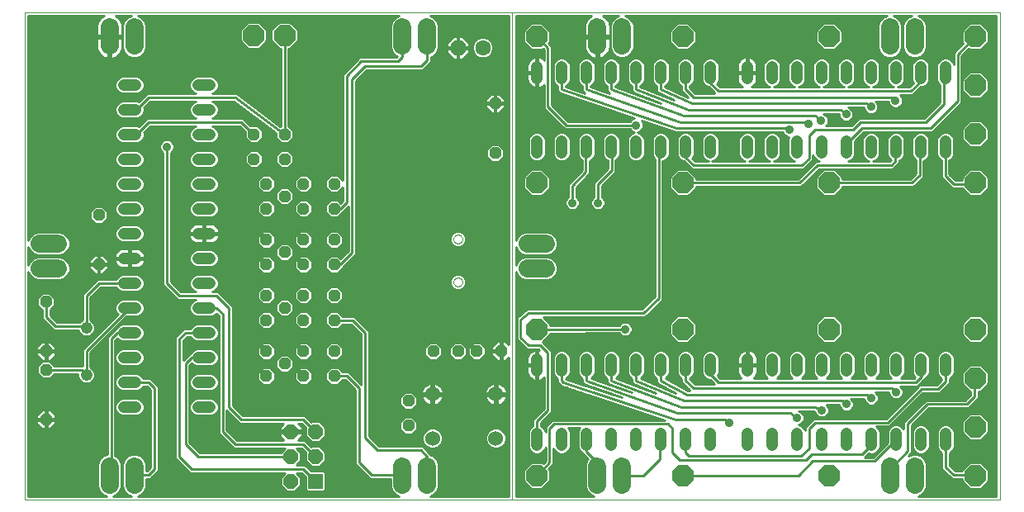
<source format=gbl>
G75*
%MOIN*%
%OFA0B0*%
%FSLAX24Y24*%
%IPPOS*%
%LPD*%
%AMOC8*
5,1,8,0,0,1.08239X$1,22.5*
%
%ADD10C,0.0000*%
%ADD11C,0.0480*%
%ADD12R,0.0600X0.0600*%
%ADD13OC8,0.0600*%
%ADD14OC8,0.0480*%
%ADD15C,0.0480*%
%ADD16OC8,0.0850*%
%ADD17OC8,0.0630*%
%ADD18C,0.0630*%
%ADD19C,0.0600*%
%ADD20C,0.0740*%
%ADD21C,0.0100*%
%ADD22C,0.0356*%
D10*
X000650Y000400D02*
X000650Y020085D01*
X020335Y020085D01*
X020335Y000400D01*
X040020Y000400D01*
X040020Y020085D01*
X020335Y020085D01*
X017973Y010924D02*
X017975Y010950D01*
X017981Y010976D01*
X017991Y011001D01*
X018004Y011024D01*
X018020Y011044D01*
X018040Y011062D01*
X018062Y011077D01*
X018085Y011089D01*
X018111Y011097D01*
X018137Y011101D01*
X018163Y011101D01*
X018189Y011097D01*
X018215Y011089D01*
X018239Y011077D01*
X018260Y011062D01*
X018280Y011044D01*
X018296Y011024D01*
X018309Y011001D01*
X018319Y010976D01*
X018325Y010950D01*
X018327Y010924D01*
X018325Y010898D01*
X018319Y010872D01*
X018309Y010847D01*
X018296Y010824D01*
X018280Y010804D01*
X018260Y010786D01*
X018238Y010771D01*
X018215Y010759D01*
X018189Y010751D01*
X018163Y010747D01*
X018137Y010747D01*
X018111Y010751D01*
X018085Y010759D01*
X018061Y010771D01*
X018040Y010786D01*
X018020Y010804D01*
X018004Y010824D01*
X017991Y010847D01*
X017981Y010872D01*
X017975Y010898D01*
X017973Y010924D01*
X017973Y009191D02*
X017975Y009217D01*
X017981Y009243D01*
X017991Y009268D01*
X018004Y009291D01*
X018020Y009311D01*
X018040Y009329D01*
X018062Y009344D01*
X018085Y009356D01*
X018111Y009364D01*
X018137Y009368D01*
X018163Y009368D01*
X018189Y009364D01*
X018215Y009356D01*
X018239Y009344D01*
X018260Y009329D01*
X018280Y009311D01*
X018296Y009291D01*
X018309Y009268D01*
X018319Y009243D01*
X018325Y009217D01*
X018327Y009191D01*
X018325Y009165D01*
X018319Y009139D01*
X018309Y009114D01*
X018296Y009091D01*
X018280Y009071D01*
X018260Y009053D01*
X018238Y009038D01*
X018215Y009026D01*
X018189Y009018D01*
X018163Y009014D01*
X018137Y009014D01*
X018111Y009018D01*
X018085Y009026D01*
X018061Y009038D01*
X018040Y009053D01*
X018020Y009071D01*
X018004Y009091D01*
X017991Y009114D01*
X017981Y009139D01*
X017975Y009165D01*
X017973Y009191D01*
X020335Y000400D02*
X000650Y000400D01*
D11*
X004660Y004150D02*
X005140Y004150D01*
X005140Y005150D02*
X004660Y005150D01*
X004660Y006150D02*
X005140Y006150D01*
X005140Y007150D02*
X004660Y007150D01*
X004660Y008150D02*
X005140Y008150D01*
X005140Y009150D02*
X004660Y009150D01*
X004660Y010150D02*
X005140Y010150D01*
X005140Y011150D02*
X004660Y011150D01*
X004660Y012150D02*
X005140Y012150D01*
X005140Y013150D02*
X004660Y013150D01*
X004660Y014150D02*
X005140Y014150D01*
X005140Y015150D02*
X004660Y015150D01*
X004660Y016150D02*
X005140Y016150D01*
X005140Y017150D02*
X004660Y017150D01*
X007660Y017150D02*
X008140Y017150D01*
X008140Y016150D02*
X007660Y016150D01*
X007660Y015150D02*
X008140Y015150D01*
X008140Y014150D02*
X007660Y014150D01*
X007660Y013150D02*
X008140Y013150D01*
X008140Y012150D02*
X007660Y012150D01*
X007660Y011150D02*
X008140Y011150D01*
X008140Y010150D02*
X007660Y010150D01*
X007660Y009150D02*
X008140Y009150D01*
X008140Y008150D02*
X007660Y008150D01*
X007660Y007150D02*
X008140Y007150D01*
X008140Y006150D02*
X007660Y006150D01*
X007660Y005150D02*
X008140Y005150D01*
X008140Y004150D02*
X007660Y004150D01*
X021335Y003077D02*
X021335Y002597D01*
X022335Y002597D02*
X022335Y003077D01*
X023335Y003077D02*
X023335Y002597D01*
X024335Y002597D02*
X024335Y003077D01*
X025335Y003077D02*
X025335Y002597D01*
X026335Y002597D02*
X026335Y003077D01*
X027335Y003077D02*
X027335Y002597D01*
X028335Y002597D02*
X028335Y003077D01*
X029835Y003077D02*
X029835Y002597D01*
X030835Y002597D02*
X030835Y003077D01*
X031835Y003077D02*
X031835Y002597D01*
X032835Y002597D02*
X032835Y003077D01*
X033835Y003077D02*
X033835Y002597D01*
X034835Y002597D02*
X034835Y003077D01*
X035835Y003077D02*
X035835Y002597D01*
X036835Y002597D02*
X036835Y003077D01*
X037835Y003077D02*
X037835Y002597D01*
X037835Y005597D02*
X037835Y006077D01*
X036835Y006077D02*
X036835Y005597D01*
X035835Y005597D02*
X035835Y006077D01*
X034835Y006077D02*
X034835Y005597D01*
X033835Y005597D02*
X033835Y006077D01*
X032835Y006077D02*
X032835Y005597D01*
X031835Y005597D02*
X031835Y006077D01*
X030835Y006077D02*
X030835Y005597D01*
X029835Y005597D02*
X029835Y006077D01*
X028335Y006077D02*
X028335Y005597D01*
X027335Y005597D02*
X027335Y006077D01*
X026335Y006077D02*
X026335Y005597D01*
X025335Y005597D02*
X025335Y006077D01*
X024335Y006077D02*
X024335Y005597D01*
X023335Y005597D02*
X023335Y006077D01*
X022335Y006077D02*
X022335Y005597D01*
X021335Y005597D02*
X021335Y006077D01*
X021335Y014408D02*
X021335Y014888D01*
X022335Y014888D02*
X022335Y014408D01*
X023335Y014408D02*
X023335Y014888D01*
X024335Y014888D02*
X024335Y014408D01*
X025335Y014408D02*
X025335Y014888D01*
X026335Y014888D02*
X026335Y014408D01*
X027335Y014408D02*
X027335Y014888D01*
X028335Y014888D02*
X028335Y014408D01*
X029819Y014408D02*
X029819Y014888D01*
X030819Y014888D02*
X030819Y014408D01*
X031819Y014408D02*
X031819Y014888D01*
X032819Y014888D02*
X032819Y014408D01*
X033819Y014408D02*
X033819Y014888D01*
X034819Y014888D02*
X034819Y014408D01*
X035819Y014408D02*
X035819Y014888D01*
X036819Y014888D02*
X036819Y014408D01*
X037819Y014408D02*
X037819Y014888D01*
X037819Y017408D02*
X037819Y017888D01*
X036819Y017888D02*
X036819Y017408D01*
X035819Y017408D02*
X035819Y017888D01*
X034819Y017888D02*
X034819Y017408D01*
X033819Y017408D02*
X033819Y017888D01*
X032819Y017888D02*
X032819Y017408D01*
X031819Y017408D02*
X031819Y017888D01*
X030819Y017888D02*
X030819Y017408D01*
X029819Y017408D02*
X029819Y017888D01*
X028335Y017888D02*
X028335Y017408D01*
X027335Y017408D02*
X027335Y017888D01*
X026335Y017888D02*
X026335Y017408D01*
X025335Y017408D02*
X025335Y017888D01*
X024335Y017888D02*
X024335Y017408D01*
X023335Y017408D02*
X023335Y017888D01*
X022335Y017888D02*
X022335Y017408D01*
X021335Y017408D02*
X021335Y017888D01*
D12*
X012400Y001150D03*
D13*
X011400Y001150D03*
X011400Y002150D03*
X012400Y002150D03*
X012400Y003150D03*
X011400Y003150D03*
D14*
X011900Y005400D03*
X011150Y005900D03*
X010400Y005400D03*
X010400Y006400D03*
X011900Y006400D03*
X013150Y006400D03*
X013150Y005400D03*
X016150Y004400D03*
X016150Y003400D03*
X017150Y006404D03*
X018150Y006404D03*
X018900Y006404D03*
X019900Y006404D03*
X013150Y007650D03*
X011900Y007650D03*
X011150Y008150D03*
X010400Y007650D03*
X010400Y008650D03*
X011900Y008650D03*
X013150Y008650D03*
X013150Y009900D03*
X011900Y009900D03*
X011150Y010400D03*
X010400Y009900D03*
X010400Y010900D03*
X011900Y010900D03*
X013150Y010900D03*
X013150Y012150D03*
X011900Y012150D03*
X011150Y012650D03*
X010400Y012150D03*
X010400Y013150D03*
X011900Y013150D03*
X013150Y013150D03*
X011150Y014150D03*
X009900Y014150D03*
X009900Y015150D03*
X011150Y015150D03*
X003650Y011900D03*
X003650Y009900D03*
X001525Y008400D03*
X001525Y006400D03*
X001525Y005650D03*
X001525Y003650D03*
X019650Y014400D03*
X019650Y016400D03*
D15*
X003150Y007350D03*
X003150Y005450D03*
D16*
X021319Y007290D03*
X027225Y007290D03*
X033130Y007290D03*
X039036Y007290D03*
X039036Y005321D03*
X039036Y003353D03*
X039036Y001384D03*
X033130Y001384D03*
X027225Y001384D03*
X021319Y001384D03*
X021319Y013195D03*
X027225Y013195D03*
X033130Y013195D03*
X039036Y013195D03*
X039036Y015164D03*
X039036Y017132D03*
X039036Y019101D03*
X033130Y019101D03*
X027225Y019101D03*
X021319Y019101D03*
X011150Y019150D03*
X009900Y019150D03*
D17*
X018150Y018650D03*
D18*
X019150Y018650D03*
D19*
X019680Y004665D03*
X017120Y004665D03*
X017120Y002885D03*
X019680Y002885D03*
D20*
X016898Y001754D02*
X016898Y001014D01*
X015898Y001014D02*
X015898Y001754D01*
X023772Y001754D02*
X023772Y001014D01*
X024772Y001014D02*
X024772Y001754D01*
X035583Y001754D02*
X035583Y001014D01*
X036583Y001014D02*
X036583Y001754D01*
X021689Y009743D02*
X020949Y009743D01*
X020949Y010743D02*
X021689Y010743D01*
X023772Y018731D02*
X023772Y019471D01*
X024772Y019471D02*
X024772Y018731D01*
X016898Y018731D02*
X016898Y019471D01*
X015898Y019471D02*
X015898Y018731D01*
X005087Y018731D02*
X005087Y019471D01*
X004087Y019471D02*
X004087Y018731D01*
X002004Y010743D02*
X001264Y010743D01*
X001264Y009743D02*
X002004Y009743D01*
X004087Y001754D02*
X004087Y001014D01*
X005087Y001014D02*
X005087Y001754D01*
X035583Y018731D02*
X035583Y019471D01*
X036583Y019471D02*
X036583Y018731D01*
D21*
X036103Y018721D02*
X036063Y018721D01*
X036063Y018635D02*
X036063Y019566D01*
X035990Y019743D01*
X035855Y019878D01*
X035717Y019935D01*
X036450Y019935D01*
X036311Y019878D01*
X036176Y019743D01*
X036103Y019566D01*
X036103Y018635D01*
X036176Y018459D01*
X036311Y018324D01*
X036488Y018251D01*
X036679Y018251D01*
X036855Y018324D01*
X036990Y018459D01*
X037063Y018635D01*
X037063Y019566D01*
X036990Y019743D01*
X036855Y019878D01*
X036717Y019935D01*
X039870Y019935D01*
X039870Y000550D01*
X036717Y000550D01*
X036855Y000607D01*
X036990Y000742D01*
X037063Y000919D01*
X037063Y001850D01*
X036990Y002026D01*
X036855Y002161D01*
X036679Y002234D01*
X036488Y002234D01*
X036335Y002171D01*
X036364Y002200D01*
X036457Y002294D01*
X036457Y003396D01*
X037160Y004099D01*
X038753Y004099D01*
X039059Y004405D01*
X039152Y004499D01*
X039152Y004786D01*
X039257Y004786D01*
X039571Y005100D01*
X039571Y005543D01*
X039257Y005856D01*
X038814Y005856D01*
X038501Y005543D01*
X038501Y005100D01*
X038814Y004786D01*
X038833Y004786D01*
X038833Y004631D01*
X038620Y004419D01*
X037027Y004419D01*
X036138Y003529D01*
X036138Y003261D01*
X036132Y003275D01*
X036033Y003374D01*
X035905Y003427D01*
X035765Y003427D01*
X035637Y003374D01*
X035538Y003275D01*
X035485Y003147D01*
X035485Y002713D01*
X034893Y002121D01*
X034570Y002121D01*
X034716Y002267D01*
X034765Y002247D01*
X034905Y002247D01*
X035033Y002300D01*
X035132Y002399D01*
X035185Y002527D01*
X035185Y003147D01*
X035132Y003275D01*
X035043Y003364D01*
X035568Y003364D01*
X036915Y004711D01*
X037589Y004711D01*
X037895Y005018D01*
X037989Y005111D01*
X037989Y005282D01*
X038033Y005300D01*
X038132Y005399D01*
X038185Y005527D01*
X038185Y006147D01*
X038132Y006275D01*
X038033Y006374D01*
X037905Y006427D01*
X037765Y006427D01*
X037637Y006374D01*
X037538Y006275D01*
X037485Y006147D01*
X037485Y005527D01*
X037538Y005399D01*
X037637Y005300D01*
X037669Y005287D01*
X037669Y005244D01*
X037456Y005031D01*
X036782Y005031D01*
X036689Y004938D01*
X035435Y003684D01*
X032495Y003684D01*
X032401Y003590D01*
X032156Y003345D01*
X032156Y003216D01*
X032132Y003275D01*
X032033Y003374D01*
X031908Y003426D01*
X031998Y003463D01*
X032079Y003544D01*
X032123Y003650D01*
X032123Y003765D01*
X032079Y003871D01*
X031998Y003952D01*
X031906Y003990D01*
X032536Y003990D01*
X032547Y003984D01*
X032547Y003956D01*
X032591Y003851D01*
X032672Y003770D01*
X032778Y003726D01*
X032892Y003726D01*
X032998Y003770D01*
X033079Y003851D01*
X033123Y003956D01*
X033123Y004071D01*
X033079Y004177D01*
X033016Y004240D01*
X033547Y004240D01*
X033547Y004201D01*
X033591Y004096D01*
X033672Y004015D01*
X033778Y003971D01*
X033892Y003971D01*
X033998Y004015D01*
X034079Y004096D01*
X034123Y004201D01*
X034123Y004316D01*
X034079Y004422D01*
X034011Y004490D01*
X034547Y004490D01*
X034547Y004446D01*
X034591Y004341D01*
X034672Y004260D01*
X034778Y004216D01*
X034892Y004216D01*
X034998Y004260D01*
X035079Y004341D01*
X035123Y004446D01*
X035123Y004561D01*
X035079Y004667D01*
X035006Y004740D01*
X035547Y004740D01*
X035547Y004691D01*
X035591Y004586D01*
X035672Y004505D01*
X035778Y004461D01*
X035892Y004461D01*
X035998Y004505D01*
X036079Y004586D01*
X036123Y004691D01*
X036123Y004806D01*
X036079Y004912D01*
X036001Y004990D01*
X036704Y004990D01*
X036915Y005201D01*
X037000Y005287D01*
X037033Y005300D01*
X037132Y005399D01*
X037185Y005527D01*
X037185Y006147D01*
X037132Y006275D01*
X037033Y006374D01*
X036905Y006427D01*
X036765Y006427D01*
X036637Y006374D01*
X036538Y006275D01*
X036485Y006147D01*
X036485Y005527D01*
X036538Y005399D01*
X036599Y005338D01*
X036571Y005310D01*
X036043Y005310D01*
X036132Y005399D01*
X036185Y005527D01*
X036185Y006147D01*
X036132Y006275D01*
X036033Y006374D01*
X035905Y006427D01*
X035765Y006427D01*
X035637Y006374D01*
X035538Y006275D01*
X035485Y006147D01*
X035485Y005527D01*
X035538Y005399D01*
X035627Y005310D01*
X035043Y005310D01*
X035132Y005399D01*
X035185Y005527D01*
X035185Y006147D01*
X035132Y006275D01*
X035033Y006374D01*
X034905Y006427D01*
X034765Y006427D01*
X034637Y006374D01*
X034538Y006275D01*
X034485Y006147D01*
X034485Y005527D01*
X034538Y005399D01*
X034627Y005310D01*
X034043Y005310D01*
X034132Y005399D01*
X034185Y005527D01*
X034185Y006147D01*
X034132Y006275D01*
X034033Y006374D01*
X033905Y006427D01*
X033765Y006427D01*
X033637Y006374D01*
X033538Y006275D01*
X033485Y006147D01*
X033485Y005527D01*
X033538Y005399D01*
X033627Y005310D01*
X033043Y005310D01*
X033132Y005399D01*
X033185Y005527D01*
X033185Y006147D01*
X033132Y006275D01*
X033033Y006374D01*
X032905Y006427D01*
X032765Y006427D01*
X032637Y006374D01*
X032538Y006275D01*
X032485Y006147D01*
X032485Y005527D01*
X032538Y005399D01*
X032627Y005310D01*
X032043Y005310D01*
X032132Y005399D01*
X032185Y005527D01*
X032185Y006147D01*
X032132Y006275D01*
X032033Y006374D01*
X031905Y006427D01*
X031765Y006427D01*
X031637Y006374D01*
X031538Y006275D01*
X031485Y006147D01*
X031485Y005527D01*
X031538Y005399D01*
X031627Y005310D01*
X031043Y005310D01*
X031132Y005399D01*
X031185Y005527D01*
X031185Y006147D01*
X031132Y006275D01*
X031033Y006374D01*
X030905Y006427D01*
X030765Y006427D01*
X030637Y006374D01*
X030538Y006275D01*
X030485Y006147D01*
X030485Y005527D01*
X030538Y005399D01*
X030627Y005310D01*
X030100Y005310D01*
X030138Y005348D01*
X030181Y005412D01*
X030210Y005483D01*
X030225Y005559D01*
X030225Y005807D01*
X029865Y005807D01*
X029865Y005867D01*
X029805Y005867D01*
X029805Y005807D01*
X029445Y005807D01*
X029445Y005559D01*
X029460Y005483D01*
X029489Y005412D01*
X029532Y005348D01*
X029571Y005310D01*
X028716Y005310D01*
X028630Y005397D01*
X028632Y005399D01*
X028685Y005527D01*
X028685Y006147D01*
X028632Y006275D01*
X028533Y006374D01*
X028405Y006427D01*
X028265Y006427D01*
X028137Y006374D01*
X028038Y006275D01*
X027985Y006147D01*
X027985Y005527D01*
X028038Y005399D01*
X028137Y005300D01*
X028265Y005247D01*
X028327Y005247D01*
X028490Y005084D01*
X028514Y005060D01*
X027716Y005060D01*
X027495Y005281D01*
X027495Y005284D01*
X027533Y005300D01*
X027632Y005399D01*
X027685Y005527D01*
X027685Y006147D01*
X027632Y006275D01*
X027533Y006374D01*
X027405Y006427D01*
X027265Y006427D01*
X027137Y006374D01*
X027038Y006275D01*
X026985Y006147D01*
X026985Y005527D01*
X027038Y005399D01*
X027137Y005300D01*
X027175Y005284D01*
X027175Y005149D01*
X027490Y004834D01*
X027514Y004810D01*
X027440Y004810D01*
X026523Y005296D01*
X026533Y005300D01*
X026632Y005399D01*
X026685Y005527D01*
X026685Y006147D01*
X026632Y006275D01*
X026533Y006374D01*
X026405Y006427D01*
X026265Y006427D01*
X026137Y006374D01*
X026038Y006275D01*
X025985Y006147D01*
X025985Y005527D01*
X026038Y005399D01*
X026137Y005300D01*
X026175Y005284D01*
X026175Y005255D01*
X026163Y005231D01*
X026175Y005191D01*
X026175Y005149D01*
X026194Y005130D01*
X026202Y005105D01*
X026239Y005085D01*
X026269Y005055D01*
X026295Y005055D01*
X026935Y004715D01*
X025537Y005304D01*
X025632Y005399D01*
X025685Y005527D01*
X025685Y006147D01*
X025632Y006275D01*
X025533Y006374D01*
X025405Y006427D01*
X025265Y006427D01*
X025137Y006374D01*
X025038Y006275D01*
X024985Y006147D01*
X024985Y005527D01*
X025038Y005399D01*
X025137Y005300D01*
X025175Y005284D01*
X025175Y005247D01*
X025162Y005216D01*
X025175Y005184D01*
X025175Y005149D01*
X025199Y005125D01*
X025212Y005093D01*
X025244Y005080D01*
X025269Y005055D01*
X025303Y005055D01*
X026131Y004707D01*
X024541Y005308D01*
X024632Y005399D01*
X024685Y005527D01*
X024685Y006147D01*
X024632Y006275D01*
X024533Y006374D01*
X024405Y006427D01*
X024265Y006427D01*
X024137Y006374D01*
X024038Y006275D01*
X023985Y006147D01*
X023985Y005527D01*
X024038Y005399D01*
X024137Y005300D01*
X024175Y005284D01*
X024175Y005244D01*
X024162Y005210D01*
X024175Y005181D01*
X024175Y005149D01*
X024201Y005123D01*
X024216Y005089D01*
X024246Y005077D01*
X024269Y005055D01*
X024306Y005055D01*
X025176Y004726D01*
X023543Y005310D01*
X023632Y005399D01*
X023685Y005527D01*
X023685Y006147D01*
X023632Y006275D01*
X023533Y006374D01*
X023405Y006427D01*
X023265Y006427D01*
X023137Y006374D01*
X023038Y006275D01*
X022985Y006147D01*
X022985Y005527D01*
X023038Y005399D01*
X023137Y005300D01*
X023175Y005284D01*
X023175Y005243D01*
X023162Y005207D01*
X023175Y005179D01*
X023175Y005149D01*
X023202Y005121D01*
X023219Y005087D01*
X023247Y005076D01*
X023269Y005055D01*
X023307Y005055D01*
X024770Y004531D01*
X022498Y005286D01*
X022533Y005300D01*
X022632Y005399D01*
X022685Y005527D01*
X022685Y006147D01*
X022632Y006275D01*
X022533Y006374D01*
X022405Y006427D01*
X022265Y006427D01*
X022137Y006374D01*
X022038Y006275D01*
X021985Y006147D01*
X021985Y005527D01*
X022038Y005399D01*
X022137Y005300D01*
X022175Y005284D01*
X022175Y005149D01*
X022269Y005055D01*
X022287Y005019D01*
X022314Y005010D01*
X022334Y004990D01*
X022374Y004990D01*
X026490Y003622D01*
X021960Y003622D01*
X021776Y003439D01*
X021683Y003345D01*
X021683Y003153D01*
X021632Y003275D01*
X021533Y003374D01*
X021495Y003390D01*
X021495Y003501D01*
X021848Y003854D01*
X021941Y003947D01*
X021941Y006408D01*
X021635Y006714D01*
X021567Y006781D01*
X021854Y007068D01*
X021854Y007106D01*
X024656Y007128D01*
X024657Y007127D01*
X024738Y007046D01*
X024844Y007002D01*
X024959Y007002D01*
X025064Y007046D01*
X025145Y007127D01*
X025189Y007232D01*
X025189Y007347D01*
X025145Y007453D01*
X025064Y007534D01*
X024959Y007578D01*
X024844Y007578D01*
X024738Y007534D01*
X024657Y007453D01*
X024655Y007448D01*
X021854Y007426D01*
X021854Y007511D01*
X021592Y007774D01*
X025706Y007774D01*
X026319Y008386D01*
X026412Y008480D01*
X026412Y014061D01*
X026533Y014111D01*
X026632Y014210D01*
X026685Y014338D01*
X026685Y014958D01*
X026632Y015086D01*
X026533Y015185D01*
X026405Y015238D01*
X026265Y015238D01*
X026137Y015185D01*
X026038Y015086D01*
X025985Y014958D01*
X025985Y014338D01*
X026038Y014210D01*
X026093Y014156D01*
X026093Y008613D01*
X025574Y008094D01*
X020994Y008094D01*
X020937Y008100D01*
X020929Y008094D01*
X020919Y008094D01*
X020878Y008053D01*
X020623Y007849D01*
X020612Y007849D01*
X020572Y007808D01*
X020527Y007772D01*
X020526Y007762D01*
X020519Y007755D01*
X020519Y007698D01*
X020512Y007641D01*
X020519Y007633D01*
X020519Y006887D01*
X020919Y006488D01*
X021409Y006488D01*
X021443Y006453D01*
X021373Y006467D01*
X021365Y006467D01*
X021365Y005867D01*
X021305Y005867D01*
X021305Y005807D01*
X020945Y005807D01*
X020945Y005559D01*
X020960Y005483D01*
X020989Y005412D01*
X021032Y005348D01*
X021086Y005294D01*
X021150Y005251D01*
X021221Y005222D01*
X021297Y005207D01*
X021305Y005207D01*
X021305Y005807D01*
X021365Y005807D01*
X021365Y005207D01*
X021373Y005207D01*
X021449Y005222D01*
X021520Y005251D01*
X021584Y005294D01*
X021621Y005332D01*
X021621Y004080D01*
X021175Y003634D01*
X021175Y003390D01*
X021137Y003374D01*
X021038Y003275D01*
X020985Y003147D01*
X020985Y002527D01*
X021038Y002399D01*
X021137Y002300D01*
X021265Y002247D01*
X021405Y002247D01*
X021533Y002300D01*
X021632Y002399D01*
X021683Y002521D01*
X021683Y001974D01*
X021584Y001876D01*
X021541Y001919D01*
X021098Y001919D01*
X020784Y001606D01*
X020784Y001163D01*
X021098Y000849D01*
X021541Y000849D01*
X021854Y001163D01*
X021854Y001606D01*
X021811Y001649D01*
X022002Y001841D01*
X022002Y002485D01*
X022038Y002399D01*
X022137Y002300D01*
X022265Y002247D01*
X022405Y002247D01*
X022533Y002300D01*
X022632Y002399D01*
X022685Y002527D01*
X022685Y003147D01*
X022632Y003275D01*
X022605Y003303D01*
X023066Y003303D01*
X023038Y003275D01*
X022985Y003147D01*
X022985Y002527D01*
X023038Y002399D01*
X023137Y002300D01*
X023175Y002284D01*
X023175Y002271D01*
X023393Y002054D01*
X023365Y002026D01*
X023292Y001850D01*
X023292Y000919D01*
X023365Y000742D01*
X023500Y000607D01*
X023639Y000550D01*
X020485Y000550D01*
X020485Y009609D01*
X020542Y009471D01*
X020677Y009336D01*
X020854Y009263D01*
X021785Y009263D01*
X021961Y009336D01*
X022096Y009471D01*
X022169Y009647D01*
X022169Y009838D01*
X022096Y010014D01*
X021961Y010149D01*
X021785Y010223D01*
X020854Y010223D01*
X020677Y010149D01*
X020542Y010014D01*
X020485Y009876D01*
X020485Y010609D01*
X020542Y010471D01*
X020677Y010336D01*
X020854Y010263D01*
X021785Y010263D01*
X021961Y010336D01*
X022096Y010471D01*
X022169Y010647D01*
X022169Y010838D01*
X022096Y011014D01*
X021961Y011149D01*
X021785Y011223D01*
X020854Y011223D01*
X020677Y011149D01*
X020542Y011014D01*
X020485Y010876D01*
X020485Y019935D01*
X023538Y019935D01*
X023500Y019916D01*
X023433Y019867D01*
X023375Y019810D01*
X023327Y019743D01*
X023290Y019670D01*
X023265Y019593D01*
X023252Y019512D01*
X023252Y019151D01*
X023722Y019151D01*
X023722Y019051D01*
X023252Y019051D01*
X023252Y018690D01*
X023265Y018609D01*
X023290Y018531D01*
X023327Y018458D01*
X023375Y018392D01*
X023433Y018334D01*
X023500Y018286D01*
X023572Y018249D01*
X023650Y018224D01*
X023722Y018212D01*
X023722Y019051D01*
X023822Y019051D01*
X023822Y019151D01*
X024292Y019151D01*
X024292Y019512D01*
X024279Y019593D01*
X024254Y019670D01*
X024217Y019743D01*
X024169Y019810D01*
X024111Y019867D01*
X024045Y019916D01*
X024006Y019935D01*
X024639Y019935D01*
X024500Y019878D01*
X024365Y019743D01*
X024292Y019566D01*
X024292Y018635D01*
X024365Y018459D01*
X024500Y018324D01*
X024677Y018251D01*
X024868Y018251D01*
X025044Y018324D01*
X025179Y018459D01*
X025252Y018635D01*
X025252Y019566D01*
X025179Y019743D01*
X025044Y019878D01*
X024906Y019935D01*
X035450Y019935D01*
X035311Y019878D01*
X035176Y019743D01*
X035103Y019566D01*
X035103Y018635D01*
X035176Y018459D01*
X035311Y018324D01*
X035488Y018251D01*
X035679Y018251D01*
X035855Y018324D01*
X035990Y018459D01*
X036063Y018635D01*
X036058Y018623D02*
X036108Y018623D01*
X036149Y018524D02*
X036017Y018524D01*
X035957Y018426D02*
X036209Y018426D01*
X036308Y018327D02*
X035858Y018327D01*
X035889Y018238D02*
X035750Y018238D01*
X035621Y018185D01*
X035523Y018086D01*
X035469Y017958D01*
X035469Y017338D01*
X035523Y017210D01*
X035621Y017111D01*
X035745Y017060D01*
X034894Y017060D01*
X035018Y017111D01*
X035116Y017210D01*
X035169Y017338D01*
X035169Y017958D01*
X035116Y018086D01*
X035018Y018185D01*
X034889Y018238D01*
X034750Y018238D01*
X034621Y018185D01*
X034523Y018086D01*
X034469Y017958D01*
X034469Y017338D01*
X034523Y017210D01*
X034621Y017111D01*
X034745Y017060D01*
X033894Y017060D01*
X034018Y017111D01*
X034116Y017210D01*
X034169Y017338D01*
X034169Y017958D01*
X034116Y018086D01*
X034018Y018185D01*
X033889Y018238D01*
X033750Y018238D01*
X033621Y018185D01*
X033523Y018086D01*
X033469Y017958D01*
X033469Y017338D01*
X033523Y017210D01*
X033621Y017111D01*
X033745Y017060D01*
X032894Y017060D01*
X033018Y017111D01*
X033116Y017210D01*
X033169Y017338D01*
X033169Y017958D01*
X033116Y018086D01*
X033018Y018185D01*
X032889Y018238D01*
X032750Y018238D01*
X032621Y018185D01*
X032523Y018086D01*
X032469Y017958D01*
X032469Y017338D01*
X032523Y017210D01*
X032621Y017111D01*
X032745Y017060D01*
X031894Y017060D01*
X032018Y017111D01*
X032116Y017210D01*
X032169Y017338D01*
X032169Y017958D01*
X032116Y018086D01*
X032018Y018185D01*
X031889Y018238D01*
X031750Y018238D01*
X031621Y018185D01*
X031523Y018086D01*
X031469Y017958D01*
X031469Y017338D01*
X031523Y017210D01*
X031621Y017111D01*
X031745Y017060D01*
X030894Y017060D01*
X031018Y017111D01*
X031116Y017210D01*
X031169Y017338D01*
X031169Y017958D01*
X031116Y018086D01*
X031018Y018185D01*
X030889Y018238D01*
X030750Y018238D01*
X030621Y018185D01*
X030523Y018086D01*
X030469Y017958D01*
X030469Y017338D01*
X030523Y017210D01*
X030621Y017111D01*
X030745Y017060D01*
X029998Y017060D01*
X030004Y017062D01*
X030068Y017105D01*
X030122Y017159D01*
X030165Y017223D01*
X030194Y017294D01*
X030209Y017370D01*
X030209Y017618D01*
X029849Y017618D01*
X029849Y017678D01*
X029789Y017678D01*
X029789Y017618D01*
X029429Y017618D01*
X029429Y017370D01*
X029444Y017294D01*
X029474Y017223D01*
X029516Y017159D01*
X029571Y017105D01*
X029635Y017062D01*
X029640Y017060D01*
X028716Y017060D01*
X028599Y017177D01*
X028632Y017210D01*
X028685Y017338D01*
X028685Y017958D01*
X028632Y018086D01*
X028533Y018185D01*
X028405Y018238D01*
X028265Y018238D01*
X028137Y018185D01*
X028038Y018086D01*
X027985Y017958D01*
X027985Y017338D01*
X028038Y017210D01*
X028137Y017111D01*
X028265Y017058D01*
X028266Y017058D01*
X028490Y016834D01*
X028514Y016810D01*
X027716Y016810D01*
X027495Y017031D01*
X027495Y017095D01*
X027533Y017111D01*
X027632Y017210D01*
X027685Y017338D01*
X027685Y017958D01*
X027632Y018086D01*
X027533Y018185D01*
X027405Y018238D01*
X027265Y018238D01*
X027137Y018185D01*
X027038Y018086D01*
X026985Y017958D01*
X026985Y017338D01*
X027038Y017210D01*
X027137Y017111D01*
X027175Y017095D01*
X027175Y016899D01*
X027424Y016650D01*
X026495Y017068D01*
X026495Y017095D01*
X026533Y017111D01*
X026632Y017210D01*
X026685Y017338D01*
X026685Y017958D01*
X026632Y018086D01*
X026533Y018185D01*
X026405Y018238D01*
X026265Y018238D01*
X026137Y018185D01*
X026038Y018086D01*
X025985Y017958D01*
X025985Y017338D01*
X026038Y017210D01*
X026137Y017111D01*
X026175Y017095D01*
X026175Y016999D01*
X026162Y016970D01*
X026175Y016936D01*
X026175Y016899D01*
X026198Y016876D01*
X026209Y016846D01*
X026243Y016831D01*
X026269Y016805D01*
X026301Y016805D01*
X026876Y016546D01*
X025495Y017075D01*
X025495Y017095D01*
X025533Y017111D01*
X025632Y017210D01*
X025685Y017338D01*
X025685Y017958D01*
X025632Y018086D01*
X025533Y018185D01*
X025405Y018238D01*
X025265Y018238D01*
X025137Y018185D01*
X025038Y018086D01*
X024985Y017958D01*
X024985Y017338D01*
X025038Y017210D01*
X025137Y017111D01*
X025175Y017095D01*
X025175Y016995D01*
X025162Y016960D01*
X025175Y016931D01*
X025175Y016899D01*
X025201Y016873D01*
X025216Y016839D01*
X025246Y016828D01*
X025269Y016805D01*
X025305Y016805D01*
X026347Y016406D01*
X024495Y017077D01*
X024495Y017095D01*
X024533Y017111D01*
X024632Y017210D01*
X024685Y017338D01*
X024685Y017958D01*
X024632Y018086D01*
X024533Y018185D01*
X024405Y018238D01*
X024265Y018238D01*
X024137Y018185D01*
X024038Y018086D01*
X023985Y017958D01*
X023985Y017338D01*
X024038Y017210D01*
X024137Y017111D01*
X024175Y017095D01*
X024175Y016993D01*
X024162Y016957D01*
X024175Y016929D01*
X024175Y016899D01*
X024202Y016872D01*
X024218Y016837D01*
X024247Y016827D01*
X024258Y016816D01*
X023495Y017079D01*
X023495Y017095D01*
X023533Y017111D01*
X023632Y017210D01*
X023685Y017338D01*
X023685Y017958D01*
X023632Y018086D01*
X023533Y018185D01*
X023405Y018238D01*
X023265Y018238D01*
X023137Y018185D01*
X023038Y018086D01*
X022985Y017958D01*
X022985Y017338D01*
X023038Y017210D01*
X023137Y017111D01*
X023175Y017095D01*
X023175Y016992D01*
X023162Y016955D01*
X023175Y016928D01*
X023175Y016899D01*
X023203Y016871D01*
X023220Y016835D01*
X023248Y016826D01*
X023250Y016824D01*
X022495Y017080D01*
X022495Y017095D01*
X022533Y017111D01*
X022632Y017210D01*
X022685Y017338D01*
X022685Y017958D01*
X022632Y018086D01*
X022533Y018185D01*
X022405Y018238D01*
X022265Y018238D01*
X022137Y018185D01*
X022038Y018086D01*
X021985Y017958D01*
X021985Y017338D01*
X022038Y017210D01*
X022137Y017111D01*
X022175Y017095D01*
X022175Y016991D01*
X022162Y016954D01*
X022175Y016928D01*
X022175Y016899D01*
X022203Y016870D01*
X022221Y016835D01*
X022248Y016825D01*
X022269Y016805D01*
X022309Y016805D01*
X025265Y015804D01*
X025176Y015767D01*
X025095Y015686D01*
X025093Y015682D01*
X022589Y015682D01*
X021941Y016330D01*
X021941Y018705D01*
X021811Y018836D01*
X021854Y018879D01*
X021854Y019322D01*
X021541Y019636D01*
X021098Y019636D01*
X020784Y019322D01*
X020784Y018879D01*
X021098Y018566D01*
X021541Y018566D01*
X021584Y018609D01*
X021621Y018573D01*
X021621Y018153D01*
X021584Y018191D01*
X021520Y018234D01*
X021449Y018263D01*
X021373Y018278D01*
X021365Y018278D01*
X021365Y017678D01*
X021305Y017678D01*
X021305Y017618D01*
X020945Y017618D01*
X020945Y017370D01*
X020960Y017294D01*
X020989Y017223D01*
X021032Y017159D01*
X021086Y017105D01*
X021150Y017062D01*
X021221Y017033D01*
X021297Y017018D01*
X021305Y017018D01*
X021305Y017618D01*
X021365Y017618D01*
X021365Y017018D01*
X021373Y017018D01*
X021449Y017033D01*
X021520Y017062D01*
X021584Y017105D01*
X021621Y017143D01*
X021621Y016197D01*
X021715Y016104D01*
X022456Y015363D01*
X025093Y015363D01*
X025095Y015359D01*
X025176Y015278D01*
X025273Y015238D01*
X025265Y015238D01*
X025137Y015185D01*
X025038Y015086D01*
X024985Y014958D01*
X024985Y014338D01*
X025038Y014210D01*
X025137Y014111D01*
X025265Y014058D01*
X025405Y014058D01*
X025533Y014111D01*
X025632Y014210D01*
X025685Y014338D01*
X025685Y014958D01*
X025632Y015086D01*
X025533Y015185D01*
X025405Y015238D01*
X025502Y015278D01*
X025583Y015359D01*
X025627Y015465D01*
X025627Y015580D01*
X025583Y015686D01*
X025567Y015701D01*
X026870Y015260D01*
X026890Y015240D01*
X026930Y015240D01*
X026968Y015227D01*
X026994Y015240D01*
X031252Y015240D01*
X031276Y015182D01*
X031357Y015101D01*
X031463Y015057D01*
X031510Y015057D01*
X031469Y014958D01*
X031469Y014338D01*
X031523Y014210D01*
X031621Y014111D01*
X031745Y014060D01*
X030894Y014060D01*
X031018Y014111D01*
X031116Y014210D01*
X031169Y014338D01*
X031169Y014958D01*
X031116Y015086D01*
X031018Y015185D01*
X030889Y015238D01*
X030750Y015238D01*
X030621Y015185D01*
X030523Y015086D01*
X030469Y014958D01*
X030469Y014338D01*
X030523Y014210D01*
X030621Y014111D01*
X030745Y014060D01*
X029894Y014060D01*
X030018Y014111D01*
X030116Y014210D01*
X030169Y014338D01*
X030169Y014958D01*
X030116Y015086D01*
X030018Y015185D01*
X029889Y015238D01*
X029750Y015238D01*
X029621Y015185D01*
X029523Y015086D01*
X029469Y014958D01*
X029469Y014338D01*
X029523Y014210D01*
X029621Y014111D01*
X029745Y014060D01*
X028409Y014060D01*
X028533Y014111D01*
X028632Y014210D01*
X028685Y014338D01*
X028685Y014958D01*
X028632Y015086D01*
X028533Y015185D01*
X028405Y015238D01*
X028265Y015238D01*
X028137Y015185D01*
X028038Y015086D01*
X027985Y014958D01*
X027985Y014338D01*
X028038Y014210D01*
X028137Y014111D01*
X028261Y014060D01*
X027716Y014060D01*
X027599Y014177D01*
X027632Y014210D01*
X027685Y014338D01*
X027685Y014958D01*
X027632Y015086D01*
X027533Y015185D01*
X027405Y015238D01*
X027265Y015238D01*
X027137Y015185D01*
X027038Y015086D01*
X026985Y014958D01*
X026985Y014338D01*
X027038Y014210D01*
X027137Y014111D01*
X027265Y014058D01*
X027266Y014058D01*
X027490Y013834D01*
X027584Y013740D01*
X032101Y013740D01*
X032476Y014115D01*
X032476Y014322D01*
X032523Y014210D01*
X032621Y014111D01*
X032745Y014060D01*
X032584Y014060D01*
X032490Y013966D01*
X031879Y013355D01*
X027760Y013355D01*
X027760Y013417D01*
X027446Y013730D01*
X027003Y013730D01*
X026690Y013417D01*
X026690Y012974D01*
X027003Y012660D01*
X027446Y012660D01*
X027760Y012974D01*
X027760Y013035D01*
X032012Y013035D01*
X032716Y013740D01*
X035715Y013740D01*
X035874Y013899D01*
X035967Y013992D01*
X035967Y014091D01*
X036018Y014111D01*
X036116Y014210D01*
X036169Y014338D01*
X036169Y014958D01*
X036116Y015086D01*
X036018Y015185D01*
X035889Y015238D01*
X035750Y015238D01*
X035621Y015185D01*
X035523Y015086D01*
X035469Y014958D01*
X035469Y014338D01*
X035523Y014210D01*
X035621Y014111D01*
X035630Y014108D01*
X035582Y014060D01*
X034894Y014060D01*
X035018Y014111D01*
X035116Y014210D01*
X035169Y014338D01*
X035169Y014958D01*
X035116Y015086D01*
X035018Y015185D01*
X034889Y015238D01*
X034750Y015238D01*
X034621Y015185D01*
X034523Y015086D01*
X034469Y014958D01*
X034469Y014338D01*
X034523Y014210D01*
X034621Y014111D01*
X034745Y014060D01*
X033894Y014060D01*
X034018Y014111D01*
X034116Y014210D01*
X034169Y014338D01*
X034169Y014889D01*
X034526Y015246D01*
X037283Y015246D01*
X038385Y016349D01*
X038479Y016442D01*
X038479Y018317D01*
X038771Y018609D01*
X038814Y018566D01*
X039257Y018566D01*
X039571Y018879D01*
X039571Y019322D01*
X039257Y019636D01*
X038814Y019636D01*
X038501Y019322D01*
X038501Y018879D01*
X038544Y018836D01*
X038159Y018450D01*
X038159Y017983D01*
X038116Y018086D01*
X038018Y018185D01*
X037889Y018238D01*
X037750Y018238D01*
X037621Y018185D01*
X037523Y018086D01*
X037469Y017958D01*
X037469Y017338D01*
X037523Y017210D01*
X037608Y017125D01*
X037608Y016453D01*
X036966Y015811D01*
X034401Y015810D01*
X034334Y015810D01*
X034334Y015810D01*
X034334Y015810D01*
X034287Y015763D01*
X034029Y015505D01*
X033015Y015505D01*
X033060Y015549D01*
X033103Y015655D01*
X033103Y015770D01*
X033060Y015876D01*
X032979Y015957D01*
X032898Y015990D01*
X033531Y015990D01*
X033531Y015900D01*
X033575Y015794D01*
X033656Y015713D01*
X033762Y015669D01*
X033877Y015669D01*
X033982Y015713D01*
X034064Y015794D01*
X034107Y015900D01*
X034107Y016015D01*
X034064Y016121D01*
X033982Y016202D01*
X033890Y016240D01*
X034535Y016240D01*
X034535Y016206D01*
X034579Y016101D01*
X034660Y016020D01*
X034766Y015976D01*
X034881Y015976D01*
X034986Y016020D01*
X035067Y016101D01*
X035111Y016206D01*
X035111Y016321D01*
X035067Y016427D01*
X035004Y016490D01*
X035519Y016490D01*
X035519Y016451D01*
X035563Y016346D01*
X035644Y016265D01*
X035750Y016221D01*
X035865Y016221D01*
X035971Y016265D01*
X036052Y016346D01*
X036096Y016451D01*
X036096Y016566D01*
X036052Y016672D01*
X035984Y016740D01*
X036510Y016740D01*
X036828Y017058D01*
X036889Y017058D01*
X037018Y017111D01*
X037116Y017210D01*
X037169Y017338D01*
X037169Y017958D01*
X037116Y018086D01*
X037018Y018185D01*
X036889Y018238D01*
X036750Y018238D01*
X036621Y018185D01*
X036523Y018086D01*
X036469Y017958D01*
X036469Y017338D01*
X036523Y017210D01*
X036525Y017207D01*
X036377Y017060D01*
X035894Y017060D01*
X036018Y017111D01*
X036116Y017210D01*
X036169Y017338D01*
X036169Y017958D01*
X036116Y018086D01*
X036018Y018185D01*
X035889Y018238D01*
X035912Y018229D02*
X036727Y018229D01*
X036858Y018327D02*
X038159Y018327D01*
X038159Y018229D02*
X037912Y018229D01*
X037727Y018229D02*
X036912Y018229D01*
X037072Y018130D02*
X037566Y018130D01*
X037500Y018032D02*
X037139Y018032D01*
X037169Y017933D02*
X037469Y017933D01*
X037469Y017835D02*
X037169Y017835D01*
X037169Y017736D02*
X037469Y017736D01*
X037469Y017638D02*
X037169Y017638D01*
X037169Y017539D02*
X037469Y017539D01*
X037469Y017441D02*
X037169Y017441D01*
X037169Y017342D02*
X037469Y017342D01*
X037509Y017244D02*
X037130Y017244D01*
X037051Y017145D02*
X037587Y017145D01*
X037608Y017047D02*
X036817Y017047D01*
X036718Y016948D02*
X037608Y016948D01*
X037608Y016850D02*
X036620Y016850D01*
X036521Y016751D02*
X037608Y016751D01*
X037608Y016653D02*
X036060Y016653D01*
X036096Y016554D02*
X037608Y016554D01*
X037608Y016456D02*
X036096Y016456D01*
X036057Y016357D02*
X037512Y016357D01*
X037414Y016259D02*
X035956Y016259D01*
X035808Y016509D02*
X035666Y016650D01*
X027650Y016650D01*
X027335Y016965D01*
X027335Y017648D01*
X026985Y017638D02*
X026685Y017638D01*
X026685Y017736D02*
X026985Y017736D01*
X026985Y017835D02*
X026685Y017835D01*
X026685Y017933D02*
X026985Y017933D01*
X027016Y018032D02*
X026654Y018032D01*
X026588Y018130D02*
X027082Y018130D01*
X027243Y018229D02*
X026428Y018229D01*
X026243Y018229D02*
X025428Y018229D01*
X025243Y018229D02*
X024428Y018229D01*
X024497Y018327D02*
X024101Y018327D01*
X024111Y018334D02*
X024169Y018392D01*
X024217Y018458D01*
X024254Y018531D01*
X024279Y018609D01*
X024292Y018690D01*
X024292Y019051D01*
X023822Y019051D01*
X023822Y018212D01*
X023894Y018224D01*
X023972Y018249D01*
X024045Y018286D01*
X024111Y018334D01*
X024193Y018426D02*
X024398Y018426D01*
X024338Y018524D02*
X024250Y018524D01*
X024281Y018623D02*
X024297Y018623D01*
X024292Y018721D02*
X024292Y018721D01*
X024292Y018820D02*
X024292Y018820D01*
X024292Y018918D02*
X024292Y018918D01*
X024292Y019017D02*
X024292Y019017D01*
X024292Y019115D02*
X023822Y019115D01*
X023822Y019017D02*
X023722Y019017D01*
X023722Y019115D02*
X021854Y019115D01*
X021854Y019017D02*
X023252Y019017D01*
X023252Y018918D02*
X021854Y018918D01*
X021827Y018820D02*
X023252Y018820D01*
X023252Y018721D02*
X021925Y018721D01*
X021941Y018623D02*
X023263Y018623D01*
X023294Y018524D02*
X021941Y018524D01*
X021941Y018426D02*
X023351Y018426D01*
X023443Y018327D02*
X021941Y018327D01*
X021941Y018229D02*
X022243Y018229D01*
X022428Y018229D02*
X023243Y018229D01*
X023428Y018229D02*
X023635Y018229D01*
X023722Y018229D02*
X023822Y018229D01*
X023909Y018229D02*
X024243Y018229D01*
X024082Y018130D02*
X023588Y018130D01*
X023654Y018032D02*
X024016Y018032D01*
X023985Y017933D02*
X023685Y017933D01*
X023685Y017835D02*
X023985Y017835D01*
X023985Y017736D02*
X023685Y017736D01*
X023685Y017638D02*
X023985Y017638D01*
X023985Y017539D02*
X023685Y017539D01*
X023685Y017441D02*
X023985Y017441D01*
X023985Y017342D02*
X023685Y017342D01*
X023646Y017244D02*
X024024Y017244D01*
X024103Y017145D02*
X023567Y017145D01*
X023589Y017047D02*
X024175Y017047D01*
X024166Y016948D02*
X023874Y016948D01*
X024160Y016850D02*
X024212Y016850D01*
X024335Y016965D02*
X027273Y015900D01*
X032558Y015900D01*
X032815Y015713D01*
X032963Y015963D02*
X033531Y015963D01*
X033546Y015865D02*
X033064Y015865D01*
X033103Y015766D02*
X033603Y015766D01*
X033819Y015958D02*
X033594Y016150D01*
X027461Y016150D01*
X025335Y016965D01*
X025335Y017648D01*
X024985Y017638D02*
X024685Y017638D01*
X024685Y017736D02*
X024985Y017736D01*
X024985Y017835D02*
X024685Y017835D01*
X024685Y017933D02*
X024985Y017933D01*
X025016Y018032D02*
X024654Y018032D01*
X024588Y018130D02*
X025082Y018130D01*
X025047Y018327D02*
X035308Y018327D01*
X035209Y018426D02*
X025146Y018426D01*
X025206Y018524D02*
X035149Y018524D01*
X035108Y018623D02*
X033409Y018623D01*
X033352Y018566D02*
X033665Y018879D01*
X033665Y019322D01*
X033352Y019636D01*
X032909Y019636D01*
X032595Y019322D01*
X032595Y018879D01*
X032909Y018566D01*
X033352Y018566D01*
X033507Y018721D02*
X035103Y018721D01*
X035103Y018820D02*
X033606Y018820D01*
X033665Y018918D02*
X035103Y018918D01*
X035103Y019017D02*
X033665Y019017D01*
X033665Y019115D02*
X035103Y019115D01*
X035103Y019214D02*
X033665Y019214D01*
X033665Y019312D02*
X035103Y019312D01*
X035103Y019411D02*
X033577Y019411D01*
X033479Y019509D02*
X035103Y019509D01*
X035120Y019608D02*
X033380Y019608D01*
X032880Y019608D02*
X027475Y019608D01*
X027446Y019636D02*
X027003Y019636D01*
X026690Y019322D01*
X026690Y018879D01*
X027003Y018566D01*
X027446Y018566D01*
X027760Y018879D01*
X027760Y019322D01*
X027446Y019636D01*
X027573Y019509D02*
X032782Y019509D01*
X032683Y019411D02*
X027672Y019411D01*
X027760Y019312D02*
X032595Y019312D01*
X032595Y019214D02*
X027760Y019214D01*
X027760Y019115D02*
X032595Y019115D01*
X032595Y019017D02*
X027760Y019017D01*
X027760Y018918D02*
X032595Y018918D01*
X032655Y018820D02*
X027700Y018820D01*
X027602Y018721D02*
X032753Y018721D01*
X032852Y018623D02*
X027503Y018623D01*
X027428Y018229D02*
X028243Y018229D01*
X028428Y018229D02*
X029627Y018229D01*
X029635Y018234D02*
X029571Y018191D01*
X029516Y018137D01*
X029474Y018073D01*
X029444Y018002D01*
X029429Y017926D01*
X029429Y017678D01*
X029789Y017678D01*
X029789Y018278D01*
X029781Y018278D01*
X029706Y018263D01*
X029635Y018234D01*
X029789Y018229D02*
X029849Y018229D01*
X029849Y018278D02*
X029849Y017678D01*
X030209Y017678D01*
X030209Y017926D01*
X030194Y018002D01*
X030165Y018073D01*
X030122Y018137D01*
X030068Y018191D01*
X030004Y018234D01*
X029933Y018263D01*
X029858Y018278D01*
X029849Y018278D01*
X029849Y018130D02*
X029789Y018130D01*
X029789Y018032D02*
X029849Y018032D01*
X029849Y017933D02*
X029789Y017933D01*
X029789Y017835D02*
X029849Y017835D01*
X029849Y017736D02*
X029789Y017736D01*
X029789Y017638D02*
X028685Y017638D01*
X028685Y017736D02*
X029429Y017736D01*
X029429Y017835D02*
X028685Y017835D01*
X028685Y017933D02*
X029431Y017933D01*
X029457Y018032D02*
X028654Y018032D01*
X028588Y018130D02*
X029512Y018130D01*
X030012Y018229D02*
X030727Y018229D01*
X030912Y018229D02*
X031727Y018229D01*
X031912Y018229D02*
X032727Y018229D01*
X032912Y018229D02*
X033727Y018229D01*
X033912Y018229D02*
X034727Y018229D01*
X034912Y018229D02*
X035727Y018229D01*
X035566Y018130D02*
X035072Y018130D01*
X035139Y018032D02*
X035500Y018032D01*
X035469Y017933D02*
X035169Y017933D01*
X035169Y017835D02*
X035469Y017835D01*
X035469Y017736D02*
X035169Y017736D01*
X035169Y017638D02*
X035469Y017638D01*
X035469Y017539D02*
X035169Y017539D01*
X035169Y017441D02*
X035469Y017441D01*
X035469Y017342D02*
X035169Y017342D01*
X035130Y017244D02*
X035509Y017244D01*
X035587Y017145D02*
X035051Y017145D01*
X034587Y017145D02*
X034051Y017145D01*
X034130Y017244D02*
X034509Y017244D01*
X034469Y017342D02*
X034169Y017342D01*
X034169Y017441D02*
X034469Y017441D01*
X034469Y017539D02*
X034169Y017539D01*
X034169Y017638D02*
X034469Y017638D01*
X034469Y017736D02*
X034169Y017736D01*
X034169Y017835D02*
X034469Y017835D01*
X034469Y017933D02*
X034169Y017933D01*
X034139Y018032D02*
X034500Y018032D01*
X034566Y018130D02*
X034072Y018130D01*
X033566Y018130D02*
X033072Y018130D01*
X033139Y018032D02*
X033500Y018032D01*
X033469Y017933D02*
X033169Y017933D01*
X033169Y017835D02*
X033469Y017835D01*
X033469Y017736D02*
X033169Y017736D01*
X033169Y017638D02*
X033469Y017638D01*
X033469Y017539D02*
X033169Y017539D01*
X033169Y017441D02*
X033469Y017441D01*
X033469Y017342D02*
X033169Y017342D01*
X033130Y017244D02*
X033509Y017244D01*
X033587Y017145D02*
X033051Y017145D01*
X032587Y017145D02*
X032051Y017145D01*
X032130Y017244D02*
X032509Y017244D01*
X032469Y017342D02*
X032169Y017342D01*
X032169Y017441D02*
X032469Y017441D01*
X032469Y017539D02*
X032169Y017539D01*
X032169Y017638D02*
X032469Y017638D01*
X032469Y017736D02*
X032169Y017736D01*
X032169Y017835D02*
X032469Y017835D01*
X032469Y017933D02*
X032169Y017933D01*
X032139Y018032D02*
X032500Y018032D01*
X032566Y018130D02*
X032072Y018130D01*
X031566Y018130D02*
X031072Y018130D01*
X031139Y018032D02*
X031500Y018032D01*
X031469Y017933D02*
X031169Y017933D01*
X031169Y017835D02*
X031469Y017835D01*
X031469Y017736D02*
X031169Y017736D01*
X031169Y017638D02*
X031469Y017638D01*
X031469Y017539D02*
X031169Y017539D01*
X031169Y017441D02*
X031469Y017441D01*
X031469Y017342D02*
X031169Y017342D01*
X031130Y017244D02*
X031509Y017244D01*
X031587Y017145D02*
X031051Y017145D01*
X030587Y017145D02*
X030108Y017145D01*
X030173Y017244D02*
X030509Y017244D01*
X030469Y017342D02*
X030204Y017342D01*
X030209Y017441D02*
X030469Y017441D01*
X030469Y017539D02*
X030209Y017539D01*
X030209Y017736D02*
X030469Y017736D01*
X030469Y017638D02*
X029849Y017638D01*
X030209Y017835D02*
X030469Y017835D01*
X030469Y017933D02*
X030208Y017933D01*
X030182Y018032D02*
X030500Y018032D01*
X030566Y018130D02*
X030127Y018130D01*
X029429Y017539D02*
X028685Y017539D01*
X028685Y017441D02*
X029429Y017441D01*
X029435Y017342D02*
X028685Y017342D01*
X028646Y017244D02*
X029465Y017244D01*
X029531Y017145D02*
X028631Y017145D01*
X028650Y016900D02*
X036444Y016900D01*
X036849Y017305D01*
X036849Y017619D01*
X036819Y017648D01*
X036469Y017638D02*
X036169Y017638D01*
X036169Y017736D02*
X036469Y017736D01*
X036469Y017835D02*
X036169Y017835D01*
X036169Y017933D02*
X036469Y017933D01*
X036500Y018032D02*
X036139Y018032D01*
X036072Y018130D02*
X036566Y018130D01*
X036957Y018426D02*
X038159Y018426D01*
X038233Y018524D02*
X037017Y018524D01*
X037058Y018623D02*
X038331Y018623D01*
X038430Y018721D02*
X037063Y018721D01*
X037063Y018820D02*
X038528Y018820D01*
X038501Y018918D02*
X037063Y018918D01*
X037063Y019017D02*
X038501Y019017D01*
X038501Y019115D02*
X037063Y019115D01*
X037063Y019214D02*
X038501Y019214D01*
X038501Y019312D02*
X037063Y019312D01*
X037063Y019411D02*
X038589Y019411D01*
X038687Y019509D02*
X037063Y019509D01*
X037046Y019608D02*
X038786Y019608D01*
X039286Y019608D02*
X039870Y019608D01*
X039870Y019706D02*
X037005Y019706D01*
X036928Y019805D02*
X039870Y019805D01*
X039870Y019903D02*
X036794Y019903D01*
X036372Y019903D02*
X035794Y019903D01*
X035928Y019805D02*
X036238Y019805D01*
X036161Y019706D02*
X036005Y019706D01*
X036046Y019608D02*
X036120Y019608D01*
X036103Y019509D02*
X036063Y019509D01*
X036063Y019411D02*
X036103Y019411D01*
X036103Y019312D02*
X036063Y019312D01*
X036063Y019214D02*
X036103Y019214D01*
X036103Y019115D02*
X036063Y019115D01*
X036063Y019017D02*
X036103Y019017D01*
X036103Y018918D02*
X036063Y018918D01*
X036063Y018820D02*
X036103Y018820D01*
X035161Y019706D02*
X025194Y019706D01*
X025235Y019608D02*
X026975Y019608D01*
X026876Y019509D02*
X025252Y019509D01*
X025252Y019411D02*
X026778Y019411D01*
X026690Y019312D02*
X025252Y019312D01*
X025252Y019214D02*
X026690Y019214D01*
X026690Y019115D02*
X025252Y019115D01*
X025252Y019017D02*
X026690Y019017D01*
X026690Y018918D02*
X025252Y018918D01*
X025252Y018820D02*
X026749Y018820D01*
X026848Y018721D02*
X025252Y018721D01*
X025247Y018623D02*
X026946Y018623D01*
X027588Y018130D02*
X028082Y018130D01*
X028016Y018032D02*
X027654Y018032D01*
X027685Y017933D02*
X027985Y017933D01*
X027985Y017835D02*
X027685Y017835D01*
X027685Y017736D02*
X027985Y017736D01*
X027985Y017638D02*
X027685Y017638D01*
X027685Y017539D02*
X027985Y017539D01*
X027985Y017441D02*
X027685Y017441D01*
X027685Y017342D02*
X027985Y017342D01*
X028024Y017244D02*
X027646Y017244D01*
X027567Y017145D02*
X028103Y017145D01*
X028277Y017047D02*
X027495Y017047D01*
X027578Y016948D02*
X028376Y016948D01*
X028474Y016850D02*
X027677Y016850D01*
X027421Y016653D02*
X027418Y016653D01*
X027323Y016751D02*
X027199Y016751D01*
X027224Y016850D02*
X026981Y016850D01*
X027175Y016948D02*
X026762Y016948D01*
X026543Y017047D02*
X027175Y017047D01*
X027103Y017145D02*
X026567Y017145D01*
X026646Y017244D02*
X027024Y017244D01*
X026985Y017342D02*
X026685Y017342D01*
X026685Y017441D02*
X026985Y017441D01*
X026985Y017539D02*
X026685Y017539D01*
X026335Y017648D02*
X026335Y016965D01*
X027589Y016400D01*
X034630Y016400D01*
X034823Y016264D01*
X034554Y016160D02*
X034024Y016160D01*
X034088Y016062D02*
X034618Y016062D01*
X035028Y016062D02*
X037217Y016062D01*
X037315Y016160D02*
X035092Y016160D01*
X035111Y016259D02*
X035659Y016259D01*
X035558Y016357D02*
X035096Y016357D01*
X035039Y016456D02*
X035519Y016456D01*
X036051Y017145D02*
X036463Y017145D01*
X036509Y017244D02*
X036130Y017244D01*
X036169Y017342D02*
X036469Y017342D01*
X036469Y017441D02*
X036169Y017441D01*
X036169Y017539D02*
X036469Y017539D01*
X037768Y017596D02*
X037819Y017648D01*
X037768Y017596D02*
X037768Y016386D01*
X037033Y015651D01*
X034400Y015650D01*
X034095Y015345D01*
X032561Y015345D01*
X032316Y015100D01*
X032316Y014181D01*
X032035Y013900D01*
X027650Y013900D01*
X027335Y014215D01*
X027335Y014648D01*
X026985Y014683D02*
X026685Y014683D01*
X026685Y014781D02*
X026985Y014781D01*
X026985Y014880D02*
X026685Y014880D01*
X026677Y014978D02*
X026993Y014978D01*
X027034Y015077D02*
X026636Y015077D01*
X026543Y015175D02*
X027127Y015175D01*
X026956Y015400D02*
X031388Y015400D01*
X031520Y015345D01*
X031415Y015077D02*
X031120Y015077D01*
X031161Y014978D02*
X031478Y014978D01*
X031469Y014880D02*
X031169Y014880D01*
X031169Y014781D02*
X031469Y014781D01*
X031469Y014683D02*
X031169Y014683D01*
X031169Y014584D02*
X031469Y014584D01*
X031469Y014486D02*
X031169Y014486D01*
X031169Y014387D02*
X031469Y014387D01*
X031490Y014289D02*
X031149Y014289D01*
X031096Y014190D02*
X031542Y014190D01*
X031669Y014092D02*
X030970Y014092D01*
X030669Y014092D02*
X029970Y014092D01*
X030096Y014190D02*
X030542Y014190D01*
X030490Y014289D02*
X030149Y014289D01*
X030169Y014387D02*
X030469Y014387D01*
X030469Y014486D02*
X030169Y014486D01*
X030169Y014584D02*
X030469Y014584D01*
X030469Y014683D02*
X030169Y014683D01*
X030169Y014781D02*
X030469Y014781D01*
X030469Y014880D02*
X030169Y014880D01*
X030161Y014978D02*
X030478Y014978D01*
X030519Y015077D02*
X030120Y015077D01*
X030027Y015175D02*
X030611Y015175D01*
X031027Y015175D02*
X031283Y015175D01*
X032251Y015650D02*
X032309Y015590D01*
X032251Y015650D02*
X027145Y015650D01*
X023335Y016965D01*
X023335Y017648D01*
X022985Y017638D02*
X022685Y017638D01*
X022685Y017736D02*
X022985Y017736D01*
X022985Y017835D02*
X022685Y017835D01*
X022685Y017933D02*
X022985Y017933D01*
X023016Y018032D02*
X022654Y018032D01*
X022588Y018130D02*
X023082Y018130D01*
X023722Y018327D02*
X023822Y018327D01*
X023822Y018426D02*
X023722Y018426D01*
X023722Y018524D02*
X023822Y018524D01*
X023822Y018623D02*
X023722Y018623D01*
X023722Y018721D02*
X023822Y018721D01*
X023822Y018820D02*
X023722Y018820D01*
X023722Y018918D02*
X023822Y018918D01*
X024292Y019214D02*
X024292Y019214D01*
X024292Y019312D02*
X024292Y019312D01*
X024292Y019411D02*
X024292Y019411D01*
X024292Y019509D02*
X024292Y019509D01*
X024274Y019608D02*
X024309Y019608D01*
X024350Y019706D02*
X024236Y019706D01*
X024172Y019805D02*
X024427Y019805D01*
X024561Y019903D02*
X024062Y019903D01*
X023482Y019903D02*
X020485Y019903D01*
X020485Y019805D02*
X023372Y019805D01*
X023308Y019706D02*
X020485Y019706D01*
X020485Y019608D02*
X021069Y019608D01*
X020971Y019509D02*
X020485Y019509D01*
X020485Y019411D02*
X020872Y019411D01*
X020784Y019312D02*
X020485Y019312D01*
X020485Y019214D02*
X020784Y019214D01*
X020784Y019115D02*
X020485Y019115D01*
X020485Y019017D02*
X020784Y019017D01*
X020784Y018918D02*
X020485Y018918D01*
X020485Y018820D02*
X020844Y018820D01*
X020942Y018721D02*
X020485Y018721D01*
X020485Y018623D02*
X021041Y018623D01*
X020485Y018524D02*
X021621Y018524D01*
X021621Y018426D02*
X020485Y018426D01*
X020485Y018327D02*
X021621Y018327D01*
X021621Y018229D02*
X021527Y018229D01*
X021365Y018229D02*
X021305Y018229D01*
X021305Y018278D02*
X021297Y018278D01*
X021221Y018263D01*
X021150Y018234D01*
X021086Y018191D01*
X021032Y018137D01*
X020989Y018073D01*
X020960Y018002D01*
X020945Y017926D01*
X020945Y017678D01*
X021305Y017678D01*
X021305Y018278D01*
X021305Y018130D02*
X021365Y018130D01*
X021365Y018032D02*
X021305Y018032D01*
X021305Y017933D02*
X021365Y017933D01*
X021365Y017835D02*
X021305Y017835D01*
X021305Y017736D02*
X021365Y017736D01*
X021305Y017638D02*
X020485Y017638D01*
X020485Y017736D02*
X020945Y017736D01*
X020945Y017835D02*
X020485Y017835D01*
X020485Y017933D02*
X020946Y017933D01*
X020972Y018032D02*
X020485Y018032D01*
X020485Y018130D02*
X021028Y018130D01*
X021143Y018229D02*
X020485Y018229D01*
X020185Y018229D02*
X019243Y018229D01*
X019235Y018225D02*
X019391Y018290D01*
X019510Y018409D01*
X019575Y018565D01*
X019575Y018735D01*
X019510Y018891D01*
X019391Y019010D01*
X019235Y019075D01*
X019065Y019075D01*
X018909Y019010D01*
X018790Y018891D01*
X018725Y018735D01*
X018725Y018565D01*
X018790Y018409D01*
X018909Y018290D01*
X019065Y018225D01*
X019235Y018225D01*
X019057Y018229D02*
X018386Y018229D01*
X018343Y018185D02*
X018615Y018457D01*
X018615Y018620D01*
X018180Y018620D01*
X018180Y018680D01*
X018615Y018680D01*
X018615Y018843D01*
X018343Y019115D01*
X018180Y019115D01*
X018180Y018680D01*
X018120Y018680D01*
X018120Y019115D01*
X017957Y019115D01*
X017685Y018843D01*
X017685Y018680D01*
X018120Y018680D01*
X018120Y018620D01*
X018180Y018620D01*
X018180Y018185D01*
X018343Y018185D01*
X018180Y018229D02*
X018120Y018229D01*
X018120Y018185D02*
X018120Y018620D01*
X017685Y018620D01*
X017685Y018457D01*
X017957Y018185D01*
X018120Y018185D01*
X018120Y018327D02*
X018180Y018327D01*
X018180Y018426D02*
X018120Y018426D01*
X018120Y018524D02*
X018180Y018524D01*
X018180Y018623D02*
X018725Y018623D01*
X018725Y018721D02*
X018615Y018721D01*
X018615Y018820D02*
X018760Y018820D01*
X018817Y018918D02*
X018540Y018918D01*
X018441Y019017D02*
X018924Y019017D01*
X018180Y019017D02*
X018120Y019017D01*
X018120Y018918D02*
X018180Y018918D01*
X018180Y018820D02*
X018120Y018820D01*
X018120Y018721D02*
X018180Y018721D01*
X018120Y018623D02*
X017373Y018623D01*
X017378Y018635D02*
X017378Y019566D01*
X017305Y019743D01*
X017170Y019878D01*
X017032Y019935D01*
X020185Y019935D01*
X020185Y006670D01*
X020062Y006794D01*
X019930Y006794D01*
X019930Y006434D01*
X019870Y006434D01*
X019870Y006794D01*
X019738Y006794D01*
X019510Y006565D01*
X019510Y006434D01*
X019870Y006434D01*
X019870Y006374D01*
X019510Y006374D01*
X019510Y006242D01*
X019738Y006014D01*
X019870Y006014D01*
X019870Y006374D01*
X019930Y006374D01*
X019930Y006014D01*
X020062Y006014D01*
X020185Y006137D01*
X020185Y000550D01*
X017032Y000550D01*
X017170Y000607D01*
X017305Y000742D01*
X017378Y000919D01*
X017378Y001850D01*
X017305Y002026D01*
X017170Y002161D01*
X017060Y002207D01*
X017060Y002216D01*
X016966Y002310D01*
X016716Y002560D01*
X014966Y002560D01*
X014560Y002966D01*
X014560Y007216D01*
X014466Y007310D01*
X013966Y007810D01*
X013485Y007810D01*
X013295Y008000D01*
X013005Y008000D01*
X012800Y007795D01*
X012800Y007505D01*
X013005Y007300D01*
X013295Y007300D01*
X013485Y007490D01*
X013834Y007490D01*
X014240Y007084D01*
X014240Y005036D01*
X014216Y005060D01*
X013716Y005560D01*
X013485Y005560D01*
X013295Y005750D01*
X013005Y005750D01*
X012800Y005545D01*
X012800Y005255D01*
X013005Y005050D01*
X013295Y005050D01*
X013485Y005240D01*
X013584Y005240D01*
X013990Y004834D01*
X013990Y001834D01*
X014490Y001334D01*
X014584Y001240D01*
X015418Y001240D01*
X015418Y000919D01*
X015491Y000742D01*
X015626Y000607D01*
X015765Y000550D01*
X005220Y000550D01*
X005359Y000607D01*
X005494Y000742D01*
X005567Y000919D01*
X005567Y001240D01*
X005716Y001240D01*
X005810Y001334D01*
X006060Y001584D01*
X006060Y004966D01*
X005966Y005060D01*
X005716Y005310D01*
X005453Y005310D01*
X005437Y005348D01*
X005338Y005447D01*
X005210Y005500D01*
X004590Y005500D01*
X004462Y005447D01*
X004363Y005348D01*
X004310Y005220D01*
X004310Y005080D01*
X004363Y004952D01*
X004462Y004853D01*
X004590Y004800D01*
X005210Y004800D01*
X005338Y004853D01*
X005437Y004952D01*
X005453Y004990D01*
X005584Y004990D01*
X005740Y004834D01*
X005740Y001716D01*
X005584Y001560D01*
X005567Y001560D01*
X005567Y001850D01*
X005494Y002026D01*
X005359Y002161D01*
X005182Y002234D01*
X004992Y002234D01*
X004815Y002161D01*
X004680Y002026D01*
X004607Y001850D01*
X004607Y000919D01*
X004680Y000742D01*
X004815Y000607D01*
X004954Y000550D01*
X004220Y000550D01*
X004359Y000607D01*
X004494Y000742D01*
X004567Y000919D01*
X004567Y001850D01*
X004494Y002026D01*
X004359Y002161D01*
X004310Y002181D01*
X004310Y006834D01*
X004396Y006919D01*
X004462Y006853D01*
X004590Y006800D01*
X005210Y006800D01*
X005338Y006853D01*
X005437Y006952D01*
X005490Y007080D01*
X005490Y007220D01*
X005437Y007348D01*
X005338Y007447D01*
X005210Y007500D01*
X004590Y007500D01*
X004462Y007447D01*
X004363Y007348D01*
X004347Y007310D01*
X004334Y007310D01*
X004084Y007060D01*
X003990Y006966D01*
X003990Y002234D01*
X003815Y002161D01*
X003680Y002026D01*
X003607Y001850D01*
X003607Y000919D01*
X003680Y000742D01*
X003815Y000607D01*
X003954Y000550D01*
X000800Y000550D01*
X000800Y009609D01*
X000857Y009471D01*
X000992Y009336D01*
X001169Y009263D01*
X002100Y009263D01*
X002276Y009336D01*
X002411Y009471D01*
X002484Y009647D01*
X002484Y009838D01*
X002411Y010014D01*
X002276Y010149D01*
X002100Y010223D01*
X001169Y010223D01*
X000992Y010149D01*
X000857Y010014D01*
X000800Y009876D01*
X000800Y010609D01*
X000857Y010471D01*
X000992Y010336D01*
X001169Y010263D01*
X002100Y010263D01*
X002276Y010336D01*
X002411Y010471D01*
X002484Y010647D01*
X002484Y010838D01*
X002411Y011014D01*
X002276Y011149D01*
X002100Y011223D01*
X001169Y011223D01*
X000992Y011149D01*
X000857Y011014D01*
X000800Y010876D01*
X000800Y019935D01*
X003853Y019935D01*
X003814Y019916D01*
X003748Y019867D01*
X003690Y019810D01*
X003642Y019743D01*
X003605Y019670D01*
X003580Y019593D01*
X003567Y019512D01*
X003567Y019151D01*
X004037Y019151D01*
X004037Y019051D01*
X003567Y019051D01*
X003567Y018690D01*
X003580Y018609D01*
X003605Y018531D01*
X003642Y018458D01*
X003690Y018392D01*
X003748Y018334D01*
X003814Y018286D01*
X003887Y018249D01*
X003965Y018224D01*
X004037Y018212D01*
X004037Y019051D01*
X004137Y019051D01*
X004137Y019151D01*
X004607Y019151D01*
X004607Y019512D01*
X004594Y019593D01*
X004569Y019670D01*
X004532Y019743D01*
X004484Y019810D01*
X004426Y019867D01*
X004360Y019916D01*
X004321Y019935D01*
X004954Y019935D01*
X004815Y019878D01*
X004680Y019743D01*
X004607Y019566D01*
X004607Y018635D01*
X004680Y018459D01*
X004815Y018324D01*
X004992Y018251D01*
X005182Y018251D01*
X005359Y018324D01*
X005494Y018459D01*
X005567Y018635D01*
X005567Y019566D01*
X005494Y019743D01*
X005359Y019878D01*
X005220Y019935D01*
X015765Y019935D01*
X015626Y019878D01*
X015491Y019743D01*
X015418Y019566D01*
X015418Y018635D01*
X015491Y018459D01*
X015626Y018324D01*
X015688Y018298D01*
X015651Y018261D01*
X014181Y018261D01*
X014088Y018168D01*
X013490Y017570D01*
X013490Y013305D01*
X013295Y013500D01*
X013005Y013500D01*
X012800Y013295D01*
X012800Y013005D01*
X013005Y012800D01*
X013295Y012800D01*
X013490Y012995D01*
X013490Y012466D01*
X013409Y012386D01*
X013295Y012500D01*
X013005Y012500D01*
X012800Y012295D01*
X012800Y012005D01*
X013005Y011800D01*
X013295Y011800D01*
X013500Y012005D01*
X013500Y012024D01*
X013716Y012240D01*
X013720Y012244D01*
X013720Y010450D01*
X013407Y010137D01*
X013295Y010250D01*
X013005Y010250D01*
X012800Y010045D01*
X012800Y009755D01*
X013005Y009550D01*
X013295Y009550D01*
X013500Y009755D01*
X013500Y009777D01*
X013946Y010224D01*
X014040Y010317D01*
X014040Y017314D01*
X014466Y017740D01*
X016716Y017740D01*
X016966Y017990D01*
X016966Y017990D01*
X017060Y018084D01*
X017060Y018278D01*
X017170Y018324D01*
X017305Y018459D01*
X017378Y018635D01*
X017378Y018721D02*
X017685Y018721D01*
X017685Y018820D02*
X017378Y018820D01*
X017378Y018918D02*
X017760Y018918D01*
X017859Y019017D02*
X017378Y019017D01*
X017378Y019115D02*
X020185Y019115D01*
X020185Y019017D02*
X019376Y019017D01*
X019483Y018918D02*
X020185Y018918D01*
X020185Y018820D02*
X019540Y018820D01*
X019575Y018721D02*
X020185Y018721D01*
X020185Y018623D02*
X019575Y018623D01*
X019558Y018524D02*
X020185Y018524D01*
X020185Y018426D02*
X019517Y018426D01*
X019428Y018327D02*
X020185Y018327D01*
X020185Y018130D02*
X017060Y018130D01*
X017060Y018229D02*
X017914Y018229D01*
X017815Y018327D02*
X017173Y018327D01*
X017272Y018426D02*
X017717Y018426D01*
X017685Y018524D02*
X017332Y018524D01*
X016900Y018150D02*
X016900Y019099D01*
X016898Y019101D01*
X017378Y019214D02*
X020185Y019214D01*
X020185Y019312D02*
X017378Y019312D01*
X017378Y019411D02*
X020185Y019411D01*
X020185Y019509D02*
X017378Y019509D01*
X017361Y019608D02*
X020185Y019608D01*
X020185Y019706D02*
X017320Y019706D01*
X017243Y019805D02*
X020185Y019805D01*
X020185Y019903D02*
X017109Y019903D01*
X015687Y019903D02*
X005298Y019903D01*
X005432Y019805D02*
X015553Y019805D01*
X015476Y019706D02*
X005509Y019706D01*
X005550Y019608D02*
X009601Y019608D01*
X009678Y019685D02*
X009365Y019372D01*
X009365Y018928D01*
X009678Y018615D01*
X010122Y018615D01*
X010435Y018928D01*
X010435Y019372D01*
X010122Y019685D01*
X009678Y019685D01*
X009502Y019509D02*
X005567Y019509D01*
X005567Y019411D02*
X009404Y019411D01*
X009365Y019312D02*
X005567Y019312D01*
X005567Y019214D02*
X009365Y019214D01*
X009365Y019115D02*
X005567Y019115D01*
X005567Y019017D02*
X009365Y019017D01*
X009375Y018918D02*
X005567Y018918D01*
X005567Y018820D02*
X009474Y018820D01*
X009572Y018721D02*
X005567Y018721D01*
X005562Y018623D02*
X009671Y018623D01*
X010129Y018623D02*
X010921Y018623D01*
X010928Y018615D02*
X010990Y018615D01*
X010990Y015485D01*
X010981Y015476D01*
X009255Y016771D01*
X009216Y016810D01*
X009203Y016810D01*
X009193Y016818D01*
X009139Y016810D01*
X008234Y016810D01*
X008338Y016853D01*
X008437Y016952D01*
X008490Y017080D01*
X008490Y017220D01*
X008437Y017348D01*
X008338Y017447D01*
X008210Y017500D01*
X007590Y017500D01*
X007462Y017447D01*
X007363Y017348D01*
X007310Y017220D01*
X007310Y017080D01*
X007363Y016952D01*
X007462Y016853D01*
X007566Y016810D01*
X005584Y016810D01*
X005490Y016716D01*
X005255Y016481D01*
X005210Y016500D01*
X004590Y016500D01*
X004462Y016447D01*
X004363Y016348D01*
X004310Y016220D01*
X004310Y016080D01*
X004363Y015952D01*
X004462Y015853D01*
X004590Y015800D01*
X005210Y015800D01*
X005338Y015853D01*
X005437Y015952D01*
X005490Y016080D01*
X005490Y016220D01*
X005477Y016251D01*
X005716Y016490D01*
X007566Y016490D01*
X007462Y016447D01*
X007363Y016348D01*
X007310Y016220D01*
X007310Y016080D01*
X007363Y015952D01*
X007462Y015853D01*
X007566Y015810D01*
X005584Y015810D01*
X005490Y015716D01*
X005255Y015481D01*
X005210Y015500D01*
X004590Y015500D01*
X004462Y015447D01*
X004363Y015348D01*
X004310Y015220D01*
X004310Y015080D01*
X004363Y014952D01*
X004462Y014853D01*
X004590Y014800D01*
X005210Y014800D01*
X005338Y014853D01*
X005437Y014952D01*
X005490Y015080D01*
X005490Y015220D01*
X005477Y015251D01*
X005716Y015490D01*
X007566Y015490D01*
X007462Y015447D01*
X007363Y015348D01*
X007310Y015220D01*
X007310Y015080D01*
X007363Y014952D01*
X007462Y014853D01*
X007590Y014800D01*
X008210Y014800D01*
X008338Y014853D01*
X008437Y014952D01*
X008490Y015080D01*
X008490Y015220D01*
X008437Y015348D01*
X008338Y015447D01*
X008234Y015490D01*
X009334Y015490D01*
X009550Y015274D01*
X009550Y015005D01*
X009755Y014800D01*
X010045Y014800D01*
X010250Y015005D01*
X010250Y015295D01*
X010045Y015500D01*
X009776Y015500D01*
X009466Y015810D01*
X008234Y015810D01*
X008338Y015853D01*
X008437Y015952D01*
X008490Y016080D01*
X008490Y016220D01*
X008437Y016348D01*
X008338Y016447D01*
X008234Y016490D01*
X009097Y016490D01*
X010800Y015213D01*
X010800Y015005D01*
X011005Y014800D01*
X011295Y014800D01*
X011500Y015005D01*
X011500Y015295D01*
X011310Y015485D01*
X011310Y018615D01*
X011372Y018615D01*
X011685Y018928D01*
X011685Y019372D01*
X011372Y019685D01*
X010928Y019685D01*
X010615Y019372D01*
X010615Y018928D01*
X010928Y018615D01*
X010990Y018524D02*
X005521Y018524D01*
X005461Y018426D02*
X010990Y018426D01*
X010990Y018327D02*
X005362Y018327D01*
X004812Y018327D02*
X004416Y018327D01*
X004426Y018334D02*
X004484Y018392D01*
X004532Y018458D01*
X004569Y018531D01*
X004594Y018609D01*
X004607Y018690D01*
X004607Y019051D01*
X004137Y019051D01*
X004137Y018212D01*
X004209Y018224D01*
X004287Y018249D01*
X004360Y018286D01*
X004426Y018334D01*
X004508Y018426D02*
X004713Y018426D01*
X004653Y018524D02*
X004565Y018524D01*
X004596Y018623D02*
X004612Y018623D01*
X004607Y018721D02*
X004607Y018721D01*
X004607Y018820D02*
X004607Y018820D01*
X004607Y018918D02*
X004607Y018918D01*
X004607Y019017D02*
X004607Y019017D01*
X004607Y019115D02*
X004137Y019115D01*
X004137Y019017D02*
X004037Y019017D01*
X004037Y019115D02*
X000800Y019115D01*
X000800Y019017D02*
X003567Y019017D01*
X003567Y018918D02*
X000800Y018918D01*
X000800Y018820D02*
X003567Y018820D01*
X003567Y018721D02*
X000800Y018721D01*
X000800Y018623D02*
X003578Y018623D01*
X003609Y018524D02*
X000800Y018524D01*
X000800Y018426D02*
X003666Y018426D01*
X003758Y018327D02*
X000800Y018327D01*
X000800Y018229D02*
X003950Y018229D01*
X004037Y018229D02*
X004137Y018229D01*
X004224Y018229D02*
X010990Y018229D01*
X010990Y018130D02*
X000800Y018130D01*
X000800Y018032D02*
X010990Y018032D01*
X010990Y017933D02*
X000800Y017933D01*
X000800Y017835D02*
X010990Y017835D01*
X010990Y017736D02*
X000800Y017736D01*
X000800Y017638D02*
X010990Y017638D01*
X010990Y017539D02*
X000800Y017539D01*
X000800Y017441D02*
X004456Y017441D01*
X004462Y017447D02*
X004363Y017348D01*
X004310Y017220D01*
X004310Y017080D01*
X004363Y016952D01*
X004462Y016853D01*
X004590Y016800D01*
X005210Y016800D01*
X005338Y016853D01*
X005437Y016952D01*
X005490Y017080D01*
X005490Y017220D01*
X005437Y017348D01*
X005338Y017447D01*
X005210Y017500D01*
X004590Y017500D01*
X004462Y017447D01*
X004361Y017342D02*
X000800Y017342D01*
X000800Y017244D02*
X004320Y017244D01*
X004310Y017145D02*
X000800Y017145D01*
X000800Y017047D02*
X004324Y017047D01*
X004367Y016948D02*
X000800Y016948D01*
X000800Y016850D02*
X004471Y016850D01*
X004483Y016456D02*
X000800Y016456D01*
X000800Y016554D02*
X005328Y016554D01*
X005426Y016653D02*
X000800Y016653D01*
X000800Y016751D02*
X005525Y016751D01*
X005650Y016650D02*
X009150Y016650D01*
X011150Y015150D01*
X011150Y019150D01*
X011548Y019509D02*
X015418Y019509D01*
X015418Y019411D02*
X011646Y019411D01*
X011685Y019312D02*
X015418Y019312D01*
X015418Y019214D02*
X011685Y019214D01*
X011685Y019115D02*
X015418Y019115D01*
X015418Y019017D02*
X011685Y019017D01*
X011675Y018918D02*
X015418Y018918D01*
X015418Y018820D02*
X011576Y018820D01*
X011478Y018721D02*
X015418Y018721D01*
X015423Y018623D02*
X011379Y018623D01*
X011310Y018524D02*
X015464Y018524D01*
X015524Y018426D02*
X011310Y018426D01*
X011310Y018327D02*
X015623Y018327D01*
X015718Y018101D02*
X015901Y018285D01*
X015901Y019098D01*
X015898Y019101D01*
X015435Y019608D02*
X011449Y019608D01*
X010851Y019608D02*
X010199Y019608D01*
X010298Y019509D02*
X010752Y019509D01*
X010654Y019411D02*
X010396Y019411D01*
X010435Y019312D02*
X010615Y019312D01*
X010615Y019214D02*
X010435Y019214D01*
X010435Y019115D02*
X010615Y019115D01*
X010615Y019017D02*
X010435Y019017D01*
X010425Y018918D02*
X010625Y018918D01*
X010724Y018820D02*
X010326Y018820D01*
X010228Y018721D02*
X010822Y018721D01*
X011310Y018229D02*
X014149Y018229D01*
X014050Y018130D02*
X011310Y018130D01*
X011310Y018032D02*
X013952Y018032D01*
X013853Y017933D02*
X011310Y017933D01*
X011310Y017835D02*
X013755Y017835D01*
X013656Y017736D02*
X011310Y017736D01*
X011310Y017638D02*
X013558Y017638D01*
X013490Y017539D02*
X011310Y017539D01*
X011310Y017441D02*
X013490Y017441D01*
X013490Y017342D02*
X011310Y017342D01*
X011310Y017244D02*
X013490Y017244D01*
X013490Y017145D02*
X011310Y017145D01*
X011310Y017047D02*
X013490Y017047D01*
X013490Y016948D02*
X011310Y016948D01*
X011310Y016850D02*
X013490Y016850D01*
X013490Y016751D02*
X011310Y016751D01*
X011310Y016653D02*
X013490Y016653D01*
X013490Y016554D02*
X011310Y016554D01*
X011310Y016456D02*
X013490Y016456D01*
X013490Y016357D02*
X011310Y016357D01*
X011310Y016259D02*
X013490Y016259D01*
X013490Y016160D02*
X011310Y016160D01*
X011310Y016062D02*
X013490Y016062D01*
X013490Y015963D02*
X011310Y015963D01*
X011310Y015865D02*
X013490Y015865D01*
X013490Y015766D02*
X011310Y015766D01*
X011310Y015668D02*
X013490Y015668D01*
X013490Y015569D02*
X011310Y015569D01*
X011324Y015471D02*
X013490Y015471D01*
X013490Y015372D02*
X011423Y015372D01*
X011500Y015274D02*
X013490Y015274D01*
X013490Y015175D02*
X011500Y015175D01*
X011500Y015077D02*
X013490Y015077D01*
X013490Y014978D02*
X011473Y014978D01*
X011375Y014880D02*
X013490Y014880D01*
X013490Y014781D02*
X006658Y014781D01*
X006644Y014813D02*
X006688Y014707D01*
X006688Y014593D01*
X006644Y014487D01*
X006563Y014406D01*
X006560Y014404D01*
X006560Y009216D01*
X006966Y008810D01*
X007566Y008810D01*
X007462Y008853D01*
X007363Y008952D01*
X007310Y009080D01*
X007310Y009220D01*
X007363Y009348D01*
X007462Y009447D01*
X007590Y009500D01*
X008210Y009500D01*
X008338Y009447D01*
X008437Y009348D01*
X008490Y009220D01*
X008490Y009080D01*
X008437Y008952D01*
X008338Y008853D01*
X008234Y008810D01*
X008466Y008810D01*
X008560Y008716D01*
X009060Y008216D01*
X009060Y004216D01*
X009466Y003810D01*
X011966Y003810D01*
X012060Y003716D01*
X012223Y003553D01*
X012230Y003560D01*
X012570Y003560D01*
X012810Y003320D01*
X012810Y002980D01*
X012570Y002740D01*
X012230Y002740D01*
X011990Y002980D01*
X011990Y003320D01*
X011997Y003327D01*
X011834Y003490D01*
X011696Y003490D01*
X011850Y003336D01*
X011850Y003200D01*
X011450Y003200D01*
X011450Y003100D01*
X011850Y003100D01*
X011850Y002964D01*
X011696Y002810D01*
X011966Y002810D01*
X012223Y002553D01*
X012230Y002560D01*
X012570Y002560D01*
X012810Y002320D01*
X012810Y001980D01*
X012570Y001740D01*
X012230Y001740D01*
X011990Y001980D01*
X011990Y002320D01*
X011997Y002327D01*
X011834Y002490D01*
X011640Y002490D01*
X011810Y002320D01*
X011810Y001980D01*
X011640Y001810D01*
X011966Y001810D01*
X012216Y001560D01*
X012746Y001560D01*
X012810Y001496D01*
X012810Y000804D01*
X012746Y000740D01*
X012054Y000740D01*
X011990Y000804D01*
X011990Y001334D01*
X011834Y001490D01*
X011640Y001490D01*
X011810Y001320D01*
X011810Y000980D01*
X011570Y000740D01*
X011230Y000740D01*
X010990Y000980D01*
X010990Y001320D01*
X011160Y001490D01*
X007334Y001490D01*
X007240Y001584D01*
X006740Y002084D01*
X006740Y006966D01*
X006834Y007060D01*
X007084Y007310D01*
X007347Y007310D01*
X007363Y007348D01*
X007462Y007447D01*
X007590Y007500D01*
X008210Y007500D01*
X008338Y007447D01*
X008437Y007348D01*
X008490Y007220D01*
X008490Y007080D01*
X008437Y006952D01*
X008338Y006853D01*
X008210Y006800D01*
X007590Y006800D01*
X007462Y006853D01*
X007363Y006952D01*
X007347Y006990D01*
X007216Y006990D01*
X007060Y006834D01*
X007060Y006036D01*
X007084Y006060D01*
X007334Y006310D01*
X007347Y006310D01*
X007363Y006348D01*
X007462Y006447D01*
X007590Y006500D01*
X008210Y006500D01*
X008338Y006447D01*
X008437Y006348D01*
X008490Y006220D01*
X008490Y006080D01*
X008437Y005952D01*
X008338Y005853D01*
X008210Y005800D01*
X007590Y005800D01*
X007462Y005853D01*
X007396Y005919D01*
X007310Y005834D01*
X007310Y002716D01*
X007716Y002310D01*
X010990Y002310D01*
X010990Y002320D01*
X011160Y002490D01*
X009084Y002490D01*
X008990Y002584D01*
X008490Y003084D01*
X008490Y007834D01*
X008404Y007919D01*
X008338Y007853D01*
X008210Y007800D01*
X007590Y007800D01*
X007462Y007853D01*
X007363Y007952D01*
X007310Y008080D01*
X007310Y008220D01*
X007363Y008348D01*
X007462Y008447D01*
X007566Y008490D01*
X006834Y008490D01*
X006334Y008990D01*
X006240Y009084D01*
X006240Y014404D01*
X006237Y014406D01*
X006156Y014487D01*
X006112Y014593D01*
X006112Y014707D01*
X006156Y014813D01*
X006237Y014894D01*
X006343Y014938D01*
X006457Y014938D01*
X006563Y014894D01*
X006644Y014813D01*
X006578Y014880D02*
X007435Y014880D01*
X007352Y014978D02*
X005448Y014978D01*
X005488Y015077D02*
X007312Y015077D01*
X007310Y015175D02*
X005490Y015175D01*
X005500Y015274D02*
X007332Y015274D01*
X007387Y015372D02*
X005598Y015372D01*
X005697Y015471D02*
X007519Y015471D01*
X007450Y015865D02*
X005350Y015865D01*
X005441Y015963D02*
X007359Y015963D01*
X007318Y016062D02*
X005482Y016062D01*
X005490Y016160D02*
X007310Y016160D01*
X007326Y016259D02*
X005485Y016259D01*
X005583Y016357D02*
X007372Y016357D01*
X007483Y016456D02*
X005682Y016456D01*
X005650Y016650D02*
X005150Y016150D01*
X004900Y016150D01*
X004450Y015865D02*
X000800Y015865D01*
X000800Y015963D02*
X004359Y015963D01*
X004318Y016062D02*
X000800Y016062D01*
X000800Y016160D02*
X004310Y016160D01*
X004326Y016259D02*
X000800Y016259D01*
X000800Y016357D02*
X004372Y016357D01*
X005329Y016850D02*
X007471Y016850D01*
X007367Y016948D02*
X005433Y016948D01*
X005476Y017047D02*
X007324Y017047D01*
X007310Y017145D02*
X005490Y017145D01*
X005480Y017244D02*
X007320Y017244D01*
X007361Y017342D02*
X005439Y017342D01*
X005344Y017441D02*
X007456Y017441D01*
X008344Y017441D02*
X010990Y017441D01*
X010990Y017342D02*
X008439Y017342D01*
X008480Y017244D02*
X010990Y017244D01*
X010990Y017145D02*
X008490Y017145D01*
X008476Y017047D02*
X010990Y017047D01*
X010990Y016948D02*
X008433Y016948D01*
X008329Y016850D02*
X010990Y016850D01*
X010990Y016751D02*
X009282Y016751D01*
X009413Y016653D02*
X010990Y016653D01*
X010990Y016554D02*
X009545Y016554D01*
X009676Y016456D02*
X010990Y016456D01*
X010990Y016357D02*
X009807Y016357D01*
X009939Y016259D02*
X010990Y016259D01*
X010990Y016160D02*
X010070Y016160D01*
X010201Y016062D02*
X010990Y016062D01*
X010990Y015963D02*
X010333Y015963D01*
X010464Y015865D02*
X010990Y015865D01*
X010990Y015766D02*
X010595Y015766D01*
X010727Y015668D02*
X010990Y015668D01*
X010990Y015569D02*
X010858Y015569D01*
X010719Y015274D02*
X010250Y015274D01*
X010250Y015175D02*
X010800Y015175D01*
X010800Y015077D02*
X010250Y015077D01*
X010223Y014978D02*
X010827Y014978D01*
X010925Y014880D02*
X010125Y014880D01*
X009900Y015150D02*
X009400Y015650D01*
X005650Y015650D01*
X005150Y015150D01*
X004900Y015150D01*
X005365Y014880D02*
X006222Y014880D01*
X006142Y014781D02*
X000800Y014781D01*
X000800Y014683D02*
X006112Y014683D01*
X006115Y014584D02*
X000800Y014584D01*
X000800Y014486D02*
X004555Y014486D01*
X004590Y014500D02*
X004462Y014447D01*
X004363Y014348D01*
X004310Y014220D01*
X004310Y014080D01*
X004363Y013952D01*
X004462Y013853D01*
X004590Y013800D01*
X005210Y013800D01*
X005338Y013853D01*
X005437Y013952D01*
X005490Y014080D01*
X005490Y014220D01*
X005437Y014348D01*
X005338Y014447D01*
X005210Y014500D01*
X004590Y014500D01*
X004402Y014387D02*
X000800Y014387D01*
X000800Y014289D02*
X004339Y014289D01*
X004310Y014190D02*
X000800Y014190D01*
X000800Y014092D02*
X004310Y014092D01*
X004346Y013993D02*
X000800Y013993D01*
X000800Y013895D02*
X004420Y013895D01*
X004590Y013500D02*
X004462Y013447D01*
X004363Y013348D01*
X004310Y013220D01*
X004310Y013080D01*
X004363Y012952D01*
X004462Y012853D01*
X004590Y012800D01*
X005210Y012800D01*
X005338Y012853D01*
X005437Y012952D01*
X005490Y013080D01*
X005490Y013220D01*
X005437Y013348D01*
X005338Y013447D01*
X005210Y013500D01*
X004590Y013500D01*
X004417Y013402D02*
X000800Y013402D01*
X000800Y013304D02*
X004345Y013304D01*
X004310Y013205D02*
X000800Y013205D01*
X000800Y013107D02*
X004310Y013107D01*
X004340Y013008D02*
X000800Y013008D01*
X000800Y012910D02*
X004405Y012910D01*
X004564Y012811D02*
X000800Y012811D01*
X000800Y012713D02*
X006240Y012713D01*
X006240Y012811D02*
X005236Y012811D01*
X005395Y012910D02*
X006240Y012910D01*
X006240Y013008D02*
X005460Y013008D01*
X005490Y013107D02*
X006240Y013107D01*
X006240Y013205D02*
X005490Y013205D01*
X005455Y013304D02*
X006240Y013304D01*
X006240Y013402D02*
X005383Y013402D01*
X005380Y013895D02*
X006240Y013895D01*
X006240Y013993D02*
X005454Y013993D01*
X005490Y014092D02*
X006240Y014092D01*
X006240Y014190D02*
X005490Y014190D01*
X005461Y014289D02*
X006240Y014289D01*
X006240Y014387D02*
X005398Y014387D01*
X005245Y014486D02*
X006157Y014486D01*
X006400Y014650D02*
X006400Y009150D01*
X006900Y008650D01*
X008400Y008650D01*
X008900Y008150D01*
X008900Y004150D01*
X009400Y003650D01*
X011900Y003650D01*
X012400Y003150D01*
X012810Y003158D02*
X013990Y003158D01*
X013990Y003060D02*
X012810Y003060D01*
X012791Y002961D02*
X013990Y002961D01*
X013990Y002863D02*
X012692Y002863D01*
X012594Y002764D02*
X013990Y002764D01*
X013990Y002666D02*
X012111Y002666D01*
X012206Y002764D02*
X012012Y002764D01*
X012108Y002863D02*
X011749Y002863D01*
X011847Y002961D02*
X012009Y002961D01*
X011990Y003060D02*
X011850Y003060D01*
X011990Y003158D02*
X011450Y003158D01*
X011350Y003158D02*
X008868Y003158D01*
X008810Y003216D02*
X008810Y004014D01*
X008834Y003990D01*
X009240Y003584D01*
X009240Y003584D01*
X009334Y003490D01*
X011104Y003490D01*
X010950Y003336D01*
X010950Y003200D01*
X011350Y003200D01*
X011350Y003100D01*
X010950Y003100D01*
X010950Y002964D01*
X011104Y002810D01*
X009216Y002810D01*
X008810Y003216D01*
X008810Y003257D02*
X010950Y003257D01*
X010969Y003355D02*
X008810Y003355D01*
X008810Y003454D02*
X011067Y003454D01*
X010950Y003060D02*
X008967Y003060D01*
X009065Y002961D02*
X010953Y002961D01*
X011051Y002863D02*
X009164Y002863D01*
X009150Y002650D02*
X011900Y002650D01*
X012400Y002150D01*
X012810Y002173D02*
X013990Y002173D01*
X013990Y002075D02*
X012810Y002075D01*
X012806Y001976D02*
X013990Y001976D01*
X013990Y001878D02*
X012707Y001878D01*
X012609Y001779D02*
X014045Y001779D01*
X014143Y001681D02*
X012096Y001681D01*
X012191Y001779D02*
X011997Y001779D01*
X012093Y001878D02*
X011707Y001878D01*
X011806Y001976D02*
X011994Y001976D01*
X011990Y002075D02*
X011810Y002075D01*
X011810Y002173D02*
X011990Y002173D01*
X011990Y002272D02*
X011810Y002272D01*
X011760Y002370D02*
X011954Y002370D01*
X011855Y002469D02*
X011661Y002469D01*
X011139Y002469D02*
X007558Y002469D01*
X007459Y002567D02*
X009007Y002567D01*
X008908Y002666D02*
X007361Y002666D01*
X007310Y002764D02*
X008810Y002764D01*
X008711Y002863D02*
X007310Y002863D01*
X007310Y002961D02*
X008613Y002961D01*
X008514Y003060D02*
X007310Y003060D01*
X007310Y003158D02*
X008490Y003158D01*
X008490Y003257D02*
X007310Y003257D01*
X007310Y003355D02*
X008490Y003355D01*
X008490Y003454D02*
X007310Y003454D01*
X007310Y003552D02*
X008490Y003552D01*
X008490Y003651D02*
X007310Y003651D01*
X007310Y003749D02*
X008490Y003749D01*
X008490Y003848D02*
X008324Y003848D01*
X008338Y003853D02*
X008437Y003952D01*
X008490Y004080D01*
X008490Y004220D01*
X008437Y004348D01*
X008338Y004447D01*
X008210Y004500D01*
X007590Y004500D01*
X007462Y004447D01*
X007363Y004348D01*
X007310Y004220D01*
X007310Y004080D01*
X007363Y003952D01*
X007462Y003853D01*
X007590Y003800D01*
X008210Y003800D01*
X008338Y003853D01*
X008431Y003946D02*
X008490Y003946D01*
X008490Y004045D02*
X008475Y004045D01*
X008490Y004143D02*
X008490Y004143D01*
X008481Y004242D02*
X008490Y004242D01*
X008490Y004340D02*
X008440Y004340D01*
X008490Y004439D02*
X008346Y004439D01*
X008490Y004537D02*
X007310Y004537D01*
X007310Y004439D02*
X007454Y004439D01*
X007360Y004340D02*
X007310Y004340D01*
X007310Y004242D02*
X007319Y004242D01*
X007310Y004143D02*
X007310Y004143D01*
X007310Y004045D02*
X007325Y004045D01*
X007310Y003946D02*
X007369Y003946D01*
X007310Y003848D02*
X007476Y003848D01*
X006740Y003848D02*
X006060Y003848D01*
X006060Y003946D02*
X006740Y003946D01*
X006740Y004045D02*
X006060Y004045D01*
X006060Y004143D02*
X006740Y004143D01*
X006740Y004242D02*
X006060Y004242D01*
X006060Y004340D02*
X006740Y004340D01*
X006740Y004439D02*
X006060Y004439D01*
X006060Y004537D02*
X006740Y004537D01*
X006740Y004636D02*
X006060Y004636D01*
X006060Y004734D02*
X006740Y004734D01*
X006740Y004833D02*
X006060Y004833D01*
X006060Y004931D02*
X006740Y004931D01*
X006740Y005030D02*
X005997Y005030D01*
X005898Y005128D02*
X006740Y005128D01*
X006740Y005227D02*
X005800Y005227D01*
X005650Y005150D02*
X005900Y004900D01*
X005900Y001650D01*
X005650Y001400D01*
X005103Y001400D01*
X005087Y001384D01*
X004607Y001385D02*
X004567Y001385D01*
X004567Y001287D02*
X004607Y001287D01*
X004607Y001188D02*
X004567Y001188D01*
X004567Y001090D02*
X004607Y001090D01*
X004607Y000991D02*
X004567Y000991D01*
X004556Y000893D02*
X004618Y000893D01*
X004659Y000794D02*
X004515Y000794D01*
X004447Y000696D02*
X004727Y000696D01*
X004840Y000597D02*
X004334Y000597D01*
X003840Y000597D02*
X000800Y000597D01*
X000800Y000696D02*
X003727Y000696D01*
X003659Y000794D02*
X000800Y000794D01*
X000800Y000893D02*
X003618Y000893D01*
X003607Y000991D02*
X000800Y000991D01*
X000800Y001090D02*
X003607Y001090D01*
X003607Y001188D02*
X000800Y001188D01*
X000800Y001287D02*
X003607Y001287D01*
X003607Y001385D02*
X000800Y001385D01*
X000800Y001484D02*
X003607Y001484D01*
X003607Y001582D02*
X000800Y001582D01*
X000800Y001681D02*
X003607Y001681D01*
X003607Y001779D02*
X000800Y001779D01*
X000800Y001878D02*
X003619Y001878D01*
X003659Y001976D02*
X000800Y001976D01*
X000800Y002075D02*
X003728Y002075D01*
X003844Y002173D02*
X000800Y002173D01*
X000800Y002272D02*
X003990Y002272D01*
X003990Y002370D02*
X000800Y002370D01*
X000800Y002469D02*
X003990Y002469D01*
X003990Y002567D02*
X000800Y002567D01*
X000800Y002666D02*
X003990Y002666D01*
X003990Y002764D02*
X000800Y002764D01*
X000800Y002863D02*
X003990Y002863D01*
X003990Y002961D02*
X000800Y002961D01*
X000800Y003060D02*
X003990Y003060D01*
X003990Y003158D02*
X000800Y003158D01*
X000800Y003257D02*
X003990Y003257D01*
X003990Y003355D02*
X001782Y003355D01*
X001687Y003260D02*
X001915Y003488D01*
X001915Y003620D01*
X001555Y003620D01*
X001555Y003680D01*
X001495Y003680D01*
X001495Y004040D01*
X001363Y004040D01*
X001135Y003812D01*
X001135Y003680D01*
X001495Y003680D01*
X001495Y003620D01*
X001135Y003620D01*
X001135Y003488D01*
X001363Y003260D01*
X001495Y003260D01*
X001495Y003620D01*
X001555Y003620D01*
X001555Y003260D01*
X001687Y003260D01*
X001555Y003355D02*
X001495Y003355D01*
X001495Y003454D02*
X001555Y003454D01*
X001555Y003552D02*
X001495Y003552D01*
X001495Y003651D02*
X000800Y003651D01*
X000800Y003749D02*
X001135Y003749D01*
X001171Y003848D02*
X000800Y003848D01*
X000800Y003946D02*
X001269Y003946D01*
X001495Y003946D02*
X001555Y003946D01*
X001555Y004040D02*
X001555Y003680D01*
X001915Y003680D01*
X001915Y003812D01*
X001687Y004040D01*
X001555Y004040D01*
X001555Y003848D02*
X001495Y003848D01*
X001495Y003749D02*
X001555Y003749D01*
X001555Y003651D02*
X003990Y003651D01*
X003990Y003749D02*
X001915Y003749D01*
X001879Y003848D02*
X003990Y003848D01*
X003990Y003946D02*
X001781Y003946D01*
X001915Y003552D02*
X003990Y003552D01*
X003990Y003454D02*
X001880Y003454D01*
X001268Y003355D02*
X000800Y003355D01*
X000800Y003454D02*
X001170Y003454D01*
X001135Y003552D02*
X000800Y003552D01*
X000800Y004045D02*
X003990Y004045D01*
X003990Y004143D02*
X000800Y004143D01*
X000800Y004242D02*
X003990Y004242D01*
X003990Y004340D02*
X000800Y004340D01*
X000800Y004439D02*
X003990Y004439D01*
X003990Y004537D02*
X000800Y004537D01*
X000800Y004636D02*
X003990Y004636D01*
X003990Y004734D02*
X000800Y004734D01*
X000800Y004833D02*
X003990Y004833D01*
X003990Y004931D02*
X000800Y004931D01*
X000800Y005030D02*
X003990Y005030D01*
X003990Y005128D02*
X003287Y005128D01*
X003348Y005153D02*
X003447Y005252D01*
X003500Y005380D01*
X003500Y005520D01*
X003447Y005648D01*
X003348Y005747D01*
X003310Y005763D01*
X003310Y006334D01*
X004776Y007800D01*
X005210Y007800D01*
X005338Y007853D01*
X005437Y007952D01*
X005490Y008080D01*
X005490Y008220D01*
X005437Y008348D01*
X005338Y008447D01*
X005210Y008500D01*
X004590Y008500D01*
X004462Y008447D01*
X004363Y008348D01*
X004310Y008220D01*
X004310Y008080D01*
X004363Y007952D01*
X004419Y007896D01*
X002990Y006466D01*
X002990Y005810D01*
X001860Y005810D01*
X001670Y006000D01*
X001380Y006000D01*
X001175Y005795D01*
X001175Y005505D01*
X001380Y005300D01*
X001670Y005300D01*
X001860Y005490D01*
X002800Y005490D01*
X002800Y005380D01*
X002853Y005252D01*
X002952Y005153D01*
X003080Y005100D01*
X003220Y005100D01*
X003348Y005153D01*
X003421Y005227D02*
X003990Y005227D01*
X003990Y005325D02*
X003477Y005325D01*
X003500Y005424D02*
X003990Y005424D01*
X003990Y005522D02*
X003499Y005522D01*
X003458Y005621D02*
X003990Y005621D01*
X003990Y005719D02*
X003376Y005719D01*
X003310Y005818D02*
X003990Y005818D01*
X003990Y005916D02*
X003310Y005916D01*
X003310Y006015D02*
X003990Y006015D01*
X003990Y006113D02*
X003310Y006113D01*
X003310Y006212D02*
X003990Y006212D01*
X003990Y006310D02*
X003310Y006310D01*
X003385Y006409D02*
X003990Y006409D01*
X003990Y006507D02*
X003483Y006507D01*
X003582Y006606D02*
X003990Y006606D01*
X003990Y006704D02*
X003680Y006704D01*
X003779Y006803D02*
X003990Y006803D01*
X003990Y006901D02*
X003877Y006901D01*
X003976Y007000D02*
X004023Y007000D01*
X004074Y007098D02*
X004122Y007098D01*
X004173Y007197D02*
X004220Y007197D01*
X004271Y007295D02*
X004319Y007295D01*
X004370Y007394D02*
X004409Y007394D01*
X004468Y007492D02*
X004571Y007492D01*
X004567Y007591D02*
X008490Y007591D01*
X008490Y007689D02*
X004665Y007689D01*
X004764Y007788D02*
X008490Y007788D01*
X008438Y007886D02*
X008371Y007886D01*
X008400Y008150D02*
X007900Y008150D01*
X008400Y008150D02*
X008650Y007900D01*
X008650Y003150D01*
X009150Y002650D01*
X007656Y002370D02*
X011040Y002370D01*
X011400Y002150D02*
X007650Y002150D01*
X007150Y002650D01*
X007150Y005900D01*
X007400Y006150D01*
X007900Y006150D01*
X008252Y005818D02*
X008490Y005818D01*
X008490Y005916D02*
X008401Y005916D01*
X008463Y006015D02*
X008490Y006015D01*
X008490Y006113D02*
X008490Y006113D01*
X008490Y006212D02*
X008490Y006212D01*
X008490Y006310D02*
X008453Y006310D01*
X008490Y006409D02*
X008376Y006409D01*
X008490Y006507D02*
X007060Y006507D01*
X007060Y006409D02*
X007424Y006409D01*
X007347Y006310D02*
X007060Y006310D01*
X007060Y006212D02*
X007235Y006212D01*
X007137Y006113D02*
X007060Y006113D01*
X006740Y006113D02*
X005490Y006113D01*
X005490Y006080D02*
X005490Y006220D01*
X005437Y006348D01*
X005338Y006447D01*
X005210Y006500D01*
X004590Y006500D01*
X004462Y006447D01*
X004363Y006348D01*
X004310Y006220D01*
X004310Y006080D01*
X004363Y005952D01*
X004462Y005853D01*
X004590Y005800D01*
X005210Y005800D01*
X005338Y005853D01*
X005437Y005952D01*
X005490Y006080D01*
X005463Y006015D02*
X006740Y006015D01*
X006740Y005916D02*
X005401Y005916D01*
X005252Y005818D02*
X006740Y005818D01*
X006740Y005719D02*
X004310Y005719D01*
X004310Y005621D02*
X006740Y005621D01*
X006740Y005522D02*
X004310Y005522D01*
X004310Y005424D02*
X004439Y005424D01*
X004354Y005325D02*
X004310Y005325D01*
X004310Y005227D02*
X004313Y005227D01*
X004310Y005128D02*
X004310Y005128D01*
X004310Y005030D02*
X004331Y005030D01*
X004310Y004931D02*
X004384Y004931D01*
X004310Y004833D02*
X004512Y004833D01*
X004310Y004734D02*
X005740Y004734D01*
X005740Y004636D02*
X004310Y004636D01*
X004310Y004537D02*
X005740Y004537D01*
X005740Y004439D02*
X005346Y004439D01*
X005338Y004447D02*
X005210Y004500D01*
X004590Y004500D01*
X004462Y004447D01*
X004363Y004348D01*
X004310Y004220D01*
X004310Y004080D01*
X004363Y003952D01*
X004462Y003853D01*
X004590Y003800D01*
X005210Y003800D01*
X005338Y003853D01*
X005437Y003952D01*
X005490Y004080D01*
X005490Y004220D01*
X005437Y004348D01*
X005338Y004447D01*
X005440Y004340D02*
X005740Y004340D01*
X005740Y004242D02*
X005481Y004242D01*
X005490Y004143D02*
X005740Y004143D01*
X005740Y004045D02*
X005475Y004045D01*
X005431Y003946D02*
X005740Y003946D01*
X005740Y003848D02*
X005324Y003848D01*
X005740Y003749D02*
X004310Y003749D01*
X004310Y003651D02*
X005740Y003651D01*
X005740Y003552D02*
X004310Y003552D01*
X004310Y003454D02*
X005740Y003454D01*
X005740Y003355D02*
X004310Y003355D01*
X004310Y003257D02*
X005740Y003257D01*
X005740Y003158D02*
X004310Y003158D01*
X004310Y003060D02*
X005740Y003060D01*
X005740Y002961D02*
X004310Y002961D01*
X004310Y002863D02*
X005740Y002863D01*
X005740Y002764D02*
X004310Y002764D01*
X004310Y002666D02*
X005740Y002666D01*
X005740Y002567D02*
X004310Y002567D01*
X004310Y002469D02*
X005740Y002469D01*
X005740Y002370D02*
X004310Y002370D01*
X004310Y002272D02*
X005740Y002272D01*
X005740Y002173D02*
X005330Y002173D01*
X005446Y002075D02*
X005740Y002075D01*
X005740Y001976D02*
X005515Y001976D01*
X005556Y001878D02*
X005740Y001878D01*
X005740Y001779D02*
X005567Y001779D01*
X005567Y001681D02*
X005704Y001681D01*
X005606Y001582D02*
X005567Y001582D01*
X005861Y001385D02*
X011055Y001385D01*
X010990Y001287D02*
X005763Y001287D01*
X005567Y001188D02*
X010990Y001188D01*
X010990Y001090D02*
X005567Y001090D01*
X005567Y000991D02*
X010990Y000991D01*
X011078Y000893D02*
X005556Y000893D01*
X005515Y000794D02*
X011176Y000794D01*
X011624Y000794D02*
X012000Y000794D01*
X011990Y000893D02*
X011722Y000893D01*
X011810Y000991D02*
X011990Y000991D01*
X011990Y001090D02*
X011810Y001090D01*
X011810Y001188D02*
X011990Y001188D01*
X011990Y001287D02*
X011810Y001287D01*
X011745Y001385D02*
X011939Y001385D01*
X011840Y001484D02*
X011646Y001484D01*
X011900Y001650D02*
X012400Y001150D01*
X012810Y001188D02*
X015418Y001188D01*
X015418Y001090D02*
X012810Y001090D01*
X012810Y000991D02*
X015418Y000991D01*
X015429Y000893D02*
X012810Y000893D01*
X012800Y000794D02*
X015470Y000794D01*
X015538Y000696D02*
X005447Y000696D01*
X005334Y000597D02*
X015651Y000597D01*
X015898Y001384D02*
X015882Y001400D01*
X014650Y001400D01*
X014150Y001900D01*
X014150Y004900D01*
X013650Y005400D01*
X013150Y005400D01*
X012800Y005424D02*
X012250Y005424D01*
X012250Y005522D02*
X012800Y005522D01*
X012876Y005621D02*
X012174Y005621D01*
X012250Y005545D02*
X012045Y005750D01*
X011755Y005750D01*
X011550Y005545D01*
X011550Y005255D01*
X011755Y005050D01*
X012045Y005050D01*
X012250Y005255D01*
X012250Y005545D01*
X012250Y005325D02*
X012800Y005325D01*
X012829Y005227D02*
X012221Y005227D01*
X012123Y005128D02*
X012927Y005128D01*
X013373Y005128D02*
X013696Y005128D01*
X013794Y005030D02*
X009060Y005030D01*
X009060Y005128D02*
X010177Y005128D01*
X010255Y005050D02*
X010545Y005050D01*
X010750Y005255D01*
X010750Y005545D01*
X010545Y005750D01*
X010255Y005750D01*
X010050Y005545D01*
X010050Y005255D01*
X010255Y005050D01*
X010079Y005227D02*
X009060Y005227D01*
X009060Y005325D02*
X010050Y005325D01*
X010050Y005424D02*
X009060Y005424D01*
X009060Y005522D02*
X010050Y005522D01*
X010126Y005621D02*
X009060Y005621D01*
X009060Y005719D02*
X010224Y005719D01*
X010576Y005719D02*
X010836Y005719D01*
X010800Y005755D02*
X011005Y005550D01*
X011295Y005550D01*
X011500Y005755D01*
X011500Y006045D01*
X011295Y006250D01*
X011005Y006250D01*
X010800Y006045D01*
X010800Y005755D01*
X010800Y005818D02*
X009060Y005818D01*
X009060Y005916D02*
X010800Y005916D01*
X010800Y006015D02*
X009060Y006015D01*
X009060Y006113D02*
X010192Y006113D01*
X010255Y006050D02*
X010545Y006050D01*
X010750Y006255D01*
X010750Y006545D01*
X010545Y006750D01*
X010255Y006750D01*
X010050Y006545D01*
X010050Y006255D01*
X010255Y006050D01*
X010094Y006212D02*
X009060Y006212D01*
X009060Y006310D02*
X010050Y006310D01*
X010050Y006409D02*
X009060Y006409D01*
X009060Y006507D02*
X010050Y006507D01*
X010111Y006606D02*
X009060Y006606D01*
X009060Y006704D02*
X010209Y006704D01*
X010591Y006704D02*
X011709Y006704D01*
X011755Y006750D02*
X011550Y006545D01*
X011550Y006255D01*
X011755Y006050D01*
X012045Y006050D01*
X012250Y006255D01*
X012250Y006545D01*
X012045Y006750D01*
X011755Y006750D01*
X011611Y006606D02*
X010689Y006606D01*
X010750Y006507D02*
X011550Y006507D01*
X011550Y006409D02*
X010750Y006409D01*
X010750Y006310D02*
X011550Y006310D01*
X011594Y006212D02*
X011333Y006212D01*
X011432Y006113D02*
X011692Y006113D01*
X011500Y006015D02*
X014240Y006015D01*
X014240Y006113D02*
X013358Y006113D01*
X013295Y006050D02*
X013500Y006255D01*
X013500Y006545D01*
X013295Y006750D01*
X013005Y006750D01*
X012800Y006545D01*
X012800Y006255D01*
X013005Y006050D01*
X013295Y006050D01*
X013456Y006212D02*
X014240Y006212D01*
X014240Y006310D02*
X013500Y006310D01*
X013500Y006409D02*
X014240Y006409D01*
X014240Y006507D02*
X013500Y006507D01*
X013439Y006606D02*
X014240Y006606D01*
X014240Y006704D02*
X013341Y006704D01*
X012959Y006704D02*
X012091Y006704D01*
X012189Y006606D02*
X012861Y006606D01*
X012800Y006507D02*
X012250Y006507D01*
X012250Y006409D02*
X012800Y006409D01*
X012800Y006310D02*
X012250Y006310D01*
X012206Y006212D02*
X012844Y006212D01*
X012942Y006113D02*
X012108Y006113D01*
X012076Y005719D02*
X012974Y005719D01*
X013326Y005719D02*
X014240Y005719D01*
X014240Y005621D02*
X013424Y005621D01*
X013754Y005522D02*
X014240Y005522D01*
X014240Y005424D02*
X013853Y005424D01*
X013951Y005325D02*
X014240Y005325D01*
X014240Y005227D02*
X014050Y005227D01*
X014148Y005128D02*
X014240Y005128D01*
X014560Y005128D02*
X020185Y005128D01*
X020185Y005030D02*
X019944Y005030D01*
X019916Y005050D02*
X019853Y005082D01*
X019785Y005104D01*
X019730Y005113D01*
X019730Y004715D01*
X020128Y004715D01*
X020119Y004770D01*
X020097Y004838D01*
X020065Y004901D01*
X020023Y004958D01*
X019973Y005008D01*
X019916Y005050D01*
X020043Y004931D02*
X020185Y004931D01*
X020185Y004833D02*
X020099Y004833D01*
X020125Y004734D02*
X020185Y004734D01*
X020185Y004636D02*
X019730Y004636D01*
X019730Y004615D02*
X019730Y004715D01*
X019630Y004715D01*
X019630Y005113D01*
X019575Y005104D01*
X019507Y005082D01*
X019444Y005050D01*
X019387Y005008D01*
X019337Y004958D01*
X019295Y004901D01*
X019263Y004838D01*
X019241Y004770D01*
X019232Y004715D01*
X019630Y004715D01*
X019630Y004615D01*
X019730Y004615D01*
X020128Y004615D01*
X020119Y004560D01*
X020097Y004492D01*
X020065Y004429D01*
X020023Y004372D01*
X019973Y004322D01*
X019916Y004280D01*
X019853Y004248D01*
X019785Y004226D01*
X019730Y004217D01*
X019730Y004615D01*
X019730Y004537D02*
X019630Y004537D01*
X019630Y004615D02*
X019630Y004217D01*
X019575Y004226D01*
X019507Y004248D01*
X019444Y004280D01*
X019387Y004322D01*
X019337Y004372D01*
X019295Y004429D01*
X019263Y004492D01*
X019241Y004560D01*
X019232Y004615D01*
X019630Y004615D01*
X019630Y004636D02*
X017170Y004636D01*
X017170Y004615D02*
X017170Y004715D01*
X017568Y004715D01*
X017559Y004770D01*
X017537Y004838D01*
X017505Y004901D01*
X017463Y004958D01*
X017413Y005008D01*
X017356Y005050D01*
X017293Y005082D01*
X017225Y005104D01*
X017170Y005113D01*
X017170Y004715D01*
X017070Y004715D01*
X017070Y005113D01*
X017015Y005104D01*
X016947Y005082D01*
X016884Y005050D01*
X016827Y005008D01*
X016777Y004958D01*
X016735Y004901D01*
X016703Y004838D01*
X016681Y004770D01*
X016672Y004715D01*
X017070Y004715D01*
X017070Y004615D01*
X017170Y004615D01*
X017568Y004615D01*
X017559Y004560D01*
X017537Y004492D01*
X017505Y004429D01*
X017463Y004372D01*
X017413Y004322D01*
X017356Y004280D01*
X017293Y004248D01*
X017225Y004226D01*
X017170Y004217D01*
X017170Y004615D01*
X017170Y004537D02*
X017070Y004537D01*
X017070Y004615D02*
X017070Y004217D01*
X017015Y004226D01*
X016947Y004248D01*
X016884Y004280D01*
X016827Y004322D01*
X016777Y004372D01*
X016735Y004429D01*
X016703Y004492D01*
X016681Y004560D01*
X016672Y004615D01*
X017070Y004615D01*
X017070Y004636D02*
X016409Y004636D01*
X016500Y004545D02*
X016295Y004750D01*
X016005Y004750D01*
X015800Y004545D01*
X015800Y004255D01*
X016005Y004050D01*
X016295Y004050D01*
X016500Y004255D01*
X016500Y004545D01*
X016500Y004537D02*
X016688Y004537D01*
X016730Y004439D02*
X016500Y004439D01*
X016500Y004340D02*
X016809Y004340D01*
X016967Y004242D02*
X016486Y004242D01*
X016388Y004143D02*
X020185Y004143D01*
X020185Y004045D02*
X014560Y004045D01*
X014560Y004143D02*
X015912Y004143D01*
X015814Y004242D02*
X014560Y004242D01*
X014560Y004340D02*
X015800Y004340D01*
X015800Y004439D02*
X014560Y004439D01*
X014560Y004537D02*
X015800Y004537D01*
X015891Y004636D02*
X014560Y004636D01*
X014560Y004734D02*
X015989Y004734D01*
X016311Y004734D02*
X016675Y004734D01*
X016701Y004833D02*
X014560Y004833D01*
X014560Y004931D02*
X016757Y004931D01*
X016856Y005030D02*
X014560Y005030D01*
X014560Y005227D02*
X020185Y005227D01*
X020185Y005325D02*
X014560Y005325D01*
X014560Y005424D02*
X020185Y005424D01*
X020185Y005522D02*
X014560Y005522D01*
X014560Y005621D02*
X020185Y005621D01*
X020185Y005719D02*
X014560Y005719D01*
X014560Y005818D02*
X020185Y005818D01*
X020185Y005916D02*
X014560Y005916D01*
X014560Y006015D02*
X019738Y006015D01*
X019870Y006015D02*
X019930Y006015D01*
X019930Y006113D02*
X019870Y006113D01*
X019870Y006212D02*
X019930Y006212D01*
X019930Y006310D02*
X019870Y006310D01*
X019870Y006409D02*
X019250Y006409D01*
X019250Y006507D02*
X019510Y006507D01*
X019550Y006606D02*
X019193Y006606D01*
X019250Y006549D02*
X019045Y006754D01*
X018755Y006754D01*
X018550Y006549D01*
X018550Y006259D01*
X018755Y006054D01*
X019045Y006054D01*
X019250Y006259D01*
X019250Y006549D01*
X019095Y006704D02*
X019649Y006704D01*
X019870Y006704D02*
X019930Y006704D01*
X019930Y006606D02*
X019870Y006606D01*
X019870Y006507D02*
X019930Y006507D01*
X020151Y006704D02*
X020185Y006704D01*
X020185Y006803D02*
X014560Y006803D01*
X014560Y006901D02*
X020185Y006901D01*
X020185Y007000D02*
X014560Y007000D01*
X014560Y007098D02*
X020185Y007098D01*
X020185Y007197D02*
X014560Y007197D01*
X014481Y007295D02*
X020185Y007295D01*
X020185Y007394D02*
X014383Y007394D01*
X014284Y007492D02*
X020185Y007492D01*
X020185Y007591D02*
X014186Y007591D01*
X014087Y007689D02*
X020185Y007689D01*
X020185Y007788D02*
X013989Y007788D01*
X013900Y007650D02*
X014400Y007150D01*
X014400Y002900D01*
X014900Y002400D01*
X016650Y002400D01*
X016900Y002150D01*
X016900Y001386D01*
X016898Y001384D01*
X017378Y001385D02*
X020185Y001385D01*
X020185Y001287D02*
X017378Y001287D01*
X017378Y001188D02*
X020185Y001188D01*
X020185Y001090D02*
X017378Y001090D01*
X017378Y000991D02*
X020185Y000991D01*
X020185Y000893D02*
X017367Y000893D01*
X017326Y000794D02*
X020185Y000794D01*
X020185Y000696D02*
X017258Y000696D01*
X017145Y000597D02*
X020185Y000597D01*
X020485Y000597D02*
X023525Y000597D01*
X023412Y000696D02*
X020485Y000696D01*
X020485Y000794D02*
X023344Y000794D01*
X023303Y000893D02*
X021584Y000893D01*
X021683Y000991D02*
X023292Y000991D01*
X023292Y001090D02*
X021781Y001090D01*
X021854Y001188D02*
X023292Y001188D01*
X023292Y001287D02*
X021854Y001287D01*
X021854Y001385D02*
X023292Y001385D01*
X023292Y001484D02*
X021854Y001484D01*
X021854Y001582D02*
X023292Y001582D01*
X023292Y001681D02*
X021842Y001681D01*
X021940Y001779D02*
X023292Y001779D01*
X023304Y001878D02*
X022002Y001878D01*
X022002Y001976D02*
X023344Y001976D01*
X023372Y002075D02*
X022002Y002075D01*
X022002Y002173D02*
X023273Y002173D01*
X023175Y002272D02*
X022464Y002272D01*
X022603Y002370D02*
X023067Y002370D01*
X023009Y002469D02*
X022661Y002469D01*
X022685Y002567D02*
X022985Y002567D01*
X022985Y002666D02*
X022685Y002666D01*
X022685Y002764D02*
X022985Y002764D01*
X022985Y002863D02*
X022685Y002863D01*
X022685Y002961D02*
X022985Y002961D01*
X022985Y003060D02*
X022685Y003060D01*
X022680Y003158D02*
X022990Y003158D01*
X023031Y003257D02*
X022640Y003257D01*
X022026Y003463D02*
X021843Y003279D01*
X021843Y001907D01*
X021319Y001384D01*
X020784Y001385D02*
X020485Y001385D01*
X020485Y001287D02*
X020784Y001287D01*
X020784Y001188D02*
X020485Y001188D01*
X020485Y001090D02*
X020857Y001090D01*
X020956Y000991D02*
X020485Y000991D01*
X020485Y000893D02*
X021054Y000893D01*
X020784Y001484D02*
X020485Y001484D01*
X020485Y001582D02*
X020784Y001582D01*
X020859Y001681D02*
X020485Y001681D01*
X020485Y001779D02*
X020957Y001779D01*
X021056Y001878D02*
X020485Y001878D01*
X020485Y001976D02*
X021683Y001976D01*
X021683Y002075D02*
X020485Y002075D01*
X020485Y002173D02*
X021683Y002173D01*
X021683Y002272D02*
X021464Y002272D01*
X021603Y002370D02*
X021683Y002370D01*
X021683Y002469D02*
X021661Y002469D01*
X022002Y002469D02*
X022009Y002469D01*
X022002Y002370D02*
X022067Y002370D01*
X022002Y002272D02*
X022206Y002272D01*
X021586Y001878D02*
X021583Y001878D01*
X021206Y002272D02*
X020485Y002272D01*
X020485Y002370D02*
X021067Y002370D01*
X021009Y002469D02*
X020485Y002469D01*
X020485Y002567D02*
X020985Y002567D01*
X020985Y002666D02*
X020485Y002666D01*
X020485Y002764D02*
X020985Y002764D01*
X020985Y002863D02*
X020485Y002863D01*
X020485Y002961D02*
X020985Y002961D01*
X020985Y003060D02*
X020485Y003060D01*
X020485Y003158D02*
X020990Y003158D01*
X021031Y003257D02*
X020485Y003257D01*
X020485Y003355D02*
X021118Y003355D01*
X021175Y003454D02*
X020485Y003454D01*
X020485Y003552D02*
X021175Y003552D01*
X021192Y003651D02*
X020485Y003651D01*
X020485Y003749D02*
X021290Y003749D01*
X021389Y003848D02*
X020485Y003848D01*
X020485Y003946D02*
X021487Y003946D01*
X021586Y004045D02*
X020485Y004045D01*
X020485Y004143D02*
X021621Y004143D01*
X021621Y004242D02*
X020485Y004242D01*
X020485Y004340D02*
X021621Y004340D01*
X021621Y004439D02*
X020485Y004439D01*
X020485Y004537D02*
X021621Y004537D01*
X021621Y004636D02*
X020485Y004636D01*
X020485Y004734D02*
X021621Y004734D01*
X021621Y004833D02*
X020485Y004833D01*
X020485Y004931D02*
X021621Y004931D01*
X021621Y005030D02*
X020485Y005030D01*
X020485Y005128D02*
X021621Y005128D01*
X021621Y005227D02*
X021460Y005227D01*
X021365Y005227D02*
X021305Y005227D01*
X021210Y005227D02*
X020485Y005227D01*
X020485Y005325D02*
X021055Y005325D01*
X020985Y005424D02*
X020485Y005424D01*
X020485Y005522D02*
X020952Y005522D01*
X020945Y005621D02*
X020485Y005621D01*
X020485Y005719D02*
X020945Y005719D01*
X020945Y005867D02*
X021305Y005867D01*
X021305Y006467D01*
X021297Y006467D01*
X021221Y006452D01*
X021150Y006423D01*
X021086Y006380D01*
X021032Y006326D01*
X020989Y006262D01*
X020960Y006191D01*
X020945Y006115D01*
X020945Y005867D01*
X020945Y005916D02*
X020485Y005916D01*
X020485Y005818D02*
X021305Y005818D01*
X021305Y005916D02*
X021365Y005916D01*
X021365Y006015D02*
X021305Y006015D01*
X021305Y006113D02*
X021365Y006113D01*
X021365Y006212D02*
X021305Y006212D01*
X021305Y006310D02*
X021365Y006310D01*
X021365Y006409D02*
X021305Y006409D01*
X021129Y006409D02*
X020485Y006409D01*
X020485Y006507D02*
X020899Y006507D01*
X020801Y006606D02*
X020485Y006606D01*
X020485Y006704D02*
X020702Y006704D01*
X020604Y006803D02*
X020485Y006803D01*
X020485Y006901D02*
X020519Y006901D01*
X020519Y007000D02*
X020485Y007000D01*
X020485Y007098D02*
X020519Y007098D01*
X020519Y007197D02*
X020485Y007197D01*
X020485Y007295D02*
X020519Y007295D01*
X020519Y007394D02*
X020485Y007394D01*
X020485Y007492D02*
X020519Y007492D01*
X020519Y007591D02*
X020485Y007591D01*
X020485Y007689D02*
X020518Y007689D01*
X020546Y007788D02*
X020485Y007788D01*
X020485Y007886D02*
X020669Y007886D01*
X020792Y007985D02*
X020485Y007985D01*
X020485Y008083D02*
X020908Y008083D01*
X020985Y007934D02*
X025640Y007934D01*
X026253Y008546D01*
X026253Y014565D01*
X026335Y014648D01*
X025985Y014683D02*
X025685Y014683D01*
X025685Y014781D02*
X025985Y014781D01*
X025985Y014880D02*
X025685Y014880D01*
X025677Y014978D02*
X025993Y014978D01*
X026034Y015077D02*
X025636Y015077D01*
X025543Y015175D02*
X026127Y015175D01*
X026540Y015372D02*
X025588Y015372D01*
X025627Y015471D02*
X026249Y015471D01*
X025958Y015569D02*
X025627Y015569D01*
X025591Y015668D02*
X025667Y015668D01*
X025339Y015523D02*
X022523Y015523D01*
X021781Y016264D01*
X021781Y018639D01*
X021319Y019101D01*
X021668Y019509D02*
X023252Y019509D01*
X023252Y019411D02*
X021766Y019411D01*
X021854Y019312D02*
X023252Y019312D01*
X023252Y019214D02*
X021854Y019214D01*
X021569Y019608D02*
X023270Y019608D01*
X024983Y019903D02*
X035372Y019903D01*
X035238Y019805D02*
X025117Y019805D01*
X025588Y018130D02*
X026082Y018130D01*
X026016Y018032D02*
X025654Y018032D01*
X025685Y017933D02*
X025985Y017933D01*
X025985Y017835D02*
X025685Y017835D01*
X025685Y017736D02*
X025985Y017736D01*
X025985Y017638D02*
X025685Y017638D01*
X025685Y017539D02*
X025985Y017539D01*
X025985Y017441D02*
X025685Y017441D01*
X025685Y017342D02*
X025985Y017342D01*
X026024Y017244D02*
X025646Y017244D01*
X025567Y017145D02*
X026103Y017145D01*
X026175Y017047D02*
X025569Y017047D01*
X025826Y016948D02*
X026170Y016948D01*
X026208Y016850D02*
X026083Y016850D01*
X026340Y016751D02*
X026420Y016751D01*
X026597Y016653D02*
X026639Y016653D01*
X026854Y016554D02*
X026857Y016554D01*
X026217Y016456D02*
X026210Y016456D01*
X025960Y016554D02*
X025938Y016554D01*
X025703Y016653D02*
X025666Y016653D01*
X025446Y016751D02*
X025395Y016751D01*
X025211Y016850D02*
X025123Y016850D01*
X025167Y016948D02*
X024851Y016948D01*
X024579Y017047D02*
X025175Y017047D01*
X025103Y017145D02*
X024567Y017145D01*
X024646Y017244D02*
X025024Y017244D01*
X024985Y017342D02*
X024685Y017342D01*
X024685Y017441D02*
X024985Y017441D01*
X024985Y017539D02*
X024685Y017539D01*
X024335Y017648D02*
X024335Y016965D01*
X023922Y016259D02*
X022013Y016259D01*
X021941Y016357D02*
X023631Y016357D01*
X023340Y016456D02*
X021941Y016456D01*
X021941Y016554D02*
X023050Y016554D01*
X022759Y016653D02*
X021941Y016653D01*
X021941Y016751D02*
X022468Y016751D01*
X022335Y016965D02*
X026956Y015400D01*
X026831Y015274D02*
X025491Y015274D01*
X025187Y015274D02*
X020485Y015274D01*
X020485Y015372D02*
X022447Y015372D01*
X022348Y015471D02*
X020485Y015471D01*
X020485Y015569D02*
X022250Y015569D01*
X022151Y015668D02*
X020485Y015668D01*
X020485Y015766D02*
X022053Y015766D01*
X021954Y015865D02*
X020485Y015865D01*
X020485Y015963D02*
X021856Y015963D01*
X021757Y016062D02*
X020485Y016062D01*
X020485Y016160D02*
X021659Y016160D01*
X021621Y016259D02*
X020485Y016259D01*
X020485Y016357D02*
X021621Y016357D01*
X021621Y016456D02*
X020485Y016456D01*
X020485Y016554D02*
X021621Y016554D01*
X021621Y016653D02*
X020485Y016653D01*
X020485Y016751D02*
X021621Y016751D01*
X021621Y016850D02*
X020485Y016850D01*
X020485Y016948D02*
X021621Y016948D01*
X021621Y017047D02*
X021481Y017047D01*
X021365Y017047D02*
X021305Y017047D01*
X021305Y017145D02*
X021365Y017145D01*
X021365Y017244D02*
X021305Y017244D01*
X021305Y017342D02*
X021365Y017342D01*
X021365Y017441D02*
X021305Y017441D01*
X021305Y017539D02*
X021365Y017539D01*
X021941Y017539D02*
X021985Y017539D01*
X021985Y017441D02*
X021941Y017441D01*
X021941Y017342D02*
X021985Y017342D01*
X022024Y017244D02*
X021941Y017244D01*
X021941Y017145D02*
X022103Y017145D01*
X022175Y017047D02*
X021941Y017047D01*
X021941Y016948D02*
X022165Y016948D01*
X022214Y016850D02*
X021941Y016850D01*
X022335Y016965D02*
X022335Y017648D01*
X021985Y017638D02*
X021941Y017638D01*
X021941Y017736D02*
X021985Y017736D01*
X021985Y017835D02*
X021941Y017835D01*
X021941Y017933D02*
X021985Y017933D01*
X022016Y018032D02*
X021941Y018032D01*
X021941Y018130D02*
X022082Y018130D01*
X022685Y017539D02*
X022985Y017539D01*
X022985Y017441D02*
X022685Y017441D01*
X022685Y017342D02*
X022985Y017342D01*
X023024Y017244D02*
X022646Y017244D01*
X022567Y017145D02*
X023103Y017145D01*
X023175Y017047D02*
X022593Y017047D01*
X022884Y016948D02*
X023165Y016948D01*
X023175Y016850D02*
X023213Y016850D01*
X024213Y016160D02*
X022111Y016160D01*
X022210Y016062D02*
X024504Y016062D01*
X024795Y015963D02*
X022308Y015963D01*
X022407Y015865D02*
X025086Y015865D01*
X025175Y015766D02*
X022505Y015766D01*
X022405Y015238D02*
X022265Y015238D01*
X022137Y015185D01*
X022038Y015086D01*
X021985Y014958D01*
X021985Y014338D01*
X022038Y014210D01*
X022137Y014111D01*
X022265Y014058D01*
X022405Y014058D01*
X022533Y014111D01*
X022632Y014210D01*
X022685Y014338D01*
X022685Y014958D01*
X022632Y015086D01*
X022533Y015185D01*
X022405Y015238D01*
X022543Y015175D02*
X023127Y015175D01*
X023137Y015185D02*
X023038Y015086D01*
X022985Y014958D01*
X022985Y014338D01*
X023038Y014210D01*
X023137Y014111D01*
X023153Y014105D01*
X023153Y013696D01*
X022601Y013145D01*
X022601Y012636D01*
X022598Y012634D01*
X022517Y012553D01*
X022473Y012447D01*
X022473Y012333D01*
X022517Y012227D01*
X022598Y012146D01*
X022704Y012102D01*
X022819Y012102D01*
X022924Y012146D01*
X023005Y012227D01*
X023049Y012333D01*
X023049Y012447D01*
X023005Y012553D01*
X022924Y012634D01*
X022921Y012636D01*
X022921Y013012D01*
X023379Y013470D01*
X023472Y013564D01*
X023472Y014086D01*
X023533Y014111D01*
X023632Y014210D01*
X023685Y014338D01*
X023685Y014958D01*
X023632Y015086D01*
X023533Y015185D01*
X023405Y015238D01*
X023265Y015238D01*
X023137Y015185D01*
X023034Y015077D02*
X022636Y015077D01*
X022677Y014978D02*
X022993Y014978D01*
X022985Y014880D02*
X022685Y014880D01*
X022685Y014781D02*
X022985Y014781D01*
X022985Y014683D02*
X022685Y014683D01*
X022685Y014584D02*
X022985Y014584D01*
X022985Y014486D02*
X022685Y014486D01*
X022685Y014387D02*
X022985Y014387D01*
X023006Y014289D02*
X022664Y014289D01*
X022612Y014190D02*
X023058Y014190D01*
X023153Y014092D02*
X022486Y014092D01*
X022185Y014092D02*
X021486Y014092D01*
X021533Y014111D02*
X021632Y014210D01*
X021685Y014338D01*
X021685Y014958D01*
X021632Y015086D01*
X021533Y015185D01*
X021405Y015238D01*
X021265Y015238D01*
X021137Y015185D01*
X021038Y015086D01*
X020985Y014958D01*
X020985Y014338D01*
X021038Y014210D01*
X021137Y014111D01*
X021265Y014058D01*
X021405Y014058D01*
X021533Y014111D01*
X021612Y014190D02*
X022058Y014190D01*
X022006Y014289D02*
X021664Y014289D01*
X021685Y014387D02*
X021985Y014387D01*
X021985Y014486D02*
X021685Y014486D01*
X021685Y014584D02*
X021985Y014584D01*
X021985Y014683D02*
X021685Y014683D01*
X021685Y014781D02*
X021985Y014781D01*
X021985Y014880D02*
X021685Y014880D01*
X021677Y014978D02*
X021993Y014978D01*
X022034Y015077D02*
X021636Y015077D01*
X021543Y015175D02*
X022127Y015175D01*
X021127Y015175D02*
X020485Y015175D01*
X020485Y015077D02*
X021034Y015077D01*
X020993Y014978D02*
X020485Y014978D01*
X020485Y014880D02*
X020985Y014880D01*
X020985Y014781D02*
X020485Y014781D01*
X020485Y014683D02*
X020985Y014683D01*
X020985Y014584D02*
X020485Y014584D01*
X020485Y014486D02*
X020985Y014486D01*
X020985Y014387D02*
X020485Y014387D01*
X020485Y014289D02*
X021006Y014289D01*
X021058Y014190D02*
X020485Y014190D01*
X020485Y014092D02*
X021185Y014092D01*
X021098Y013730D02*
X020784Y013417D01*
X020784Y012974D01*
X021098Y012660D01*
X021541Y012660D01*
X021854Y012974D01*
X021854Y013417D01*
X021541Y013730D01*
X021098Y013730D01*
X021065Y013698D02*
X020485Y013698D01*
X020485Y013796D02*
X023153Y013796D01*
X023153Y013698D02*
X021574Y013698D01*
X021672Y013599D02*
X023055Y013599D01*
X022957Y013501D02*
X021771Y013501D01*
X021854Y013402D02*
X022858Y013402D01*
X022760Y013304D02*
X021854Y013304D01*
X021854Y013205D02*
X022661Y013205D01*
X022601Y013107D02*
X021854Y013107D01*
X021854Y013008D02*
X022601Y013008D01*
X022601Y012910D02*
X021790Y012910D01*
X021692Y012811D02*
X022601Y012811D01*
X022601Y012713D02*
X021593Y012713D01*
X021045Y012713D02*
X020485Y012713D01*
X020485Y012811D02*
X020947Y012811D01*
X020848Y012910D02*
X020485Y012910D01*
X020485Y013008D02*
X020784Y013008D01*
X020784Y013107D02*
X020485Y013107D01*
X020485Y013205D02*
X020784Y013205D01*
X020784Y013304D02*
X020485Y013304D01*
X020485Y013402D02*
X020784Y013402D01*
X020868Y013501D02*
X020485Y013501D01*
X020485Y013599D02*
X020966Y013599D01*
X020485Y013895D02*
X023153Y013895D01*
X023153Y013993D02*
X020485Y013993D01*
X020185Y013993D02*
X014040Y013993D01*
X014040Y013895D02*
X020185Y013895D01*
X020185Y013796D02*
X014040Y013796D01*
X014040Y013698D02*
X020185Y013698D01*
X020185Y013599D02*
X014040Y013599D01*
X014040Y013501D02*
X020185Y013501D01*
X020185Y013402D02*
X014040Y013402D01*
X014040Y013304D02*
X020185Y013304D01*
X020185Y013205D02*
X014040Y013205D01*
X014040Y013107D02*
X020185Y013107D01*
X020185Y013008D02*
X014040Y013008D01*
X014040Y012910D02*
X020185Y012910D01*
X020185Y012811D02*
X014040Y012811D01*
X014040Y012713D02*
X020185Y012713D01*
X020185Y012614D02*
X014040Y012614D01*
X014040Y012516D02*
X020185Y012516D01*
X020185Y012417D02*
X014040Y012417D01*
X014040Y012319D02*
X020185Y012319D01*
X020185Y012220D02*
X014040Y012220D01*
X014040Y012122D02*
X020185Y012122D01*
X020185Y012023D02*
X014040Y012023D01*
X014040Y011925D02*
X020185Y011925D01*
X020185Y011826D02*
X014040Y011826D01*
X014040Y011728D02*
X020185Y011728D01*
X020185Y011629D02*
X014040Y011629D01*
X014040Y011531D02*
X020185Y011531D01*
X020185Y011432D02*
X014040Y011432D01*
X014040Y011334D02*
X020185Y011334D01*
X020185Y011235D02*
X018253Y011235D01*
X018215Y011251D02*
X018085Y011251D01*
X017965Y011201D01*
X017873Y011109D01*
X017823Y010989D01*
X017823Y010859D01*
X017873Y010738D01*
X017965Y010646D01*
X018085Y010596D01*
X018215Y010596D01*
X018335Y010646D01*
X018427Y010738D01*
X018477Y010859D01*
X018477Y010989D01*
X018427Y011109D01*
X018335Y011201D01*
X018215Y011251D01*
X018047Y011235D02*
X014040Y011235D01*
X014040Y011137D02*
X017900Y011137D01*
X017843Y011038D02*
X014040Y011038D01*
X014040Y010940D02*
X017823Y010940D01*
X017830Y010841D02*
X014040Y010841D01*
X014040Y010743D02*
X017871Y010743D01*
X017970Y010644D02*
X014040Y010644D01*
X014040Y010546D02*
X020185Y010546D01*
X020185Y010644D02*
X018330Y010644D01*
X018429Y010743D02*
X020185Y010743D01*
X020185Y010841D02*
X018470Y010841D01*
X018477Y010940D02*
X020185Y010940D01*
X020185Y011038D02*
X018457Y011038D01*
X018400Y011137D02*
X020185Y011137D01*
X020485Y011137D02*
X020664Y011137D01*
X020566Y011038D02*
X020485Y011038D01*
X020485Y010940D02*
X020511Y010940D01*
X020485Y011235D02*
X026093Y011235D01*
X026093Y011137D02*
X021974Y011137D01*
X022073Y011038D02*
X026093Y011038D01*
X026093Y010940D02*
X022127Y010940D01*
X022168Y010841D02*
X026093Y010841D01*
X026093Y010743D02*
X022169Y010743D01*
X022168Y010644D02*
X026093Y010644D01*
X026093Y010546D02*
X022127Y010546D01*
X022073Y010447D02*
X026093Y010447D01*
X026093Y010349D02*
X021974Y010349D01*
X021956Y010152D02*
X026093Y010152D01*
X026093Y010250D02*
X020485Y010250D01*
X020485Y010152D02*
X020682Y010152D01*
X020581Y010053D02*
X020485Y010053D01*
X020485Y009955D02*
X020518Y009955D01*
X020185Y009955D02*
X013677Y009955D01*
X013776Y010053D02*
X020185Y010053D01*
X020185Y010152D02*
X013874Y010152D01*
X013973Y010250D02*
X020185Y010250D01*
X020185Y010349D02*
X014040Y010349D01*
X014040Y010447D02*
X020185Y010447D01*
X020485Y010447D02*
X020566Y010447D01*
X020511Y010546D02*
X020485Y010546D01*
X020485Y010349D02*
X020664Y010349D01*
X020185Y009856D02*
X013579Y009856D01*
X013500Y009758D02*
X020185Y009758D01*
X020185Y009659D02*
X013404Y009659D01*
X013305Y009561D02*
X020185Y009561D01*
X020185Y009462D02*
X018342Y009462D01*
X018335Y009469D02*
X018215Y009519D01*
X018085Y009519D01*
X017965Y009469D01*
X017873Y009377D01*
X017823Y009256D01*
X017823Y009126D01*
X017873Y009006D01*
X017965Y008914D01*
X018085Y008864D01*
X018215Y008864D01*
X018335Y008914D01*
X018427Y009006D01*
X018477Y009126D01*
X018477Y009256D01*
X018427Y009377D01*
X018335Y009469D01*
X018433Y009364D02*
X020185Y009364D01*
X020185Y009265D02*
X018474Y009265D01*
X018477Y009167D02*
X020185Y009167D01*
X020185Y009068D02*
X018453Y009068D01*
X018391Y008970D02*
X020185Y008970D01*
X020185Y008871D02*
X018232Y008871D01*
X018068Y008871D02*
X013424Y008871D01*
X013500Y008795D02*
X013295Y009000D01*
X013005Y009000D01*
X012800Y008795D01*
X012800Y008505D01*
X013005Y008300D01*
X013295Y008300D01*
X013500Y008505D01*
X013500Y008795D01*
X013500Y008773D02*
X020185Y008773D01*
X020185Y008674D02*
X013500Y008674D01*
X013500Y008576D02*
X020185Y008576D01*
X020185Y008477D02*
X013472Y008477D01*
X013373Y008379D02*
X020185Y008379D01*
X020185Y008280D02*
X011500Y008280D01*
X011500Y008295D02*
X011295Y008500D01*
X011005Y008500D01*
X010800Y008295D01*
X010800Y008005D01*
X011005Y007800D01*
X011295Y007800D01*
X011500Y008005D01*
X011500Y008295D01*
X011500Y008182D02*
X020185Y008182D01*
X020185Y008083D02*
X011500Y008083D01*
X011479Y007985D02*
X011740Y007985D01*
X011755Y008000D02*
X011550Y007795D01*
X011550Y007505D01*
X011755Y007300D01*
X012045Y007300D01*
X012250Y007505D01*
X012250Y007795D01*
X012045Y008000D01*
X011755Y008000D01*
X011641Y007886D02*
X011381Y007886D01*
X011550Y007788D02*
X010750Y007788D01*
X010750Y007795D02*
X010545Y008000D01*
X010255Y008000D01*
X010050Y007795D01*
X010050Y007505D01*
X010255Y007300D01*
X010545Y007300D01*
X010750Y007505D01*
X010750Y007795D01*
X010750Y007689D02*
X011550Y007689D01*
X011550Y007591D02*
X010750Y007591D01*
X010737Y007492D02*
X011563Y007492D01*
X011662Y007394D02*
X010638Y007394D01*
X010162Y007394D02*
X009060Y007394D01*
X009060Y007492D02*
X010063Y007492D01*
X010050Y007591D02*
X009060Y007591D01*
X009060Y007689D02*
X010050Y007689D01*
X010050Y007788D02*
X009060Y007788D01*
X009060Y007886D02*
X010141Y007886D01*
X010240Y007985D02*
X009060Y007985D01*
X009060Y008083D02*
X010800Y008083D01*
X010800Y008182D02*
X009060Y008182D01*
X008996Y008280D02*
X010800Y008280D01*
X010884Y008379D02*
X010623Y008379D01*
X010545Y008300D02*
X010750Y008505D01*
X010750Y008795D01*
X010545Y009000D01*
X010255Y009000D01*
X010050Y008795D01*
X010050Y008505D01*
X010255Y008300D01*
X010545Y008300D01*
X010722Y008477D02*
X010982Y008477D01*
X010750Y008576D02*
X011550Y008576D01*
X011550Y008505D02*
X011755Y008300D01*
X012045Y008300D01*
X012250Y008505D01*
X012250Y008795D01*
X012045Y009000D01*
X011755Y009000D01*
X011550Y008795D01*
X011550Y008505D01*
X011578Y008477D02*
X011318Y008477D01*
X011416Y008379D02*
X011677Y008379D01*
X011550Y008674D02*
X010750Y008674D01*
X010750Y008773D02*
X011550Y008773D01*
X011626Y008871D02*
X010674Y008871D01*
X010575Y008970D02*
X011725Y008970D01*
X012075Y008970D02*
X012975Y008970D01*
X012876Y008871D02*
X012174Y008871D01*
X012250Y008773D02*
X012800Y008773D01*
X012800Y008674D02*
X012250Y008674D01*
X012250Y008576D02*
X012800Y008576D01*
X012828Y008477D02*
X012222Y008477D01*
X012123Y008379D02*
X012927Y008379D01*
X012990Y007985D02*
X012060Y007985D01*
X012159Y007886D02*
X012891Y007886D01*
X012800Y007788D02*
X012250Y007788D01*
X012250Y007689D02*
X012800Y007689D01*
X012800Y007591D02*
X012250Y007591D01*
X012237Y007492D02*
X012813Y007492D01*
X012912Y007394D02*
X012138Y007394D01*
X013150Y007650D02*
X013900Y007650D01*
X013409Y007886D02*
X020185Y007886D01*
X020185Y007985D02*
X013310Y007985D01*
X013388Y007394D02*
X013930Y007394D01*
X014029Y007295D02*
X009060Y007295D01*
X009060Y007197D02*
X014127Y007197D01*
X014226Y007098D02*
X009060Y007098D01*
X009060Y007000D02*
X014240Y007000D01*
X014240Y006901D02*
X009060Y006901D01*
X009060Y006803D02*
X014240Y006803D01*
X014560Y006704D02*
X016955Y006704D01*
X017005Y006754D02*
X016800Y006549D01*
X016800Y006259D01*
X017005Y006054D01*
X017295Y006054D01*
X017500Y006259D01*
X017500Y006549D01*
X017295Y006754D01*
X017005Y006754D01*
X016857Y006606D02*
X014560Y006606D01*
X014560Y006507D02*
X016800Y006507D01*
X016800Y006409D02*
X014560Y006409D01*
X014560Y006310D02*
X016800Y006310D01*
X016847Y006212D02*
X014560Y006212D01*
X014560Y006113D02*
X016946Y006113D01*
X017354Y006113D02*
X017946Y006113D01*
X018005Y006054D02*
X018295Y006054D01*
X018500Y006259D01*
X018500Y006549D01*
X018295Y006754D01*
X018005Y006754D01*
X017800Y006549D01*
X017800Y006259D01*
X018005Y006054D01*
X017847Y006212D02*
X017453Y006212D01*
X017500Y006310D02*
X017800Y006310D01*
X017800Y006409D02*
X017500Y006409D01*
X017500Y006507D02*
X017800Y006507D01*
X017857Y006606D02*
X017443Y006606D01*
X017345Y006704D02*
X017955Y006704D01*
X018345Y006704D02*
X018705Y006704D01*
X018607Y006606D02*
X018443Y006606D01*
X018500Y006507D02*
X018550Y006507D01*
X018550Y006409D02*
X018500Y006409D01*
X018500Y006310D02*
X018550Y006310D01*
X018597Y006212D02*
X018453Y006212D01*
X018354Y006113D02*
X018696Y006113D01*
X019104Y006113D02*
X019639Y006113D01*
X019541Y006212D02*
X019203Y006212D01*
X019250Y006310D02*
X019510Y006310D01*
X020062Y006015D02*
X020185Y006015D01*
X020185Y006113D02*
X020161Y006113D01*
X020485Y006113D02*
X020945Y006113D01*
X020945Y006015D02*
X020485Y006015D01*
X020485Y006212D02*
X020969Y006212D01*
X021022Y006310D02*
X020485Y006310D01*
X020985Y006648D02*
X020679Y006954D01*
X020679Y007689D01*
X020985Y007934D01*
X021677Y007689D02*
X026867Y007689D01*
X026769Y007591D02*
X021775Y007591D01*
X021854Y007492D02*
X024696Y007492D01*
X024901Y007290D02*
X021347Y007263D01*
X021319Y007290D01*
X021687Y006901D02*
X026857Y006901D01*
X026955Y006803D02*
X021589Y006803D01*
X021645Y006704D02*
X039870Y006704D01*
X039870Y006606D02*
X021743Y006606D01*
X021842Y006507D02*
X039870Y006507D01*
X039870Y006409D02*
X037949Y006409D01*
X038097Y006310D02*
X039870Y006310D01*
X039870Y006212D02*
X038158Y006212D01*
X038185Y006113D02*
X039870Y006113D01*
X039870Y006015D02*
X038185Y006015D01*
X038185Y005916D02*
X039870Y005916D01*
X039870Y005818D02*
X039296Y005818D01*
X039395Y005719D02*
X039870Y005719D01*
X039870Y005621D02*
X039493Y005621D01*
X039571Y005522D02*
X039870Y005522D01*
X039870Y005424D02*
X039571Y005424D01*
X039571Y005325D02*
X039870Y005325D01*
X039870Y005227D02*
X039571Y005227D01*
X039571Y005128D02*
X039870Y005128D01*
X039870Y005030D02*
X039501Y005030D01*
X039402Y004931D02*
X039870Y004931D01*
X039870Y004833D02*
X039304Y004833D01*
X039152Y004734D02*
X039870Y004734D01*
X039870Y004636D02*
X039152Y004636D01*
X039152Y004537D02*
X039870Y004537D01*
X039870Y004439D02*
X039092Y004439D01*
X039059Y004405D02*
X039059Y004405D01*
X038994Y004340D02*
X039870Y004340D01*
X039870Y004242D02*
X038895Y004242D01*
X038797Y004143D02*
X039870Y004143D01*
X039870Y004045D02*
X037106Y004045D01*
X037007Y003946D02*
X039870Y003946D01*
X039870Y003848D02*
X039298Y003848D01*
X039257Y003888D02*
X038814Y003888D01*
X038501Y003574D01*
X038501Y003131D01*
X038814Y002818D01*
X039257Y002818D01*
X039571Y003131D01*
X039571Y003574D01*
X039257Y003888D01*
X039396Y003749D02*
X039870Y003749D01*
X039870Y003651D02*
X039495Y003651D01*
X039571Y003552D02*
X039870Y003552D01*
X039870Y003454D02*
X039571Y003454D01*
X039571Y003355D02*
X039870Y003355D01*
X039870Y003257D02*
X039571Y003257D01*
X039571Y003158D02*
X039870Y003158D01*
X039870Y003060D02*
X039499Y003060D01*
X039401Y002961D02*
X039870Y002961D01*
X039870Y002863D02*
X039302Y002863D01*
X038769Y002863D02*
X038185Y002863D01*
X038185Y002961D02*
X038671Y002961D01*
X038572Y003060D02*
X038185Y003060D01*
X038185Y003147D02*
X038132Y003275D01*
X038033Y003374D01*
X037905Y003427D01*
X037765Y003427D01*
X037637Y003374D01*
X037538Y003275D01*
X037485Y003147D01*
X037485Y002527D01*
X037538Y002399D01*
X037637Y002300D01*
X037675Y002284D01*
X037675Y001649D01*
X037990Y001334D01*
X038084Y001240D01*
X038501Y001240D01*
X038501Y001163D01*
X038814Y000849D01*
X039257Y000849D01*
X039571Y001163D01*
X039571Y001606D01*
X039257Y001919D01*
X038814Y001919D01*
X038501Y001606D01*
X038501Y001560D01*
X038216Y001560D01*
X037995Y001781D01*
X037995Y002284D01*
X038033Y002300D01*
X038132Y002399D01*
X038185Y002527D01*
X038185Y003147D01*
X038180Y003158D02*
X038501Y003158D01*
X038501Y003257D02*
X038140Y003257D01*
X038052Y003355D02*
X038501Y003355D01*
X038501Y003454D02*
X036515Y003454D01*
X036457Y003355D02*
X036618Y003355D01*
X036637Y003374D02*
X036538Y003275D01*
X036485Y003147D01*
X036485Y002527D01*
X036538Y002399D01*
X036637Y002300D01*
X036765Y002247D01*
X036905Y002247D01*
X037033Y002300D01*
X037132Y002399D01*
X037185Y002527D01*
X037185Y003147D01*
X037132Y003275D01*
X037033Y003374D01*
X036905Y003427D01*
X036765Y003427D01*
X036637Y003374D01*
X036531Y003257D02*
X036457Y003257D01*
X036457Y003158D02*
X036490Y003158D01*
X036485Y003060D02*
X036457Y003060D01*
X036457Y002961D02*
X036485Y002961D01*
X036485Y002863D02*
X036457Y002863D01*
X036457Y002764D02*
X036485Y002764D01*
X036485Y002666D02*
X036457Y002666D01*
X036457Y002567D02*
X036485Y002567D01*
X036509Y002469D02*
X036457Y002469D01*
X036457Y002370D02*
X036567Y002370D01*
X036435Y002272D02*
X036706Y002272D01*
X036826Y002173D02*
X037675Y002173D01*
X037675Y002075D02*
X036942Y002075D01*
X037011Y001976D02*
X037675Y001976D01*
X037675Y001878D02*
X037052Y001878D01*
X037063Y001779D02*
X037675Y001779D01*
X037675Y001681D02*
X037063Y001681D01*
X037063Y001582D02*
X037742Y001582D01*
X037840Y001484D02*
X037063Y001484D01*
X037063Y001385D02*
X037939Y001385D01*
X038037Y001287D02*
X037063Y001287D01*
X037063Y001188D02*
X038501Y001188D01*
X038574Y001090D02*
X037063Y001090D01*
X037063Y000991D02*
X038672Y000991D01*
X038771Y000893D02*
X037052Y000893D01*
X037011Y000794D02*
X039870Y000794D01*
X039870Y000696D02*
X036943Y000696D01*
X036830Y000597D02*
X039870Y000597D01*
X039870Y000893D02*
X039301Y000893D01*
X039399Y000991D02*
X039870Y000991D01*
X039870Y001090D02*
X039498Y001090D01*
X039571Y001188D02*
X039870Y001188D01*
X039870Y001287D02*
X039571Y001287D01*
X039571Y001385D02*
X039870Y001385D01*
X039870Y001484D02*
X039571Y001484D01*
X039571Y001582D02*
X039870Y001582D01*
X039870Y001681D02*
X039496Y001681D01*
X039398Y001779D02*
X039870Y001779D01*
X039870Y001878D02*
X039299Y001878D01*
X038772Y001878D02*
X037995Y001878D01*
X037995Y001976D02*
X039870Y001976D01*
X039870Y002075D02*
X037995Y002075D01*
X037995Y002173D02*
X039870Y002173D01*
X039870Y002272D02*
X037995Y002272D01*
X038103Y002370D02*
X039870Y002370D01*
X039870Y002469D02*
X038161Y002469D01*
X038185Y002567D02*
X039870Y002567D01*
X039870Y002666D02*
X038185Y002666D01*
X038185Y002764D02*
X039870Y002764D01*
X038577Y003651D02*
X036712Y003651D01*
X036810Y003749D02*
X038675Y003749D01*
X038774Y003848D02*
X036909Y003848D01*
X036653Y004045D02*
X036248Y004045D01*
X036347Y004143D02*
X036752Y004143D01*
X036850Y004242D02*
X036445Y004242D01*
X036544Y004340D02*
X036949Y004340D01*
X037094Y004259D02*
X038686Y004259D01*
X038993Y004565D01*
X038993Y005278D01*
X039036Y005321D01*
X038501Y005325D02*
X038058Y005325D01*
X037989Y005227D02*
X038501Y005227D01*
X038501Y005128D02*
X037989Y005128D01*
X037907Y005030D02*
X038571Y005030D01*
X038669Y004931D02*
X037809Y004931D01*
X037710Y004833D02*
X038768Y004833D01*
X038833Y004734D02*
X037612Y004734D01*
X037523Y004871D02*
X037829Y005178D01*
X037829Y005831D01*
X037835Y005837D01*
X037485Y005818D02*
X037185Y005818D01*
X037185Y005916D02*
X037485Y005916D01*
X037485Y006015D02*
X037185Y006015D01*
X037185Y006113D02*
X037485Y006113D01*
X037512Y006212D02*
X037158Y006212D01*
X037097Y006310D02*
X037573Y006310D01*
X037721Y006409D02*
X036949Y006409D01*
X036721Y006409D02*
X035949Y006409D01*
X036097Y006310D02*
X036573Y006310D01*
X036512Y006212D02*
X036158Y006212D01*
X036185Y006113D02*
X036485Y006113D01*
X036485Y006015D02*
X036185Y006015D01*
X036185Y005916D02*
X036485Y005916D01*
X036485Y005818D02*
X036185Y005818D01*
X036185Y005719D02*
X036485Y005719D01*
X036485Y005621D02*
X036185Y005621D01*
X036183Y005522D02*
X036487Y005522D01*
X036528Y005424D02*
X036142Y005424D01*
X036058Y005325D02*
X036586Y005325D01*
X036638Y005150D02*
X036849Y005361D01*
X036849Y005823D01*
X036835Y005837D01*
X037185Y005719D02*
X037485Y005719D01*
X037485Y005621D02*
X037185Y005621D01*
X037183Y005522D02*
X037487Y005522D01*
X037528Y005424D02*
X037142Y005424D01*
X037058Y005325D02*
X037612Y005325D01*
X037651Y005227D02*
X036940Y005227D01*
X036842Y005128D02*
X037553Y005128D01*
X037523Y004871D02*
X036849Y004871D01*
X035501Y003524D01*
X032561Y003524D01*
X032316Y003279D01*
X032316Y002483D01*
X032010Y002176D01*
X027478Y002176D01*
X027335Y002319D01*
X027335Y002837D01*
X026804Y003279D02*
X026804Y002299D01*
X027110Y001993D01*
X032194Y001993D01*
X032439Y002238D01*
X034460Y002238D01*
X034828Y002605D01*
X034828Y002829D01*
X034835Y002837D01*
X035185Y002863D02*
X035485Y002863D01*
X035485Y002961D02*
X035185Y002961D01*
X035185Y003060D02*
X035485Y003060D01*
X035490Y003158D02*
X035180Y003158D01*
X035140Y003257D02*
X035531Y003257D01*
X035618Y003355D02*
X035052Y003355D01*
X035500Y003749D02*
X032949Y003749D01*
X033076Y003848D02*
X035599Y003848D01*
X035697Y003946D02*
X033119Y003946D01*
X033123Y004045D02*
X033642Y004045D01*
X033571Y004143D02*
X033093Y004143D01*
X032835Y004014D02*
X032575Y004150D01*
X027150Y004150D01*
X024335Y005215D01*
X024335Y005837D01*
X023985Y005818D02*
X023685Y005818D01*
X023685Y005916D02*
X023985Y005916D01*
X023985Y006015D02*
X023685Y006015D01*
X023685Y006113D02*
X023985Y006113D01*
X024012Y006212D02*
X023658Y006212D01*
X023597Y006310D02*
X024073Y006310D01*
X024221Y006409D02*
X023449Y006409D01*
X023221Y006409D02*
X022449Y006409D01*
X022597Y006310D02*
X023073Y006310D01*
X023012Y006212D02*
X022658Y006212D01*
X022685Y006113D02*
X022985Y006113D01*
X022985Y006015D02*
X022685Y006015D01*
X022685Y005916D02*
X022985Y005916D01*
X022985Y005818D02*
X022685Y005818D01*
X022685Y005719D02*
X022985Y005719D01*
X022985Y005621D02*
X022685Y005621D01*
X022683Y005522D02*
X022987Y005522D01*
X023028Y005424D02*
X022642Y005424D01*
X022558Y005325D02*
X023112Y005325D01*
X023169Y005227D02*
X022677Y005227D01*
X022400Y005150D02*
X026926Y003646D01*
X028923Y003646D01*
X029106Y003524D01*
X027273Y004400D02*
X033650Y004400D01*
X033835Y004259D01*
X034099Y004143D02*
X035894Y004143D01*
X035796Y004045D02*
X034028Y004045D01*
X034123Y004242D02*
X034715Y004242D01*
X034591Y004340D02*
X034113Y004340D01*
X034063Y004439D02*
X034550Y004439D01*
X034681Y004650D02*
X034835Y004504D01*
X034681Y004650D02*
X027400Y004650D01*
X026335Y005215D01*
X026335Y005837D01*
X025985Y005818D02*
X025685Y005818D01*
X025685Y005916D02*
X025985Y005916D01*
X025985Y006015D02*
X025685Y006015D01*
X025685Y006113D02*
X025985Y006113D01*
X026012Y006212D02*
X025658Y006212D01*
X025597Y006310D02*
X026073Y006310D01*
X026221Y006409D02*
X025449Y006409D01*
X025221Y006409D02*
X024449Y006409D01*
X024597Y006310D02*
X025073Y006310D01*
X025012Y006212D02*
X024658Y006212D01*
X024685Y006113D02*
X024985Y006113D01*
X024985Y006015D02*
X024685Y006015D01*
X024685Y005916D02*
X024985Y005916D01*
X024985Y005818D02*
X024685Y005818D01*
X024685Y005719D02*
X024985Y005719D01*
X024985Y005621D02*
X024685Y005621D01*
X024683Y005522D02*
X024987Y005522D01*
X025028Y005424D02*
X024642Y005424D01*
X024558Y005325D02*
X025112Y005325D01*
X025166Y005227D02*
X024757Y005227D01*
X025017Y005128D02*
X025196Y005128D01*
X025277Y005030D02*
X025363Y005030D01*
X025335Y005215D02*
X027273Y004400D01*
X027397Y004833D02*
X027491Y004833D01*
X027393Y004931D02*
X027212Y004931D01*
X027294Y005030D02*
X027026Y005030D01*
X027196Y005128D02*
X026840Y005128D01*
X026655Y005227D02*
X027175Y005227D01*
X027112Y005325D02*
X026558Y005325D01*
X026642Y005424D02*
X027028Y005424D01*
X026987Y005522D02*
X026683Y005522D01*
X026685Y005621D02*
X026985Y005621D01*
X026985Y005719D02*
X026685Y005719D01*
X026685Y005818D02*
X026985Y005818D01*
X026985Y005916D02*
X026685Y005916D01*
X026685Y006015D02*
X026985Y006015D01*
X026985Y006113D02*
X026685Y006113D01*
X026658Y006212D02*
X027012Y006212D01*
X027073Y006310D02*
X026597Y006310D01*
X026449Y006409D02*
X027221Y006409D01*
X027449Y006409D02*
X028221Y006409D01*
X028073Y006310D02*
X027597Y006310D01*
X027658Y006212D02*
X028012Y006212D01*
X027985Y006113D02*
X027685Y006113D01*
X027685Y006015D02*
X027985Y006015D01*
X027985Y005916D02*
X027685Y005916D01*
X027685Y005818D02*
X027985Y005818D01*
X027985Y005719D02*
X027685Y005719D01*
X027685Y005621D02*
X027985Y005621D01*
X027987Y005522D02*
X027683Y005522D01*
X027642Y005424D02*
X028028Y005424D01*
X028112Y005325D02*
X027558Y005325D01*
X027550Y005227D02*
X028347Y005227D01*
X028446Y005128D02*
X027648Y005128D01*
X027650Y004900D02*
X027335Y005215D01*
X027335Y005837D01*
X028335Y005837D02*
X028335Y005465D01*
X028650Y005150D01*
X036638Y005150D01*
X036743Y005030D02*
X036781Y005030D01*
X036682Y004931D02*
X036060Y004931D01*
X036112Y004833D02*
X036584Y004833D01*
X036485Y004734D02*
X036123Y004734D01*
X036100Y004636D02*
X036387Y004636D01*
X036288Y004537D02*
X036031Y004537D01*
X036190Y004439D02*
X035120Y004439D01*
X035123Y004537D02*
X035639Y004537D01*
X035570Y004636D02*
X035092Y004636D01*
X035012Y004734D02*
X035547Y004734D01*
X035656Y004900D02*
X035835Y004749D01*
X035656Y004900D02*
X027650Y004900D01*
X026900Y004734D02*
X026891Y004734D01*
X026715Y004833D02*
X026657Y004833D01*
X026529Y004931D02*
X026423Y004931D01*
X026343Y005030D02*
X026189Y005030D01*
X026194Y005128D02*
X025954Y005128D01*
X026164Y005227D02*
X025720Y005227D01*
X025558Y005325D02*
X026112Y005325D01*
X026028Y005424D02*
X025642Y005424D01*
X025683Y005522D02*
X025987Y005522D01*
X025985Y005621D02*
X025685Y005621D01*
X025685Y005719D02*
X025985Y005719D01*
X025335Y005837D02*
X025335Y005215D01*
X025538Y004931D02*
X025597Y004931D01*
X025798Y004833D02*
X025832Y004833D01*
X026058Y004734D02*
X026066Y004734D01*
X025154Y004734D02*
X025153Y004734D01*
X024894Y004833D02*
X024878Y004833D01*
X024633Y004931D02*
X024603Y004931D01*
X024373Y005030D02*
X024328Y005030D01*
X024196Y005128D02*
X024053Y005128D01*
X024168Y005227D02*
X023777Y005227D01*
X023642Y005424D02*
X024028Y005424D01*
X023987Y005522D02*
X023683Y005522D01*
X023685Y005621D02*
X023985Y005621D01*
X023985Y005719D02*
X023685Y005719D01*
X023335Y005837D02*
X023335Y005215D01*
X027008Y003900D01*
X031568Y003900D01*
X031835Y003708D01*
X032089Y003848D02*
X032594Y003848D01*
X032551Y003946D02*
X032004Y003946D01*
X032123Y003749D02*
X032721Y003749D01*
X032462Y003651D02*
X032123Y003651D01*
X032082Y003552D02*
X032363Y003552D01*
X032265Y003454D02*
X031975Y003454D01*
X032052Y003355D02*
X032166Y003355D01*
X032156Y003257D02*
X032140Y003257D01*
X032461Y001961D02*
X034959Y001961D01*
X035835Y002837D01*
X035485Y002764D02*
X035185Y002764D01*
X035185Y002666D02*
X035437Y002666D01*
X035339Y002567D02*
X035185Y002567D01*
X035161Y002469D02*
X035240Y002469D01*
X035142Y002370D02*
X035103Y002370D01*
X035043Y002272D02*
X034964Y002272D01*
X034945Y002173D02*
X034622Y002173D01*
X035583Y001646D02*
X036298Y002360D01*
X036298Y003463D01*
X037094Y004259D01*
X036741Y004537D02*
X038738Y004537D01*
X038833Y004636D02*
X036839Y004636D01*
X036642Y004439D02*
X038640Y004439D01*
X038501Y003552D02*
X036613Y003552D01*
X036358Y003749D02*
X035953Y003749D01*
X036051Y003848D02*
X036456Y003848D01*
X036555Y003946D02*
X036150Y003946D01*
X035993Y004242D02*
X034955Y004242D01*
X035079Y004340D02*
X036091Y004340D01*
X036259Y003651D02*
X035854Y003651D01*
X035756Y003552D02*
X036161Y003552D01*
X036138Y003454D02*
X035657Y003454D01*
X036052Y003355D02*
X036138Y003355D01*
X037052Y003355D02*
X037618Y003355D01*
X037531Y003257D02*
X037140Y003257D01*
X037180Y003158D02*
X037490Y003158D01*
X037485Y003060D02*
X037185Y003060D01*
X037185Y002961D02*
X037485Y002961D01*
X037485Y002863D02*
X037185Y002863D01*
X037185Y002764D02*
X037485Y002764D01*
X037485Y002666D02*
X037185Y002666D01*
X037185Y002567D02*
X037485Y002567D01*
X037509Y002469D02*
X037161Y002469D01*
X037103Y002370D02*
X037567Y002370D01*
X037675Y002272D02*
X036964Y002272D01*
X036340Y002173D02*
X036337Y002173D01*
X035583Y001646D02*
X035583Y001384D01*
X037835Y001715D02*
X038150Y001400D01*
X039020Y001400D01*
X039036Y001384D01*
X038501Y001582D02*
X038194Y001582D01*
X038096Y001681D02*
X038575Y001681D01*
X038674Y001779D02*
X037997Y001779D01*
X037835Y001715D02*
X037835Y002837D01*
X035612Y005325D02*
X035058Y005325D01*
X035142Y005424D02*
X035528Y005424D01*
X035487Y005522D02*
X035183Y005522D01*
X035185Y005621D02*
X035485Y005621D01*
X035485Y005719D02*
X035185Y005719D01*
X035185Y005818D02*
X035485Y005818D01*
X035485Y005916D02*
X035185Y005916D01*
X035185Y006015D02*
X035485Y006015D01*
X035485Y006113D02*
X035185Y006113D01*
X035158Y006212D02*
X035512Y006212D01*
X035573Y006310D02*
X035097Y006310D01*
X034949Y006409D02*
X035721Y006409D01*
X034721Y006409D02*
X033949Y006409D01*
X034097Y006310D02*
X034573Y006310D01*
X034512Y006212D02*
X034158Y006212D01*
X034185Y006113D02*
X034485Y006113D01*
X034485Y006015D02*
X034185Y006015D01*
X034185Y005916D02*
X034485Y005916D01*
X034485Y005818D02*
X034185Y005818D01*
X034185Y005719D02*
X034485Y005719D01*
X034485Y005621D02*
X034185Y005621D01*
X034183Y005522D02*
X034487Y005522D01*
X034528Y005424D02*
X034142Y005424D01*
X034058Y005325D02*
X034612Y005325D01*
X033612Y005325D02*
X033058Y005325D01*
X033142Y005424D02*
X033528Y005424D01*
X033487Y005522D02*
X033183Y005522D01*
X033185Y005621D02*
X033485Y005621D01*
X033485Y005719D02*
X033185Y005719D01*
X033185Y005818D02*
X033485Y005818D01*
X033485Y005916D02*
X033185Y005916D01*
X033185Y006015D02*
X033485Y006015D01*
X033485Y006113D02*
X033185Y006113D01*
X033158Y006212D02*
X033512Y006212D01*
X033573Y006310D02*
X033097Y006310D01*
X032949Y006409D02*
X033721Y006409D01*
X033352Y006755D02*
X033665Y007068D01*
X033665Y007511D01*
X033352Y007825D01*
X032909Y007825D01*
X032595Y007511D01*
X032595Y007068D01*
X032909Y006755D01*
X033352Y006755D01*
X033400Y006803D02*
X038766Y006803D01*
X038814Y006755D02*
X038501Y007068D01*
X038501Y007511D01*
X038814Y007825D01*
X039257Y007825D01*
X039571Y007511D01*
X039571Y007068D01*
X039257Y006755D01*
X038814Y006755D01*
X038668Y006901D02*
X033498Y006901D01*
X033597Y007000D02*
X038569Y007000D01*
X038501Y007098D02*
X033665Y007098D01*
X033665Y007197D02*
X038501Y007197D01*
X038501Y007295D02*
X033665Y007295D01*
X033665Y007394D02*
X038501Y007394D01*
X038501Y007492D02*
X033665Y007492D01*
X033586Y007591D02*
X038580Y007591D01*
X038678Y007689D02*
X033488Y007689D01*
X033389Y007788D02*
X038777Y007788D01*
X039295Y007788D02*
X039870Y007788D01*
X039870Y007886D02*
X025819Y007886D01*
X025917Y007985D02*
X039870Y007985D01*
X039870Y008083D02*
X026016Y008083D01*
X026114Y008182D02*
X039870Y008182D01*
X039870Y008280D02*
X026213Y008280D01*
X026311Y008379D02*
X039870Y008379D01*
X039870Y008477D02*
X026410Y008477D01*
X026412Y008576D02*
X039870Y008576D01*
X039870Y008674D02*
X026412Y008674D01*
X026412Y008773D02*
X039870Y008773D01*
X039870Y008871D02*
X026412Y008871D01*
X026412Y008970D02*
X039870Y008970D01*
X039870Y009068D02*
X026412Y009068D01*
X026412Y009167D02*
X039870Y009167D01*
X039870Y009265D02*
X026412Y009265D01*
X026412Y009364D02*
X039870Y009364D01*
X039870Y009462D02*
X026412Y009462D01*
X026412Y009561D02*
X039870Y009561D01*
X039870Y009659D02*
X026412Y009659D01*
X026412Y009758D02*
X039870Y009758D01*
X039870Y009856D02*
X026412Y009856D01*
X026412Y009955D02*
X039870Y009955D01*
X039870Y010053D02*
X026412Y010053D01*
X026412Y010152D02*
X039870Y010152D01*
X039870Y010250D02*
X026412Y010250D01*
X026412Y010349D02*
X039870Y010349D01*
X039870Y010447D02*
X026412Y010447D01*
X026412Y010546D02*
X039870Y010546D01*
X039870Y010644D02*
X026412Y010644D01*
X026412Y010743D02*
X039870Y010743D01*
X039870Y010841D02*
X026412Y010841D01*
X026412Y010940D02*
X039870Y010940D01*
X039870Y011038D02*
X026412Y011038D01*
X026412Y011137D02*
X039870Y011137D01*
X039870Y011235D02*
X026412Y011235D01*
X026412Y011334D02*
X039870Y011334D01*
X039870Y011432D02*
X026412Y011432D01*
X026412Y011531D02*
X039870Y011531D01*
X039870Y011629D02*
X026412Y011629D01*
X026412Y011728D02*
X039870Y011728D01*
X039870Y011826D02*
X026412Y011826D01*
X026412Y011925D02*
X039870Y011925D01*
X039870Y012023D02*
X026412Y012023D01*
X026412Y012122D02*
X039870Y012122D01*
X039870Y012220D02*
X026412Y012220D01*
X026412Y012319D02*
X039870Y012319D01*
X039870Y012417D02*
X026412Y012417D01*
X026412Y012516D02*
X039870Y012516D01*
X039870Y012614D02*
X026412Y012614D01*
X026412Y012713D02*
X026951Y012713D01*
X026852Y012811D02*
X026412Y012811D01*
X026412Y012910D02*
X026754Y012910D01*
X026690Y013008D02*
X026412Y013008D01*
X026412Y013107D02*
X026690Y013107D01*
X026690Y013205D02*
X026412Y013205D01*
X026412Y013304D02*
X026690Y013304D01*
X026690Y013402D02*
X026412Y013402D01*
X026412Y013501D02*
X026773Y013501D01*
X026872Y013599D02*
X026412Y013599D01*
X026412Y013698D02*
X026970Y013698D01*
X027429Y013895D02*
X026412Y013895D01*
X026412Y013993D02*
X027331Y013993D01*
X027185Y014092D02*
X026486Y014092D01*
X026612Y014190D02*
X027058Y014190D01*
X027006Y014289D02*
X026664Y014289D01*
X026685Y014387D02*
X026985Y014387D01*
X026985Y014486D02*
X026685Y014486D01*
X026685Y014584D02*
X026985Y014584D01*
X027685Y014584D02*
X027985Y014584D01*
X027985Y014486D02*
X027685Y014486D01*
X027685Y014387D02*
X027985Y014387D01*
X028006Y014289D02*
X027664Y014289D01*
X027612Y014190D02*
X028058Y014190D01*
X028185Y014092D02*
X027685Y014092D01*
X027528Y013796D02*
X026412Y013796D01*
X026093Y013796D02*
X024514Y013796D01*
X024514Y013698D02*
X026093Y013698D01*
X026093Y013599D02*
X024488Y013599D01*
X024514Y013625D02*
X024514Y014103D01*
X024533Y014111D01*
X024632Y014210D01*
X024685Y014338D01*
X024685Y014958D01*
X024632Y015086D01*
X024533Y015185D01*
X024405Y015238D01*
X024265Y015238D01*
X024137Y015185D01*
X024038Y015086D01*
X023985Y014958D01*
X023985Y014338D01*
X024038Y014210D01*
X024137Y014111D01*
X024194Y014088D01*
X024194Y013758D01*
X023643Y013206D01*
X023643Y012636D01*
X023639Y012634D01*
X023558Y012553D01*
X023514Y012447D01*
X023514Y012333D01*
X023558Y012227D01*
X023639Y012146D01*
X023745Y012102D01*
X023860Y012102D01*
X023966Y012146D01*
X024047Y012227D01*
X024091Y012333D01*
X024091Y012447D01*
X024047Y012553D01*
X023966Y012634D01*
X023962Y012636D01*
X023962Y013074D01*
X024420Y013531D01*
X024514Y013625D01*
X024354Y013691D02*
X024354Y014629D01*
X024335Y014648D01*
X023985Y014683D02*
X023685Y014683D01*
X023685Y014781D02*
X023985Y014781D01*
X023985Y014880D02*
X023685Y014880D01*
X023677Y014978D02*
X023993Y014978D01*
X024034Y015077D02*
X023636Y015077D01*
X023543Y015175D02*
X024127Y015175D01*
X024543Y015175D02*
X025127Y015175D01*
X025034Y015077D02*
X024636Y015077D01*
X024677Y014978D02*
X024993Y014978D01*
X024985Y014880D02*
X024685Y014880D01*
X024685Y014781D02*
X024985Y014781D01*
X024985Y014683D02*
X024685Y014683D01*
X024685Y014584D02*
X024985Y014584D01*
X024985Y014486D02*
X024685Y014486D01*
X024685Y014387D02*
X024985Y014387D01*
X025006Y014289D02*
X024664Y014289D01*
X024612Y014190D02*
X025058Y014190D01*
X025185Y014092D02*
X024514Y014092D01*
X024514Y013993D02*
X026093Y013993D01*
X026093Y013895D02*
X024514Y013895D01*
X024354Y013691D02*
X023803Y013140D01*
X023803Y012390D01*
X024062Y012516D02*
X026093Y012516D01*
X026093Y012614D02*
X023986Y012614D01*
X023962Y012713D02*
X026093Y012713D01*
X026093Y012811D02*
X023962Y012811D01*
X023962Y012910D02*
X026093Y012910D01*
X026093Y013008D02*
X023962Y013008D01*
X023995Y013107D02*
X026093Y013107D01*
X026093Y013205D02*
X024094Y013205D01*
X024192Y013304D02*
X026093Y013304D01*
X026093Y013402D02*
X024291Y013402D01*
X024389Y013501D02*
X026093Y013501D01*
X026093Y014092D02*
X025486Y014092D01*
X025612Y014190D02*
X026058Y014190D01*
X026006Y014289D02*
X025664Y014289D01*
X025685Y014387D02*
X025985Y014387D01*
X025985Y014486D02*
X025685Y014486D01*
X025685Y014584D02*
X025985Y014584D01*
X027543Y015175D02*
X028127Y015175D01*
X028034Y015077D02*
X027636Y015077D01*
X027677Y014978D02*
X027993Y014978D01*
X027985Y014880D02*
X027685Y014880D01*
X027685Y014781D02*
X027985Y014781D01*
X027985Y014683D02*
X027685Y014683D01*
X028543Y015175D02*
X029611Y015175D01*
X029519Y015077D02*
X028636Y015077D01*
X028677Y014978D02*
X029478Y014978D01*
X029469Y014880D02*
X028685Y014880D01*
X028685Y014781D02*
X029469Y014781D01*
X029469Y014683D02*
X028685Y014683D01*
X028685Y014584D02*
X029469Y014584D01*
X029469Y014486D02*
X028685Y014486D01*
X028685Y014387D02*
X029469Y014387D01*
X029490Y014289D02*
X028664Y014289D01*
X028612Y014190D02*
X029542Y014190D01*
X029669Y014092D02*
X028486Y014092D01*
X027578Y013599D02*
X032123Y013599D01*
X032221Y013698D02*
X027479Y013698D01*
X027676Y013501D02*
X032024Y013501D01*
X031926Y013402D02*
X027760Y013402D01*
X027225Y013195D02*
X031945Y013195D01*
X032650Y013900D01*
X035649Y013900D01*
X035808Y014059D01*
X035808Y014636D01*
X035819Y014648D01*
X035469Y014683D02*
X035169Y014683D01*
X035169Y014781D02*
X035469Y014781D01*
X035469Y014880D02*
X035169Y014880D01*
X035161Y014978D02*
X035478Y014978D01*
X035519Y015077D02*
X035120Y015077D01*
X035027Y015175D02*
X035611Y015175D01*
X036027Y015175D02*
X036611Y015175D01*
X036621Y015185D02*
X036523Y015086D01*
X036469Y014958D01*
X036469Y014338D01*
X036523Y014210D01*
X036621Y014111D01*
X036628Y014109D01*
X036628Y013574D01*
X036409Y013355D01*
X033665Y013355D01*
X033665Y013417D01*
X033352Y013730D01*
X032909Y013730D01*
X032595Y013417D01*
X032595Y012974D01*
X032909Y012660D01*
X033352Y012660D01*
X033665Y012974D01*
X033665Y013035D01*
X036542Y013035D01*
X036854Y013348D01*
X036947Y013441D01*
X036947Y014082D01*
X037018Y014111D01*
X037116Y014210D01*
X037169Y014338D01*
X037169Y014958D01*
X037116Y015086D01*
X037018Y015185D01*
X036889Y015238D01*
X036750Y015238D01*
X036621Y015185D01*
X036519Y015077D02*
X036120Y015077D01*
X036161Y014978D02*
X036478Y014978D01*
X036469Y014880D02*
X036169Y014880D01*
X036169Y014781D02*
X036469Y014781D01*
X036469Y014683D02*
X036169Y014683D01*
X036169Y014584D02*
X036469Y014584D01*
X036469Y014486D02*
X036169Y014486D01*
X036169Y014387D02*
X036469Y014387D01*
X036490Y014289D02*
X036149Y014289D01*
X036096Y014190D02*
X036542Y014190D01*
X036628Y014092D02*
X035970Y014092D01*
X035967Y013993D02*
X036628Y013993D01*
X036628Y013895D02*
X035870Y013895D01*
X035771Y013796D02*
X036628Y013796D01*
X036628Y013698D02*
X033385Y013698D01*
X033483Y013599D02*
X036628Y013599D01*
X036554Y013501D02*
X033582Y013501D01*
X033665Y013402D02*
X036456Y013402D01*
X036475Y013195D02*
X036788Y013508D01*
X036788Y014616D01*
X036819Y014648D01*
X037169Y014683D02*
X037469Y014683D01*
X037469Y014781D02*
X037169Y014781D01*
X037169Y014880D02*
X037469Y014880D01*
X037469Y014958D02*
X037469Y014338D01*
X037523Y014210D01*
X037621Y014111D01*
X037659Y014095D01*
X037659Y013414D01*
X037990Y013084D01*
X038084Y012990D01*
X038501Y012990D01*
X038501Y012974D01*
X038814Y012660D01*
X039257Y012660D01*
X039571Y012974D01*
X039571Y013417D01*
X039257Y013730D01*
X038814Y013730D01*
X038501Y013417D01*
X038501Y013310D01*
X038216Y013310D01*
X037979Y013547D01*
X037979Y014095D01*
X038018Y014111D01*
X038116Y014210D01*
X038169Y014338D01*
X038169Y014958D01*
X038116Y015086D01*
X038018Y015185D01*
X037889Y015238D01*
X037750Y015238D01*
X037621Y015185D01*
X037523Y015086D01*
X037469Y014958D01*
X037478Y014978D02*
X037161Y014978D01*
X037120Y015077D02*
X037519Y015077D01*
X037611Y015175D02*
X037027Y015175D01*
X037216Y015406D02*
X038319Y016509D01*
X038319Y018384D01*
X039036Y019101D01*
X039413Y018721D02*
X039870Y018721D01*
X039870Y018623D02*
X039314Y018623D01*
X039511Y018820D02*
X039870Y018820D01*
X039870Y018918D02*
X039571Y018918D01*
X039571Y019017D02*
X039870Y019017D01*
X039870Y019115D02*
X039571Y019115D01*
X039571Y019214D02*
X039870Y019214D01*
X039870Y019312D02*
X039571Y019312D01*
X039483Y019411D02*
X039870Y019411D01*
X039870Y019509D02*
X039384Y019509D01*
X039870Y018524D02*
X038685Y018524D01*
X038587Y018426D02*
X039870Y018426D01*
X039870Y018327D02*
X038488Y018327D01*
X038479Y018229D02*
X039870Y018229D01*
X039870Y018130D02*
X038479Y018130D01*
X038479Y018032D02*
X039870Y018032D01*
X039870Y017933D02*
X038479Y017933D01*
X038479Y017835D02*
X039870Y017835D01*
X039870Y017736D02*
X038479Y017736D01*
X038479Y017638D02*
X038784Y017638D01*
X038814Y017667D02*
X038501Y017354D01*
X038501Y016911D01*
X038814Y016597D01*
X039257Y016597D01*
X039571Y016911D01*
X039571Y017354D01*
X039257Y017667D01*
X038814Y017667D01*
X038686Y017539D02*
X038479Y017539D01*
X038479Y017441D02*
X038587Y017441D01*
X038501Y017342D02*
X038479Y017342D01*
X038479Y017244D02*
X038501Y017244D01*
X038501Y017145D02*
X038479Y017145D01*
X038479Y017047D02*
X038501Y017047D01*
X038501Y016948D02*
X038479Y016948D01*
X038479Y016850D02*
X038562Y016850D01*
X038479Y016751D02*
X038660Y016751D01*
X038759Y016653D02*
X038479Y016653D01*
X038479Y016554D02*
X039870Y016554D01*
X039870Y016456D02*
X038479Y016456D01*
X038393Y016357D02*
X039870Y016357D01*
X039870Y016259D02*
X038295Y016259D01*
X038196Y016160D02*
X039870Y016160D01*
X039870Y016062D02*
X038098Y016062D01*
X037999Y015963D02*
X039870Y015963D01*
X039870Y015865D02*
X037901Y015865D01*
X037802Y015766D02*
X039870Y015766D01*
X039870Y015668D02*
X039289Y015668D01*
X039257Y015699D02*
X038814Y015699D01*
X038501Y015385D01*
X038501Y014942D01*
X038814Y014629D01*
X039257Y014629D01*
X039571Y014942D01*
X039571Y015385D01*
X039257Y015699D01*
X039387Y015569D02*
X039870Y015569D01*
X039870Y015471D02*
X039486Y015471D01*
X039571Y015372D02*
X039870Y015372D01*
X039870Y015274D02*
X039571Y015274D01*
X039571Y015175D02*
X039870Y015175D01*
X039870Y015077D02*
X039571Y015077D01*
X039571Y014978D02*
X039870Y014978D01*
X039870Y014880D02*
X039508Y014880D01*
X039410Y014781D02*
X039870Y014781D01*
X039870Y014683D02*
X039311Y014683D01*
X038760Y014683D02*
X038169Y014683D01*
X038169Y014781D02*
X038662Y014781D01*
X038563Y014880D02*
X038169Y014880D01*
X038161Y014978D02*
X038501Y014978D01*
X038501Y015077D02*
X038120Y015077D01*
X038027Y015175D02*
X038501Y015175D01*
X038501Y015274D02*
X037310Y015274D01*
X037408Y015372D02*
X038501Y015372D01*
X038586Y015471D02*
X037507Y015471D01*
X037605Y015569D02*
X038684Y015569D01*
X038783Y015668D02*
X037704Y015668D01*
X037118Y015963D02*
X034107Y015963D01*
X034093Y015865D02*
X037020Y015865D01*
X037216Y015406D02*
X034460Y015406D01*
X033819Y014766D01*
X033819Y014648D01*
X034169Y014683D02*
X034469Y014683D01*
X034469Y014781D02*
X034169Y014781D01*
X034169Y014880D02*
X034469Y014880D01*
X034478Y014978D02*
X034258Y014978D01*
X034357Y015077D02*
X034519Y015077D01*
X034455Y015175D02*
X034611Y015175D01*
X034093Y015569D02*
X033068Y015569D01*
X033103Y015668D02*
X034191Y015668D01*
X034290Y015766D02*
X034035Y015766D01*
X034169Y014584D02*
X034469Y014584D01*
X034469Y014486D02*
X034169Y014486D01*
X034169Y014387D02*
X034469Y014387D01*
X034490Y014289D02*
X034149Y014289D01*
X034096Y014190D02*
X034542Y014190D01*
X034669Y014092D02*
X033970Y014092D01*
X034970Y014092D02*
X035614Y014092D01*
X035542Y014190D02*
X035096Y014190D01*
X035149Y014289D02*
X035490Y014289D01*
X035469Y014387D02*
X035169Y014387D01*
X035169Y014486D02*
X035469Y014486D01*
X035469Y014584D02*
X035169Y014584D01*
X036970Y014092D02*
X037659Y014092D01*
X037659Y013993D02*
X036947Y013993D01*
X036947Y013895D02*
X037659Y013895D01*
X037659Y013796D02*
X036947Y013796D01*
X036947Y013698D02*
X037659Y013698D01*
X037659Y013599D02*
X036947Y013599D01*
X036947Y013501D02*
X037659Y013501D01*
X037672Y013402D02*
X036908Y013402D01*
X036810Y013304D02*
X037770Y013304D01*
X037869Y013205D02*
X036711Y013205D01*
X036613Y013107D02*
X037967Y013107D01*
X038066Y013008D02*
X033665Y013008D01*
X033601Y012910D02*
X038565Y012910D01*
X038663Y012811D02*
X033503Y012811D01*
X033404Y012713D02*
X038762Y012713D01*
X039310Y012713D02*
X039870Y012713D01*
X039870Y012811D02*
X039408Y012811D01*
X039507Y012910D02*
X039870Y012910D01*
X039870Y013008D02*
X039571Y013008D01*
X039571Y013107D02*
X039870Y013107D01*
X039870Y013205D02*
X039571Y013205D01*
X039571Y013304D02*
X039870Y013304D01*
X039870Y013402D02*
X039571Y013402D01*
X039487Y013501D02*
X039870Y013501D01*
X039870Y013599D02*
X039389Y013599D01*
X039290Y013698D02*
X039870Y013698D01*
X039870Y013796D02*
X037979Y013796D01*
X037979Y013698D02*
X038781Y013698D01*
X038683Y013599D02*
X037979Y013599D01*
X038026Y013501D02*
X038584Y013501D01*
X038501Y013402D02*
X038124Y013402D01*
X038150Y013150D02*
X037819Y013481D01*
X037819Y014648D01*
X037469Y014584D02*
X037169Y014584D01*
X037169Y014486D02*
X037469Y014486D01*
X037469Y014387D02*
X037169Y014387D01*
X037149Y014289D02*
X037490Y014289D01*
X037542Y014190D02*
X037096Y014190D01*
X037979Y014092D02*
X039870Y014092D01*
X039870Y014190D02*
X038096Y014190D01*
X038149Y014289D02*
X039870Y014289D01*
X039870Y014387D02*
X038169Y014387D01*
X038169Y014486D02*
X039870Y014486D01*
X039870Y014584D02*
X038169Y014584D01*
X037979Y013993D02*
X039870Y013993D01*
X039870Y013895D02*
X037979Y013895D01*
X038991Y013150D02*
X039036Y013195D01*
X038991Y013150D02*
X038150Y013150D01*
X036475Y013195D02*
X033130Y013195D01*
X032679Y013501D02*
X032477Y013501D01*
X032575Y013599D02*
X032777Y013599D01*
X032876Y013698D02*
X032674Y013698D01*
X032595Y013402D02*
X032378Y013402D01*
X032280Y013304D02*
X032595Y013304D01*
X032595Y013205D02*
X032181Y013205D01*
X032083Y013107D02*
X032595Y013107D01*
X032595Y013008D02*
X027760Y013008D01*
X027696Y012910D02*
X032659Y012910D01*
X032758Y012811D02*
X027597Y012811D01*
X027499Y012713D02*
X032856Y012713D01*
X032320Y013796D02*
X032157Y013796D01*
X032256Y013895D02*
X032418Y013895D01*
X032354Y013993D02*
X032517Y013993D01*
X032453Y014092D02*
X032669Y014092D01*
X032542Y014190D02*
X032476Y014190D01*
X032476Y014289D02*
X032490Y014289D01*
X028650Y016900D02*
X028335Y017215D01*
X028335Y017648D01*
X023335Y014648D02*
X023313Y014625D01*
X023313Y013630D01*
X022761Y013079D01*
X022761Y012390D01*
X022501Y012516D02*
X020485Y012516D01*
X020485Y012614D02*
X022578Y012614D01*
X022473Y012417D02*
X020485Y012417D01*
X020485Y012319D02*
X022479Y012319D01*
X022524Y012220D02*
X020485Y012220D01*
X020485Y012122D02*
X022657Y012122D01*
X022866Y012122D02*
X023698Y012122D01*
X023565Y012220D02*
X022999Y012220D01*
X023043Y012319D02*
X023520Y012319D01*
X023514Y012417D02*
X023049Y012417D01*
X023021Y012516D02*
X023543Y012516D01*
X023619Y012614D02*
X022945Y012614D01*
X022921Y012713D02*
X023643Y012713D01*
X023643Y012811D02*
X022921Y012811D01*
X022921Y012910D02*
X023643Y012910D01*
X023643Y013008D02*
X022921Y013008D01*
X023015Y013107D02*
X023643Y013107D01*
X023643Y013205D02*
X023114Y013205D01*
X023212Y013304D02*
X023740Y013304D01*
X023838Y013402D02*
X023311Y013402D01*
X023409Y013501D02*
X023937Y013501D01*
X024035Y013599D02*
X023472Y013599D01*
X023472Y013698D02*
X024134Y013698D01*
X024194Y013796D02*
X023472Y013796D01*
X023472Y013895D02*
X024194Y013895D01*
X024194Y013993D02*
X023472Y013993D01*
X023486Y014092D02*
X024185Y014092D01*
X024058Y014190D02*
X023612Y014190D01*
X023664Y014289D02*
X024006Y014289D01*
X023985Y014387D02*
X023685Y014387D01*
X023685Y014486D02*
X023985Y014486D01*
X023985Y014584D02*
X023685Y014584D01*
X020185Y014584D02*
X019961Y014584D01*
X020000Y014545D02*
X019795Y014750D01*
X019505Y014750D01*
X019300Y014545D01*
X019300Y014255D01*
X019505Y014050D01*
X019795Y014050D01*
X020000Y014255D01*
X020000Y014545D01*
X020000Y014486D02*
X020185Y014486D01*
X020185Y014387D02*
X020000Y014387D01*
X020000Y014289D02*
X020185Y014289D01*
X020185Y014190D02*
X019935Y014190D01*
X019837Y014092D02*
X020185Y014092D01*
X019463Y014092D02*
X014040Y014092D01*
X014040Y014190D02*
X019365Y014190D01*
X019300Y014289D02*
X014040Y014289D01*
X014040Y014387D02*
X019300Y014387D01*
X019300Y014486D02*
X014040Y014486D01*
X014040Y014584D02*
X019339Y014584D01*
X019438Y014683D02*
X014040Y014683D01*
X014040Y014781D02*
X020185Y014781D01*
X020185Y014683D02*
X019862Y014683D01*
X020185Y014880D02*
X014040Y014880D01*
X014040Y014978D02*
X020185Y014978D01*
X020185Y015077D02*
X014040Y015077D01*
X014040Y015175D02*
X020185Y015175D01*
X020185Y015274D02*
X014040Y015274D01*
X014040Y015372D02*
X020185Y015372D01*
X020185Y015471D02*
X014040Y015471D01*
X014040Y015569D02*
X020185Y015569D01*
X020185Y015668D02*
X014040Y015668D01*
X014040Y015766D02*
X020185Y015766D01*
X020185Y015865D02*
X014040Y015865D01*
X014040Y015963D02*
X020185Y015963D01*
X020185Y016062D02*
X019863Y016062D01*
X019812Y016010D02*
X019680Y016010D01*
X019680Y016370D01*
X019680Y016430D01*
X019620Y016430D01*
X019620Y016790D01*
X019488Y016790D01*
X019260Y016562D01*
X019260Y016430D01*
X019620Y016430D01*
X019620Y016370D01*
X019260Y016370D01*
X019260Y016238D01*
X019488Y016010D01*
X019620Y016010D01*
X019620Y016370D01*
X019680Y016370D01*
X020040Y016370D01*
X020040Y016238D01*
X019812Y016010D01*
X019680Y016062D02*
X019620Y016062D01*
X019620Y016160D02*
X019680Y016160D01*
X019680Y016259D02*
X019620Y016259D01*
X019620Y016357D02*
X019680Y016357D01*
X019680Y016430D02*
X020040Y016430D01*
X020040Y016562D01*
X019812Y016790D01*
X019680Y016790D01*
X019680Y016430D01*
X019680Y016456D02*
X019620Y016456D01*
X019620Y016554D02*
X019680Y016554D01*
X019680Y016653D02*
X019620Y016653D01*
X019620Y016751D02*
X019680Y016751D01*
X019850Y016751D02*
X020185Y016751D01*
X020185Y016653D02*
X019949Y016653D01*
X020040Y016554D02*
X020185Y016554D01*
X020185Y016456D02*
X020040Y016456D01*
X020040Y016357D02*
X020185Y016357D01*
X020185Y016259D02*
X020040Y016259D01*
X019962Y016160D02*
X020185Y016160D01*
X019437Y016062D02*
X014040Y016062D01*
X014040Y016160D02*
X019338Y016160D01*
X019260Y016259D02*
X014040Y016259D01*
X014040Y016357D02*
X019260Y016357D01*
X019260Y016456D02*
X014040Y016456D01*
X014040Y016554D02*
X019260Y016554D01*
X019351Y016653D02*
X014040Y016653D01*
X014040Y016751D02*
X019449Y016751D01*
X020185Y016850D02*
X014040Y016850D01*
X014040Y016948D02*
X020185Y016948D01*
X020185Y017047D02*
X014040Y017047D01*
X014040Y017145D02*
X020185Y017145D01*
X020185Y017244D02*
X014040Y017244D01*
X014068Y017342D02*
X020185Y017342D01*
X020185Y017441D02*
X014167Y017441D01*
X014265Y017539D02*
X020185Y017539D01*
X020185Y017638D02*
X014364Y017638D01*
X014462Y017736D02*
X020185Y017736D01*
X020185Y017835D02*
X016811Y017835D01*
X016909Y017933D02*
X020185Y017933D01*
X020185Y018032D02*
X017008Y018032D01*
X016900Y018150D02*
X016650Y017900D01*
X014400Y017900D01*
X013880Y017380D01*
X013880Y010384D01*
X013396Y009900D01*
X013150Y009900D01*
X013393Y010152D02*
X013422Y010152D01*
X013520Y010250D02*
X011495Y010250D01*
X011500Y010255D02*
X011295Y010050D01*
X011005Y010050D01*
X010800Y010255D01*
X010800Y010545D01*
X011005Y010750D01*
X011295Y010750D01*
X011500Y010545D01*
X011500Y010255D01*
X011500Y010349D02*
X013619Y010349D01*
X013717Y010447D02*
X011500Y010447D01*
X011499Y010546D02*
X013720Y010546D01*
X013720Y010644D02*
X013389Y010644D01*
X013295Y010550D02*
X013500Y010755D01*
X013500Y011045D01*
X013295Y011250D01*
X013005Y011250D01*
X012800Y011045D01*
X012800Y010755D01*
X013005Y010550D01*
X013295Y010550D01*
X013488Y010743D02*
X013720Y010743D01*
X013720Y010841D02*
X013500Y010841D01*
X013500Y010940D02*
X013720Y010940D01*
X013720Y011038D02*
X013500Y011038D01*
X013408Y011137D02*
X013720Y011137D01*
X013720Y011235D02*
X013310Y011235D01*
X012990Y011235D02*
X012060Y011235D01*
X012045Y011250D02*
X011755Y011250D01*
X011550Y011045D01*
X011550Y010755D01*
X011755Y010550D01*
X012045Y010550D01*
X012250Y010755D01*
X012250Y011045D01*
X012045Y011250D01*
X012158Y011137D02*
X012892Y011137D01*
X012800Y011038D02*
X012250Y011038D01*
X012250Y010940D02*
X012800Y010940D01*
X012800Y010841D02*
X012250Y010841D01*
X012238Y010743D02*
X012812Y010743D01*
X012911Y010644D02*
X012139Y010644D01*
X012045Y010250D02*
X011755Y010250D01*
X011550Y010045D01*
X011550Y009755D01*
X011755Y009550D01*
X012045Y009550D01*
X012250Y009755D01*
X012250Y010045D01*
X012045Y010250D01*
X012143Y010152D02*
X012907Y010152D01*
X012808Y010053D02*
X012242Y010053D01*
X012250Y009955D02*
X012800Y009955D01*
X012800Y009856D02*
X012250Y009856D01*
X012250Y009758D02*
X012800Y009758D01*
X012896Y009659D02*
X012154Y009659D01*
X012055Y009561D02*
X012995Y009561D01*
X013325Y008970D02*
X017909Y008970D01*
X017847Y009068D02*
X008485Y009068D01*
X008490Y009167D02*
X017823Y009167D01*
X017826Y009265D02*
X008471Y009265D01*
X008421Y009364D02*
X017867Y009364D01*
X017958Y009462D02*
X008301Y009462D01*
X008210Y009800D02*
X008338Y009853D01*
X008437Y009952D01*
X008490Y010080D01*
X008490Y010220D01*
X008437Y010348D01*
X008338Y010447D01*
X008210Y010500D01*
X007590Y010500D01*
X007462Y010447D01*
X007363Y010348D01*
X007310Y010220D01*
X007310Y010080D01*
X007363Y009952D01*
X007462Y009853D01*
X007590Y009800D01*
X008210Y009800D01*
X008341Y009856D02*
X010050Y009856D01*
X010050Y009758D02*
X006560Y009758D01*
X006560Y009856D02*
X007459Y009856D01*
X007362Y009955D02*
X006560Y009955D01*
X006560Y010053D02*
X007321Y010053D01*
X007310Y010152D02*
X006560Y010152D01*
X006560Y010250D02*
X007323Y010250D01*
X007364Y010349D02*
X006560Y010349D01*
X006560Y010447D02*
X007462Y010447D01*
X007546Y010775D02*
X007622Y010760D01*
X007870Y010760D01*
X007870Y011120D01*
X007930Y011120D01*
X007930Y011180D01*
X007870Y011180D01*
X007870Y011540D01*
X007622Y011540D01*
X007546Y011525D01*
X007475Y011496D01*
X007411Y011453D01*
X007357Y011399D01*
X007314Y011335D01*
X007285Y011264D01*
X007270Y011188D01*
X007270Y011180D01*
X007870Y011180D01*
X007870Y011120D01*
X007270Y011120D01*
X007270Y011112D01*
X007285Y011036D01*
X007314Y010965D01*
X007357Y010901D01*
X007411Y010847D01*
X007475Y010804D01*
X007546Y010775D01*
X007420Y010841D02*
X006560Y010841D01*
X006560Y010743D02*
X010062Y010743D01*
X010050Y010755D02*
X010255Y010550D01*
X010545Y010550D01*
X010750Y010755D01*
X010750Y011045D01*
X010545Y011250D01*
X010255Y011250D01*
X010050Y011045D01*
X010050Y010755D01*
X010050Y010841D02*
X008380Y010841D01*
X008389Y010847D02*
X008443Y010901D01*
X008486Y010965D01*
X008515Y011036D01*
X008530Y011112D01*
X008530Y011120D01*
X007930Y011120D01*
X007930Y010760D01*
X008178Y010760D01*
X008254Y010775D01*
X008325Y010804D01*
X008389Y010847D01*
X008468Y010940D02*
X010050Y010940D01*
X010050Y011038D02*
X008515Y011038D01*
X008530Y011180D02*
X008530Y011188D01*
X008515Y011264D01*
X008486Y011335D01*
X008443Y011399D01*
X008389Y011453D01*
X008325Y011496D01*
X008254Y011525D01*
X008178Y011540D01*
X007930Y011540D01*
X007930Y011180D01*
X008530Y011180D01*
X008521Y011235D02*
X010240Y011235D01*
X010142Y011137D02*
X007930Y011137D01*
X007870Y011137D02*
X006560Y011137D01*
X006560Y011235D02*
X007279Y011235D01*
X007314Y011334D02*
X006560Y011334D01*
X006560Y011432D02*
X007390Y011432D01*
X007574Y011531D02*
X006560Y011531D01*
X006560Y011629D02*
X013720Y011629D01*
X013720Y011531D02*
X008226Y011531D01*
X008410Y011432D02*
X013720Y011432D01*
X013720Y011334D02*
X008486Y011334D01*
X008272Y011826D02*
X010229Y011826D01*
X010255Y011800D02*
X010545Y011800D01*
X010750Y012005D01*
X010750Y012295D01*
X010545Y012500D01*
X010255Y012500D01*
X010050Y012295D01*
X010050Y012005D01*
X010255Y011800D01*
X010130Y011925D02*
X008410Y011925D01*
X008437Y011952D02*
X008490Y012080D01*
X008490Y012220D01*
X010050Y012220D01*
X010050Y012122D02*
X008490Y012122D01*
X008490Y012220D02*
X008437Y012348D01*
X008338Y012447D01*
X008210Y012500D01*
X007590Y012500D01*
X007462Y012447D01*
X007363Y012348D01*
X007310Y012220D01*
X006560Y012220D01*
X006560Y012122D02*
X007310Y012122D01*
X007310Y012080D02*
X007363Y011952D01*
X007462Y011853D01*
X007590Y011800D01*
X008210Y011800D01*
X008338Y011853D01*
X008437Y011952D01*
X008466Y012023D02*
X010050Y012023D01*
X010074Y012319D02*
X008449Y012319D01*
X008368Y012417D02*
X010172Y012417D01*
X010628Y012417D02*
X010888Y012417D01*
X010800Y012505D02*
X011005Y012300D01*
X011295Y012300D01*
X011500Y012505D01*
X011500Y012795D01*
X011295Y013000D01*
X011005Y013000D01*
X010800Y012795D01*
X010800Y012505D01*
X010800Y012516D02*
X006560Y012516D01*
X006560Y012614D02*
X010800Y012614D01*
X010800Y012713D02*
X006560Y012713D01*
X006560Y012811D02*
X007564Y012811D01*
X007590Y012800D02*
X008210Y012800D01*
X008338Y012853D01*
X008437Y012952D01*
X008490Y013080D01*
X008490Y013220D01*
X008437Y013348D01*
X008338Y013447D01*
X008210Y013500D01*
X007590Y013500D01*
X007462Y013447D01*
X007363Y013348D01*
X007310Y013220D01*
X007310Y013080D01*
X007363Y012952D01*
X007462Y012853D01*
X007590Y012800D01*
X007405Y012910D02*
X006560Y012910D01*
X006560Y013008D02*
X007340Y013008D01*
X007310Y013107D02*
X006560Y013107D01*
X006560Y013205D02*
X007310Y013205D01*
X007345Y013304D02*
X006560Y013304D01*
X006560Y013402D02*
X007417Y013402D01*
X007590Y013800D02*
X008210Y013800D01*
X008338Y013853D01*
X008437Y013952D01*
X008490Y014080D01*
X008490Y014220D01*
X008437Y014348D01*
X008338Y014447D01*
X008210Y014500D01*
X007590Y014500D01*
X007462Y014447D01*
X007363Y014348D01*
X007310Y014220D01*
X007310Y014080D01*
X007363Y013952D01*
X007462Y013853D01*
X007590Y013800D01*
X007420Y013895D02*
X006560Y013895D01*
X006560Y013993D02*
X007346Y013993D01*
X007310Y014092D02*
X006560Y014092D01*
X006560Y014190D02*
X007310Y014190D01*
X007339Y014289D02*
X006560Y014289D01*
X006560Y014387D02*
X007402Y014387D01*
X007555Y014486D02*
X006643Y014486D01*
X006685Y014584D02*
X013490Y014584D01*
X013490Y014486D02*
X011309Y014486D01*
X011295Y014500D02*
X011005Y014500D01*
X010800Y014295D01*
X010800Y014005D01*
X011005Y013800D01*
X011295Y013800D01*
X011500Y014005D01*
X011500Y014295D01*
X011295Y014500D01*
X011408Y014387D02*
X013490Y014387D01*
X013490Y014289D02*
X011500Y014289D01*
X011500Y014190D02*
X013490Y014190D01*
X013490Y014092D02*
X011500Y014092D01*
X011488Y013993D02*
X013490Y013993D01*
X013490Y013895D02*
X011390Y013895D01*
X010910Y013895D02*
X010140Y013895D01*
X010045Y013800D02*
X010250Y014005D01*
X010250Y014295D01*
X010045Y014500D01*
X009755Y014500D01*
X009550Y014295D01*
X009550Y014005D01*
X009755Y013800D01*
X010045Y013800D01*
X010238Y013993D02*
X010812Y013993D01*
X010800Y014092D02*
X010250Y014092D01*
X010250Y014190D02*
X010800Y014190D01*
X010800Y014289D02*
X010250Y014289D01*
X010158Y014387D02*
X010892Y014387D01*
X010991Y014486D02*
X010059Y014486D01*
X009741Y014486D02*
X008245Y014486D01*
X008398Y014387D02*
X009642Y014387D01*
X009550Y014289D02*
X008461Y014289D01*
X008490Y014190D02*
X009550Y014190D01*
X009550Y014092D02*
X008490Y014092D01*
X008454Y013993D02*
X009562Y013993D01*
X009660Y013895D02*
X008380Y013895D01*
X008383Y013402D02*
X010157Y013402D01*
X010255Y013500D02*
X010050Y013295D01*
X010050Y013005D01*
X010255Y012800D01*
X010545Y012800D01*
X010750Y013005D01*
X010750Y013295D01*
X010545Y013500D01*
X010255Y013500D01*
X010059Y013304D02*
X008455Y013304D01*
X008490Y013205D02*
X010050Y013205D01*
X010050Y013107D02*
X008490Y013107D01*
X008460Y013008D02*
X010050Y013008D01*
X010145Y012910D02*
X008395Y012910D01*
X008236Y012811D02*
X010244Y012811D01*
X010556Y012811D02*
X010816Y012811D01*
X010915Y012910D02*
X010655Y012910D01*
X010750Y013008D02*
X011550Y013008D01*
X011550Y013005D02*
X011755Y012800D01*
X012045Y012800D01*
X012250Y013005D01*
X012250Y013295D01*
X012045Y013500D01*
X011755Y013500D01*
X011550Y013295D01*
X011550Y013005D01*
X011550Y013107D02*
X010750Y013107D01*
X010750Y013205D02*
X011550Y013205D01*
X011559Y013304D02*
X010741Y013304D01*
X010643Y013402D02*
X011657Y013402D01*
X012143Y013402D02*
X012907Y013402D01*
X012809Y013304D02*
X012241Y013304D01*
X012250Y013205D02*
X012800Y013205D01*
X012800Y013107D02*
X012250Y013107D01*
X012250Y013008D02*
X012800Y013008D01*
X012895Y012910D02*
X012155Y012910D01*
X012056Y012811D02*
X012994Y012811D01*
X013306Y012811D02*
X013490Y012811D01*
X013490Y012713D02*
X011500Y012713D01*
X011500Y012614D02*
X013490Y012614D01*
X013490Y012516D02*
X011500Y012516D01*
X011412Y012417D02*
X011672Y012417D01*
X011755Y012500D02*
X011550Y012295D01*
X011550Y012005D01*
X011755Y011800D01*
X012045Y011800D01*
X012250Y012005D01*
X012250Y012295D01*
X012045Y012500D01*
X011755Y012500D01*
X011574Y012319D02*
X011314Y012319D01*
X011550Y012220D02*
X010750Y012220D01*
X010750Y012122D02*
X011550Y012122D01*
X011550Y012023D02*
X010750Y012023D01*
X010670Y011925D02*
X011630Y011925D01*
X011729Y011826D02*
X010571Y011826D01*
X010726Y012319D02*
X010986Y012319D01*
X012071Y011826D02*
X012979Y011826D01*
X012880Y011925D02*
X012170Y011925D01*
X012250Y012023D02*
X012800Y012023D01*
X012800Y012122D02*
X012250Y012122D01*
X012250Y012220D02*
X012800Y012220D01*
X012824Y012319D02*
X012226Y012319D01*
X012128Y012417D02*
X012922Y012417D01*
X013150Y012150D02*
X013400Y012150D01*
X013650Y012400D01*
X013650Y017504D01*
X014248Y018101D01*
X015718Y018101D01*
X018485Y018327D02*
X018872Y018327D01*
X018783Y018426D02*
X018583Y018426D01*
X018615Y018524D02*
X018742Y018524D01*
X020485Y017539D02*
X020945Y017539D01*
X020945Y017441D02*
X020485Y017441D01*
X020485Y017342D02*
X020951Y017342D01*
X020981Y017244D02*
X020485Y017244D01*
X020485Y017145D02*
X021046Y017145D01*
X021189Y017047D02*
X020485Y017047D01*
X013490Y014683D02*
X006688Y014683D01*
X006560Y013796D02*
X013490Y013796D01*
X013490Y013698D02*
X006560Y013698D01*
X006560Y013599D02*
X013490Y013599D01*
X013490Y013501D02*
X006560Y013501D01*
X006240Y013501D02*
X000800Y013501D01*
X000800Y013599D02*
X006240Y013599D01*
X006240Y013698D02*
X000800Y013698D01*
X000800Y013796D02*
X006240Y013796D01*
X004435Y014880D02*
X000800Y014880D01*
X000800Y014978D02*
X004352Y014978D01*
X004312Y015077D02*
X000800Y015077D01*
X000800Y015175D02*
X004310Y015175D01*
X004332Y015274D02*
X000800Y015274D01*
X000800Y015372D02*
X004387Y015372D01*
X004519Y015471D02*
X000800Y015471D01*
X000800Y015569D02*
X005343Y015569D01*
X005441Y015668D02*
X000800Y015668D01*
X000800Y015766D02*
X005540Y015766D01*
X008281Y015471D02*
X009353Y015471D01*
X009452Y015372D02*
X008413Y015372D01*
X008468Y015274D02*
X009550Y015274D01*
X009550Y015175D02*
X008490Y015175D01*
X008488Y015077D02*
X009550Y015077D01*
X009577Y014978D02*
X008448Y014978D01*
X008365Y014880D02*
X009675Y014880D01*
X010173Y015372D02*
X010587Y015372D01*
X010456Y015471D02*
X010074Y015471D01*
X010193Y015668D02*
X009609Y015668D01*
X009510Y015766D02*
X010062Y015766D01*
X009931Y015865D02*
X008350Y015865D01*
X008441Y015963D02*
X009799Y015963D01*
X009668Y016062D02*
X008482Y016062D01*
X008490Y016160D02*
X009537Y016160D01*
X009405Y016259D02*
X008474Y016259D01*
X008428Y016357D02*
X009274Y016357D01*
X009143Y016456D02*
X008317Y016456D01*
X009707Y015569D02*
X010325Y015569D01*
X013393Y013402D02*
X013490Y013402D01*
X013490Y012910D02*
X013405Y012910D01*
X013378Y012417D02*
X013441Y012417D01*
X013696Y012220D02*
X013720Y012220D01*
X013720Y012122D02*
X013598Y012122D01*
X013500Y012023D02*
X013720Y012023D01*
X013720Y011925D02*
X013420Y011925D01*
X013321Y011826D02*
X013720Y011826D01*
X013720Y011728D02*
X006560Y011728D01*
X006560Y011826D02*
X007528Y011826D01*
X007390Y011925D02*
X006560Y011925D01*
X006560Y012023D02*
X007334Y012023D01*
X007310Y012080D02*
X007310Y012220D01*
X007351Y012319D02*
X006560Y012319D01*
X006560Y012417D02*
X007432Y012417D01*
X006240Y012417D02*
X005368Y012417D01*
X005338Y012447D02*
X005210Y012500D01*
X004590Y012500D01*
X004462Y012447D01*
X004363Y012348D01*
X004310Y012220D01*
X003825Y012220D01*
X003795Y012250D02*
X003505Y012250D01*
X003300Y012045D01*
X003300Y011755D01*
X003505Y011550D01*
X003795Y011550D01*
X004000Y011755D01*
X004000Y012045D01*
X003795Y012250D01*
X003923Y012122D02*
X004310Y012122D01*
X004310Y012080D02*
X004363Y011952D01*
X004462Y011853D01*
X004590Y011800D01*
X005210Y011800D01*
X005338Y011853D01*
X005437Y011952D01*
X005490Y012080D01*
X005490Y012220D01*
X006240Y012220D01*
X006240Y012122D02*
X005490Y012122D01*
X005490Y012220D02*
X005437Y012348D01*
X005338Y012447D01*
X005449Y012319D02*
X006240Y012319D01*
X006240Y012516D02*
X000800Y012516D01*
X000800Y012614D02*
X006240Y012614D01*
X006240Y012023D02*
X005466Y012023D01*
X005410Y011925D02*
X006240Y011925D01*
X006240Y011826D02*
X005272Y011826D01*
X005210Y011500D02*
X004590Y011500D01*
X004462Y011447D01*
X004363Y011348D01*
X004310Y011220D01*
X004310Y011080D01*
X004363Y010952D01*
X004462Y010853D01*
X004590Y010800D01*
X005210Y010800D01*
X005338Y010853D01*
X005437Y010952D01*
X005490Y011080D01*
X005490Y011220D01*
X005437Y011348D01*
X005338Y011447D01*
X005210Y011500D01*
X005353Y011432D02*
X006240Y011432D01*
X006240Y011334D02*
X005443Y011334D01*
X005484Y011235D02*
X006240Y011235D01*
X006240Y011137D02*
X005490Y011137D01*
X005472Y011038D02*
X006240Y011038D01*
X006240Y010940D02*
X005425Y010940D01*
X005309Y010841D02*
X006240Y010841D01*
X006240Y010743D02*
X002484Y010743D01*
X002483Y010841D02*
X004491Y010841D01*
X004375Y010940D02*
X002442Y010940D01*
X002388Y011038D02*
X004328Y011038D01*
X004310Y011137D02*
X002289Y011137D01*
X002483Y010644D02*
X006240Y010644D01*
X006240Y010546D02*
X002442Y010546D01*
X002388Y010447D02*
X004405Y010447D01*
X004411Y010453D02*
X004357Y010399D01*
X004314Y010335D01*
X004285Y010264D01*
X004270Y010188D01*
X004270Y010180D01*
X004870Y010180D01*
X004870Y010540D01*
X004622Y010540D01*
X004546Y010525D01*
X004475Y010496D01*
X004411Y010453D01*
X004324Y010349D02*
X002289Y010349D01*
X002271Y010152D02*
X003350Y010152D01*
X003260Y010062D02*
X003260Y009930D01*
X003620Y009930D01*
X003620Y010290D01*
X003488Y010290D01*
X003260Y010062D01*
X003260Y010053D02*
X002373Y010053D01*
X002436Y009955D02*
X003260Y009955D01*
X003260Y009870D02*
X003260Y009738D01*
X003488Y009510D01*
X003620Y009510D01*
X003620Y009870D01*
X003260Y009870D01*
X003260Y009856D02*
X002477Y009856D01*
X002484Y009758D02*
X003260Y009758D01*
X003339Y009659D02*
X002484Y009659D01*
X002448Y009561D02*
X003438Y009561D01*
X003620Y009561D02*
X003680Y009561D01*
X003680Y009510D02*
X003812Y009510D01*
X004040Y009738D01*
X004040Y009870D01*
X003680Y009870D01*
X003680Y009930D01*
X003620Y009930D01*
X003620Y009870D01*
X003680Y009870D01*
X003680Y009510D01*
X003680Y009659D02*
X003620Y009659D01*
X003620Y009758D02*
X003680Y009758D01*
X003680Y009856D02*
X003620Y009856D01*
X003680Y009930D02*
X004040Y009930D01*
X004040Y010062D01*
X003812Y010290D01*
X003680Y010290D01*
X003680Y009930D01*
X003680Y009955D02*
X003620Y009955D01*
X003620Y010053D02*
X003680Y010053D01*
X003680Y010152D02*
X003620Y010152D01*
X003620Y010250D02*
X003680Y010250D01*
X003852Y010250D02*
X004282Y010250D01*
X004270Y010120D02*
X004270Y010112D01*
X004285Y010036D01*
X004314Y009965D01*
X004357Y009901D01*
X004411Y009847D01*
X004475Y009804D01*
X004546Y009775D01*
X004622Y009760D01*
X004870Y009760D01*
X004870Y010120D01*
X004930Y010120D01*
X004930Y010180D01*
X004870Y010180D01*
X004870Y010120D01*
X004270Y010120D01*
X004282Y010053D02*
X004040Y010053D01*
X004040Y009955D02*
X004322Y009955D01*
X004402Y009856D02*
X004040Y009856D01*
X004040Y009758D02*
X006240Y009758D01*
X006240Y009856D02*
X005398Y009856D01*
X005389Y009847D02*
X005443Y009901D01*
X005486Y009965D01*
X005515Y010036D01*
X005530Y010112D01*
X005530Y010120D01*
X004930Y010120D01*
X004930Y009760D01*
X005178Y009760D01*
X005254Y009775D01*
X005325Y009804D01*
X005389Y009847D01*
X005478Y009955D02*
X006240Y009955D01*
X006240Y010053D02*
X005518Y010053D01*
X005530Y010180D02*
X004930Y010180D01*
X004930Y010540D01*
X005178Y010540D01*
X005254Y010525D01*
X005325Y010496D01*
X005389Y010453D01*
X005443Y010399D01*
X005486Y010335D01*
X005515Y010264D01*
X005530Y010188D01*
X005530Y010180D01*
X005518Y010250D02*
X006240Y010250D01*
X006240Y010152D02*
X004930Y010152D01*
X004870Y010152D02*
X003950Y010152D01*
X003448Y010250D02*
X000800Y010250D01*
X000800Y010152D02*
X000997Y010152D01*
X000896Y010053D02*
X000800Y010053D01*
X000800Y009955D02*
X000833Y009955D01*
X000820Y009561D02*
X000800Y009561D01*
X000800Y009462D02*
X000866Y009462D01*
X000800Y009364D02*
X000964Y009364D01*
X000800Y009265D02*
X001163Y009265D01*
X000800Y009167D02*
X003440Y009167D01*
X003490Y009216D02*
X002990Y008716D01*
X002990Y007663D01*
X002952Y007647D01*
X002865Y007560D01*
X001966Y007560D01*
X001685Y007841D01*
X001685Y008065D01*
X001875Y008255D01*
X001875Y008545D01*
X001670Y008750D01*
X001380Y008750D01*
X001175Y008545D01*
X001175Y008255D01*
X001365Y008065D01*
X001365Y007709D01*
X001740Y007334D01*
X001834Y007240D01*
X002817Y007240D01*
X002853Y007152D01*
X002952Y007053D01*
X003080Y007000D01*
X003220Y007000D01*
X003348Y007053D01*
X003447Y007152D01*
X003500Y007280D01*
X003500Y007420D01*
X003447Y007548D01*
X003348Y007647D01*
X003310Y007663D01*
X003310Y008584D01*
X003716Y008990D01*
X004347Y008990D01*
X004363Y008952D01*
X004462Y008853D01*
X004590Y008800D01*
X005210Y008800D01*
X005338Y008853D01*
X005437Y008952D01*
X005490Y009080D01*
X005490Y009220D01*
X005437Y009348D01*
X005338Y009447D01*
X005210Y009500D01*
X004590Y009500D01*
X004462Y009447D01*
X004363Y009348D01*
X004347Y009310D01*
X003584Y009310D01*
X003490Y009216D01*
X003539Y009265D02*
X002106Y009265D01*
X002304Y009364D02*
X004379Y009364D01*
X004499Y009462D02*
X002403Y009462D01*
X003145Y008871D02*
X000800Y008871D01*
X000800Y008773D02*
X003046Y008773D01*
X002990Y008674D02*
X001746Y008674D01*
X001844Y008576D02*
X002990Y008576D01*
X002990Y008477D02*
X001875Y008477D01*
X001875Y008379D02*
X002990Y008379D01*
X002990Y008280D02*
X001875Y008280D01*
X001801Y008182D02*
X002990Y008182D01*
X002990Y008083D02*
X001703Y008083D01*
X001685Y007985D02*
X002990Y007985D01*
X002990Y007886D02*
X001685Y007886D01*
X001739Y007788D02*
X002990Y007788D01*
X002990Y007689D02*
X001837Y007689D01*
X001936Y007591D02*
X002896Y007591D01*
X003100Y007400D02*
X003150Y007350D01*
X003150Y008650D01*
X003650Y009150D01*
X004900Y009150D01*
X005356Y008871D02*
X006453Y008871D01*
X006551Y008773D02*
X003499Y008773D01*
X003597Y008871D02*
X004444Y008871D01*
X004356Y008970D02*
X003696Y008970D01*
X003342Y009068D02*
X000800Y009068D01*
X000800Y008970D02*
X003243Y008970D01*
X003400Y008674D02*
X006650Y008674D01*
X006748Y008576D02*
X003310Y008576D01*
X003310Y008477D02*
X004535Y008477D01*
X004394Y008379D02*
X003310Y008379D01*
X003310Y008280D02*
X004335Y008280D01*
X004310Y008182D02*
X003310Y008182D01*
X003310Y008083D02*
X004310Y008083D01*
X004350Y007985D02*
X003310Y007985D01*
X003310Y007886D02*
X004410Y007886D01*
X004311Y007788D02*
X003310Y007788D01*
X003310Y007689D02*
X004213Y007689D01*
X004114Y007591D02*
X003404Y007591D01*
X003470Y007492D02*
X004016Y007492D01*
X003917Y007394D02*
X003500Y007394D01*
X003500Y007295D02*
X003819Y007295D01*
X003720Y007197D02*
X003465Y007197D01*
X003393Y007098D02*
X003622Y007098D01*
X003523Y007000D02*
X000800Y007000D01*
X000800Y007098D02*
X002907Y007098D01*
X002835Y007197D02*
X000800Y007197D01*
X000800Y007295D02*
X001779Y007295D01*
X001680Y007394D02*
X000800Y007394D01*
X000800Y007492D02*
X001582Y007492D01*
X001483Y007591D02*
X000800Y007591D01*
X000800Y007689D02*
X001385Y007689D01*
X001365Y007788D02*
X000800Y007788D01*
X000800Y007886D02*
X001365Y007886D01*
X001365Y007985D02*
X000800Y007985D01*
X000800Y008083D02*
X001347Y008083D01*
X001249Y008182D02*
X000800Y008182D01*
X000800Y008280D02*
X001175Y008280D01*
X001175Y008379D02*
X000800Y008379D01*
X000800Y008477D02*
X001175Y008477D01*
X001206Y008576D02*
X000800Y008576D01*
X000800Y008674D02*
X001304Y008674D01*
X001525Y008400D02*
X001525Y007775D01*
X001900Y007400D01*
X003100Y007400D01*
X003425Y006901D02*
X000800Y006901D01*
X000800Y006803D02*
X003326Y006803D01*
X003228Y006704D02*
X001773Y006704D01*
X001687Y006790D02*
X001555Y006790D01*
X001555Y006430D01*
X001495Y006430D01*
X001495Y006790D01*
X001363Y006790D01*
X001135Y006562D01*
X001135Y006430D01*
X001495Y006430D01*
X001495Y006370D01*
X001135Y006370D01*
X001135Y006238D01*
X001363Y006010D01*
X001495Y006010D01*
X001495Y006370D01*
X001555Y006370D01*
X001555Y006430D01*
X001915Y006430D01*
X001915Y006562D01*
X001687Y006790D01*
X001555Y006704D02*
X001495Y006704D01*
X001495Y006606D02*
X001555Y006606D01*
X001555Y006507D02*
X001495Y006507D01*
X001495Y006409D02*
X000800Y006409D01*
X000800Y006507D02*
X001135Y006507D01*
X001179Y006606D02*
X000800Y006606D01*
X000800Y006704D02*
X001277Y006704D01*
X001555Y006409D02*
X002990Y006409D01*
X002990Y006310D02*
X001915Y006310D01*
X001915Y006370D02*
X001555Y006370D01*
X001555Y006010D01*
X001687Y006010D01*
X001915Y006238D01*
X001915Y006370D01*
X001915Y006507D02*
X003031Y006507D01*
X003129Y006606D02*
X001871Y006606D01*
X001888Y006212D02*
X002990Y006212D01*
X002990Y006113D02*
X001790Y006113D01*
X001691Y006015D02*
X002990Y006015D01*
X002990Y005916D02*
X001754Y005916D01*
X001852Y005818D02*
X002990Y005818D01*
X002950Y005650D02*
X003150Y005450D01*
X003150Y006400D01*
X004900Y008150D01*
X005371Y007886D02*
X007429Y007886D01*
X007350Y007985D02*
X005450Y007985D01*
X005490Y008083D02*
X007310Y008083D01*
X007310Y008182D02*
X005490Y008182D01*
X005465Y008280D02*
X007335Y008280D01*
X007394Y008379D02*
X005406Y008379D01*
X005265Y008477D02*
X007535Y008477D01*
X007444Y008871D02*
X006905Y008871D01*
X006807Y008970D02*
X007356Y008970D01*
X007315Y009068D02*
X006708Y009068D01*
X006610Y009167D02*
X007310Y009167D01*
X007329Y009265D02*
X006560Y009265D01*
X006560Y009364D02*
X007379Y009364D01*
X007499Y009462D02*
X006560Y009462D01*
X006560Y009561D02*
X010245Y009561D01*
X010255Y009550D02*
X010545Y009550D01*
X010750Y009755D01*
X010750Y010045D01*
X010545Y010250D01*
X010255Y010250D01*
X010050Y010045D01*
X010050Y009755D01*
X010255Y009550D01*
X010146Y009659D02*
X006560Y009659D01*
X006240Y009659D02*
X003961Y009659D01*
X003862Y009561D02*
X006240Y009561D01*
X006240Y009462D02*
X005301Y009462D01*
X005421Y009364D02*
X006240Y009364D01*
X006240Y009265D02*
X005471Y009265D01*
X005490Y009167D02*
X006240Y009167D01*
X006256Y009068D02*
X005485Y009068D01*
X005444Y008970D02*
X006354Y008970D01*
X004930Y009856D02*
X004870Y009856D01*
X004870Y009955D02*
X004930Y009955D01*
X004930Y010053D02*
X004870Y010053D01*
X004870Y010250D02*
X004930Y010250D01*
X004930Y010349D02*
X004870Y010349D01*
X004870Y010447D02*
X004930Y010447D01*
X005395Y010447D02*
X006240Y010447D01*
X006240Y010349D02*
X005476Y010349D01*
X006560Y010546D02*
X010801Y010546D01*
X010800Y010447D02*
X008338Y010447D01*
X008436Y010349D02*
X010800Y010349D01*
X010805Y010250D02*
X008477Y010250D01*
X008490Y010152D02*
X010157Y010152D01*
X010058Y010053D02*
X008479Y010053D01*
X008438Y009955D02*
X010050Y009955D01*
X010643Y010152D02*
X010904Y010152D01*
X011002Y010053D02*
X010742Y010053D01*
X010750Y009955D02*
X011550Y009955D01*
X011558Y010053D02*
X011298Y010053D01*
X011396Y010152D02*
X011657Y010152D01*
X011550Y009856D02*
X010750Y009856D01*
X010750Y009758D02*
X011550Y009758D01*
X011646Y009659D02*
X010654Y009659D01*
X010555Y009561D02*
X011745Y009561D01*
X010225Y008970D02*
X008444Y008970D01*
X008356Y008871D02*
X010126Y008871D01*
X010050Y008773D02*
X008504Y008773D01*
X008602Y008674D02*
X010050Y008674D01*
X010050Y008576D02*
X008701Y008576D01*
X008799Y008477D02*
X010078Y008477D01*
X010177Y008379D02*
X008898Y008379D01*
X008490Y007492D02*
X008229Y007492D01*
X008391Y007394D02*
X008490Y007394D01*
X008490Y007295D02*
X008459Y007295D01*
X008490Y007197D02*
X008490Y007197D01*
X008490Y007098D02*
X008490Y007098D01*
X008490Y007000D02*
X008457Y007000D01*
X008490Y006901D02*
X008386Y006901D01*
X008490Y006803D02*
X008216Y006803D01*
X008490Y006704D02*
X007060Y006704D01*
X007060Y006606D02*
X008490Y006606D01*
X007900Y007150D02*
X007150Y007150D01*
X006900Y006900D01*
X006900Y002150D01*
X007400Y001650D01*
X011900Y001650D01*
X012194Y001582D02*
X014242Y001582D01*
X014340Y001484D02*
X012810Y001484D01*
X012810Y001385D02*
X014439Y001385D01*
X014537Y001287D02*
X012810Y001287D01*
X011154Y001484D02*
X005960Y001484D01*
X006058Y001582D02*
X007242Y001582D01*
X007143Y001681D02*
X006060Y001681D01*
X006060Y001779D02*
X007045Y001779D01*
X006946Y001878D02*
X006060Y001878D01*
X006060Y001976D02*
X006848Y001976D01*
X006749Y002075D02*
X006060Y002075D01*
X006060Y002173D02*
X006740Y002173D01*
X006740Y002272D02*
X006060Y002272D01*
X006060Y002370D02*
X006740Y002370D01*
X006740Y002469D02*
X006060Y002469D01*
X006060Y002567D02*
X006740Y002567D01*
X006740Y002666D02*
X006060Y002666D01*
X006060Y002764D02*
X006740Y002764D01*
X006740Y002863D02*
X006060Y002863D01*
X006060Y002961D02*
X006740Y002961D01*
X006740Y003060D02*
X006060Y003060D01*
X006060Y003158D02*
X006740Y003158D01*
X006740Y003257D02*
X006060Y003257D01*
X006060Y003355D02*
X006740Y003355D01*
X006740Y003454D02*
X006060Y003454D01*
X006060Y003552D02*
X006740Y003552D01*
X006740Y003651D02*
X006060Y003651D01*
X006060Y003749D02*
X006740Y003749D01*
X007310Y004636D02*
X008490Y004636D01*
X008490Y004734D02*
X007310Y004734D01*
X007310Y004833D02*
X007512Y004833D01*
X007462Y004853D02*
X007590Y004800D01*
X008210Y004800D01*
X008338Y004853D01*
X008437Y004952D01*
X008490Y005080D01*
X008490Y005220D01*
X008437Y005348D01*
X008338Y005447D01*
X008210Y005500D01*
X007590Y005500D01*
X007462Y005447D01*
X007363Y005348D01*
X007310Y005220D01*
X007310Y005080D01*
X007363Y004952D01*
X007462Y004853D01*
X007384Y004931D02*
X007310Y004931D01*
X007310Y005030D02*
X007331Y005030D01*
X007310Y005128D02*
X007310Y005128D01*
X007310Y005227D02*
X007313Y005227D01*
X007310Y005325D02*
X007354Y005325D01*
X007310Y005424D02*
X007439Y005424D01*
X007310Y005522D02*
X008490Y005522D01*
X008490Y005424D02*
X008361Y005424D01*
X008446Y005325D02*
X008490Y005325D01*
X008487Y005227D02*
X008490Y005227D01*
X008490Y005128D02*
X008490Y005128D01*
X008490Y005030D02*
X008469Y005030D01*
X008490Y004931D02*
X008416Y004931D01*
X008490Y004833D02*
X008288Y004833D01*
X009060Y004833D02*
X013990Y004833D01*
X013990Y004734D02*
X009060Y004734D01*
X009060Y004636D02*
X013990Y004636D01*
X013990Y004537D02*
X009060Y004537D01*
X009060Y004439D02*
X013990Y004439D01*
X013990Y004340D02*
X009060Y004340D01*
X009060Y004242D02*
X013990Y004242D01*
X013990Y004143D02*
X009133Y004143D01*
X009232Y004045D02*
X013990Y004045D01*
X013990Y003946D02*
X009330Y003946D01*
X009429Y003848D02*
X013990Y003848D01*
X013990Y003749D02*
X012027Y003749D01*
X012126Y003651D02*
X013990Y003651D01*
X013990Y003552D02*
X012578Y003552D01*
X012676Y003454D02*
X013990Y003454D01*
X013990Y003355D02*
X012775Y003355D01*
X012810Y003257D02*
X013990Y003257D01*
X014560Y003257D02*
X015800Y003257D01*
X015800Y003255D02*
X016005Y003050D01*
X016295Y003050D01*
X016500Y003255D01*
X016500Y003545D01*
X016295Y003750D01*
X016005Y003750D01*
X015800Y003545D01*
X015800Y003255D01*
X015800Y003355D02*
X014560Y003355D01*
X014560Y003454D02*
X015800Y003454D01*
X015807Y003552D02*
X014560Y003552D01*
X014560Y003651D02*
X015906Y003651D01*
X016004Y003749D02*
X014560Y003749D01*
X014560Y003848D02*
X020185Y003848D01*
X020185Y003946D02*
X014560Y003946D01*
X014560Y003158D02*
X015897Y003158D01*
X015996Y003060D02*
X014560Y003060D01*
X014565Y002961D02*
X016710Y002961D01*
X016710Y002967D02*
X016710Y002803D01*
X016772Y002653D01*
X016888Y002537D01*
X017038Y002475D01*
X017202Y002475D01*
X017352Y002537D01*
X017468Y002653D01*
X017530Y002803D01*
X017530Y002967D01*
X017468Y003117D01*
X017352Y003233D01*
X017202Y003295D01*
X017038Y003295D01*
X016888Y003233D01*
X016772Y003117D01*
X016710Y002967D01*
X016749Y003060D02*
X016304Y003060D01*
X016403Y003158D02*
X016813Y003158D01*
X016946Y003257D02*
X016500Y003257D01*
X016500Y003355D02*
X020185Y003355D01*
X020185Y003257D02*
X019854Y003257D01*
X019912Y003233D02*
X019762Y003295D01*
X019598Y003295D01*
X019448Y003233D01*
X019332Y003117D01*
X019270Y002967D01*
X019270Y002803D01*
X019332Y002653D01*
X019448Y002537D01*
X019598Y002475D01*
X019762Y002475D01*
X019912Y002537D01*
X020028Y002653D01*
X020090Y002803D01*
X020090Y002967D01*
X020028Y003117D01*
X019912Y003233D01*
X019987Y003158D02*
X020185Y003158D01*
X020185Y003060D02*
X020051Y003060D01*
X020090Y002961D02*
X020185Y002961D01*
X020185Y002863D02*
X020090Y002863D01*
X020074Y002764D02*
X020185Y002764D01*
X020185Y002666D02*
X020033Y002666D01*
X019942Y002567D02*
X020185Y002567D01*
X020185Y002469D02*
X016808Y002469D01*
X016858Y002567D02*
X014959Y002567D01*
X014861Y002666D02*
X016767Y002666D01*
X016726Y002764D02*
X014762Y002764D01*
X014664Y002863D02*
X016710Y002863D01*
X016906Y002370D02*
X020185Y002370D01*
X020185Y002272D02*
X017005Y002272D01*
X017141Y002173D02*
X020185Y002173D01*
X020185Y002075D02*
X017257Y002075D01*
X017326Y001976D02*
X020185Y001976D01*
X020185Y001878D02*
X017367Y001878D01*
X017378Y001779D02*
X020185Y001779D01*
X020185Y001681D02*
X017378Y001681D01*
X017378Y001582D02*
X020185Y001582D01*
X020185Y001484D02*
X017378Y001484D01*
X017382Y002567D02*
X019418Y002567D01*
X019327Y002666D02*
X017473Y002666D01*
X017514Y002764D02*
X019286Y002764D01*
X019270Y002863D02*
X017530Y002863D01*
X017530Y002961D02*
X019270Y002961D01*
X019309Y003060D02*
X017491Y003060D01*
X017427Y003158D02*
X019373Y003158D01*
X019506Y003257D02*
X017294Y003257D01*
X016500Y003454D02*
X020185Y003454D01*
X020185Y003552D02*
X016493Y003552D01*
X016394Y003651D02*
X020185Y003651D01*
X020185Y003749D02*
X016296Y003749D01*
X017070Y004242D02*
X017170Y004242D01*
X017170Y004340D02*
X017070Y004340D01*
X017070Y004439D02*
X017170Y004439D01*
X017273Y004242D02*
X019527Y004242D01*
X019630Y004242D02*
X019730Y004242D01*
X019730Y004340D02*
X019630Y004340D01*
X019630Y004439D02*
X019730Y004439D01*
X019833Y004242D02*
X020185Y004242D01*
X020185Y004340D02*
X019991Y004340D01*
X020070Y004439D02*
X020185Y004439D01*
X020185Y004537D02*
X020112Y004537D01*
X019730Y004734D02*
X019630Y004734D01*
X019630Y004833D02*
X019730Y004833D01*
X019730Y004931D02*
X019630Y004931D01*
X019630Y005030D02*
X019730Y005030D01*
X019416Y005030D02*
X017384Y005030D01*
X017483Y004931D02*
X019317Y004931D01*
X019261Y004833D02*
X017539Y004833D01*
X017565Y004734D02*
X019235Y004734D01*
X019248Y004537D02*
X017552Y004537D01*
X017510Y004439D02*
X019290Y004439D01*
X019369Y004340D02*
X017431Y004340D01*
X017170Y004734D02*
X017070Y004734D01*
X017070Y004833D02*
X017170Y004833D01*
X017170Y004931D02*
X017070Y004931D01*
X017070Y005030D02*
X017170Y005030D01*
X014240Y005818D02*
X011500Y005818D01*
X011500Y005916D02*
X014240Y005916D01*
X013597Y005227D02*
X013471Y005227D01*
X013893Y004931D02*
X009060Y004931D01*
X008490Y005621D02*
X007310Y005621D01*
X007310Y005719D02*
X008490Y005719D01*
X007548Y005818D02*
X007310Y005818D01*
X007392Y005916D02*
X007399Y005916D01*
X006740Y006212D02*
X005490Y006212D01*
X005453Y006310D02*
X006740Y006310D01*
X006740Y006409D02*
X005376Y006409D01*
X005216Y006803D02*
X006740Y006803D01*
X006740Y006901D02*
X005386Y006901D01*
X005457Y007000D02*
X006773Y007000D01*
X006872Y007098D02*
X005490Y007098D01*
X005490Y007197D02*
X006970Y007197D01*
X007069Y007295D02*
X005459Y007295D01*
X005391Y007394D02*
X007409Y007394D01*
X007571Y007492D02*
X005229Y007492D01*
X004900Y007150D02*
X004400Y007150D01*
X004150Y006900D01*
X004150Y001447D01*
X004087Y001384D01*
X004567Y001484D02*
X004607Y001484D01*
X004607Y001582D02*
X004567Y001582D01*
X004567Y001681D02*
X004607Y001681D01*
X004607Y001779D02*
X004567Y001779D01*
X004556Y001878D02*
X004619Y001878D01*
X004659Y001976D02*
X004515Y001976D01*
X004446Y002075D02*
X004728Y002075D01*
X004844Y002173D02*
X004330Y002173D01*
X004310Y003848D02*
X004476Y003848D01*
X004369Y003946D02*
X004310Y003946D01*
X004310Y004045D02*
X004325Y004045D01*
X004310Y004143D02*
X004310Y004143D01*
X004310Y004242D02*
X004319Y004242D01*
X004310Y004340D02*
X004360Y004340D01*
X004310Y004439D02*
X004454Y004439D01*
X005288Y004833D02*
X005740Y004833D01*
X005643Y004931D02*
X005416Y004931D01*
X005650Y005150D02*
X004900Y005150D01*
X005361Y005424D02*
X006740Y005424D01*
X006740Y005325D02*
X005446Y005325D01*
X004548Y005818D02*
X004310Y005818D01*
X004310Y005916D02*
X004399Y005916D01*
X004337Y006015D02*
X004310Y006015D01*
X004310Y006113D02*
X004310Y006113D01*
X004310Y006212D02*
X004310Y006212D01*
X004310Y006310D02*
X004347Y006310D01*
X004310Y006409D02*
X004424Y006409D01*
X004310Y006507D02*
X006740Y006507D01*
X006740Y006606D02*
X004310Y006606D01*
X004310Y006704D02*
X006740Y006704D01*
X007060Y006803D02*
X007584Y006803D01*
X007414Y006901D02*
X007127Y006901D01*
X004584Y006803D02*
X004310Y006803D01*
X004377Y006901D02*
X004414Y006901D01*
X002950Y005650D02*
X001525Y005650D01*
X001296Y005916D02*
X000800Y005916D01*
X000800Y005818D02*
X001198Y005818D01*
X001175Y005719D02*
X000800Y005719D01*
X000800Y005621D02*
X001175Y005621D01*
X001175Y005522D02*
X000800Y005522D01*
X000800Y005424D02*
X001257Y005424D01*
X001355Y005325D02*
X000800Y005325D01*
X000800Y005227D02*
X002879Y005227D01*
X002823Y005325D02*
X001695Y005325D01*
X001793Y005424D02*
X002800Y005424D01*
X003013Y005128D02*
X000800Y005128D01*
X000800Y006015D02*
X001359Y006015D01*
X001495Y006015D02*
X001555Y006015D01*
X001555Y006113D02*
X001495Y006113D01*
X001495Y006212D02*
X001555Y006212D01*
X001555Y006310D02*
X001495Y006310D01*
X001260Y006113D02*
X000800Y006113D01*
X000800Y006212D02*
X001162Y006212D01*
X001135Y006310D02*
X000800Y006310D01*
X000800Y010349D02*
X000979Y010349D01*
X000881Y010447D02*
X000800Y010447D01*
X000800Y010546D02*
X000826Y010546D01*
X000800Y010940D02*
X000826Y010940D01*
X000800Y011038D02*
X000881Y011038D01*
X000800Y011137D02*
X000979Y011137D01*
X000800Y011235D02*
X004316Y011235D01*
X004357Y011334D02*
X000800Y011334D01*
X000800Y011432D02*
X004447Y011432D01*
X004528Y011826D02*
X004000Y011826D01*
X004000Y011925D02*
X004390Y011925D01*
X004334Y012023D02*
X004000Y012023D01*
X003973Y011728D02*
X006240Y011728D01*
X006240Y011629D02*
X003874Y011629D01*
X003426Y011629D02*
X000800Y011629D01*
X000800Y011531D02*
X006240Y011531D01*
X006560Y011038D02*
X007285Y011038D01*
X007332Y010940D02*
X006560Y010940D01*
X006560Y010644D02*
X010161Y010644D01*
X010639Y010644D02*
X010899Y010644D01*
X010998Y010743D02*
X010738Y010743D01*
X010750Y010841D02*
X011550Y010841D01*
X011550Y010940D02*
X010750Y010940D01*
X010750Y011038D02*
X011550Y011038D01*
X011642Y011137D02*
X010658Y011137D01*
X010560Y011235D02*
X011740Y011235D01*
X011562Y010743D02*
X011302Y010743D01*
X011401Y010644D02*
X011661Y010644D01*
X007930Y010841D02*
X007870Y010841D01*
X007870Y010940D02*
X007930Y010940D01*
X007930Y011038D02*
X007870Y011038D01*
X007870Y011235D02*
X007930Y011235D01*
X007930Y011334D02*
X007870Y011334D01*
X007870Y011432D02*
X007930Y011432D01*
X007930Y011531D02*
X007870Y011531D01*
X004432Y012417D02*
X000800Y012417D01*
X000800Y012319D02*
X004351Y012319D01*
X004310Y012220D02*
X004310Y012080D01*
X003475Y012220D02*
X000800Y012220D01*
X000800Y012122D02*
X003377Y012122D01*
X003300Y012023D02*
X000800Y012023D01*
X000800Y011925D02*
X003300Y011925D01*
X003300Y011826D02*
X000800Y011826D01*
X000800Y011728D02*
X003327Y011728D01*
X010560Y007985D02*
X010821Y007985D01*
X010919Y007886D02*
X010659Y007886D01*
X010706Y006212D02*
X010967Y006212D01*
X010868Y006113D02*
X010608Y006113D01*
X010674Y005621D02*
X010935Y005621D01*
X010750Y005522D02*
X011550Y005522D01*
X011550Y005424D02*
X010750Y005424D01*
X010750Y005325D02*
X011550Y005325D01*
X011579Y005227D02*
X010721Y005227D01*
X010623Y005128D02*
X011677Y005128D01*
X011626Y005621D02*
X011365Y005621D01*
X011464Y005719D02*
X011724Y005719D01*
X008878Y003946D02*
X008810Y003946D01*
X008834Y003990D02*
X008834Y003990D01*
X008810Y003848D02*
X008976Y003848D01*
X009075Y003749D02*
X008810Y003749D01*
X008810Y003651D02*
X009173Y003651D01*
X009272Y003552D02*
X008810Y003552D01*
X011733Y003454D02*
X011870Y003454D01*
X011831Y003355D02*
X011969Y003355D01*
X011990Y003257D02*
X011850Y003257D01*
X012209Y002567D02*
X013990Y002567D01*
X013990Y002469D02*
X012661Y002469D01*
X012760Y002370D02*
X013990Y002370D01*
X013990Y002272D02*
X012810Y002272D01*
X021335Y002837D02*
X021335Y003568D01*
X021781Y004014D01*
X021781Y006341D01*
X021475Y006648D01*
X020985Y006648D01*
X021786Y007000D02*
X026758Y007000D01*
X026690Y007068D02*
X027003Y006755D01*
X027446Y006755D01*
X027760Y007068D01*
X027760Y007511D01*
X027446Y007825D01*
X027003Y007825D01*
X026690Y007511D01*
X026690Y007068D01*
X026690Y007098D02*
X025117Y007098D01*
X025174Y007197D02*
X026690Y007197D01*
X026690Y007295D02*
X025189Y007295D01*
X025170Y007394D02*
X026690Y007394D01*
X026690Y007492D02*
X025106Y007492D01*
X025720Y007788D02*
X026966Y007788D01*
X027484Y007788D02*
X032871Y007788D01*
X032773Y007689D02*
X027582Y007689D01*
X027681Y007591D02*
X032674Y007591D01*
X032595Y007492D02*
X027760Y007492D01*
X027760Y007394D02*
X032595Y007394D01*
X032595Y007295D02*
X027760Y007295D01*
X027760Y007197D02*
X032595Y007197D01*
X032595Y007098D02*
X027760Y007098D01*
X027691Y007000D02*
X032664Y007000D01*
X032762Y006901D02*
X027593Y006901D01*
X027494Y006803D02*
X032861Y006803D01*
X032721Y006409D02*
X031949Y006409D01*
X032097Y006310D02*
X032573Y006310D01*
X032512Y006212D02*
X032158Y006212D01*
X032185Y006113D02*
X032485Y006113D01*
X032485Y006015D02*
X032185Y006015D01*
X032185Y005916D02*
X032485Y005916D01*
X032485Y005818D02*
X032185Y005818D01*
X032185Y005719D02*
X032485Y005719D01*
X032485Y005621D02*
X032185Y005621D01*
X032183Y005522D02*
X032487Y005522D01*
X032528Y005424D02*
X032142Y005424D01*
X032058Y005325D02*
X032612Y005325D01*
X031612Y005325D02*
X031058Y005325D01*
X031142Y005424D02*
X031528Y005424D01*
X031487Y005522D02*
X031183Y005522D01*
X031185Y005621D02*
X031485Y005621D01*
X031485Y005719D02*
X031185Y005719D01*
X031185Y005818D02*
X031485Y005818D01*
X031485Y005916D02*
X031185Y005916D01*
X031185Y006015D02*
X031485Y006015D01*
X031485Y006113D02*
X031185Y006113D01*
X031158Y006212D02*
X031512Y006212D01*
X031573Y006310D02*
X031097Y006310D01*
X030949Y006409D02*
X031721Y006409D01*
X030721Y006409D02*
X030041Y006409D01*
X030020Y006423D02*
X029949Y006452D01*
X029873Y006467D01*
X029865Y006467D01*
X029865Y005867D01*
X030225Y005867D01*
X030225Y006115D01*
X030210Y006191D01*
X030181Y006262D01*
X030138Y006326D01*
X030084Y006380D01*
X030020Y006423D01*
X029865Y006409D02*
X029805Y006409D01*
X029805Y006467D02*
X029797Y006467D01*
X029721Y006452D01*
X029650Y006423D01*
X029586Y006380D01*
X029532Y006326D01*
X029489Y006262D01*
X029460Y006191D01*
X029445Y006115D01*
X029445Y005867D01*
X029805Y005867D01*
X029805Y006467D01*
X029805Y006310D02*
X029865Y006310D01*
X029865Y006212D02*
X029805Y006212D01*
X029805Y006113D02*
X029865Y006113D01*
X029865Y006015D02*
X029805Y006015D01*
X029805Y005916D02*
X029865Y005916D01*
X029865Y005818D02*
X030485Y005818D01*
X030485Y005916D02*
X030225Y005916D01*
X030225Y006015D02*
X030485Y006015D01*
X030485Y006113D02*
X030225Y006113D01*
X030201Y006212D02*
X030512Y006212D01*
X030573Y006310D02*
X030148Y006310D01*
X029629Y006409D02*
X028449Y006409D01*
X028597Y006310D02*
X029522Y006310D01*
X029469Y006212D02*
X028658Y006212D01*
X028685Y006113D02*
X029445Y006113D01*
X029445Y006015D02*
X028685Y006015D01*
X028685Y005916D02*
X029445Y005916D01*
X029445Y005719D02*
X028685Y005719D01*
X028685Y005621D02*
X029445Y005621D01*
X029452Y005522D02*
X028683Y005522D01*
X028642Y005424D02*
X029485Y005424D01*
X029555Y005325D02*
X028701Y005325D01*
X028685Y005818D02*
X029805Y005818D01*
X030225Y005719D02*
X030485Y005719D01*
X030485Y005621D02*
X030225Y005621D01*
X030218Y005522D02*
X030487Y005522D01*
X030528Y005424D02*
X030185Y005424D01*
X030115Y005325D02*
X030612Y005325D01*
X026804Y003279D02*
X026620Y003463D01*
X022026Y003463D01*
X021889Y003552D02*
X021546Y003552D01*
X021495Y003454D02*
X021791Y003454D01*
X021692Y003355D02*
X021552Y003355D01*
X021640Y003257D02*

... [6092 chars truncated]
</source>
